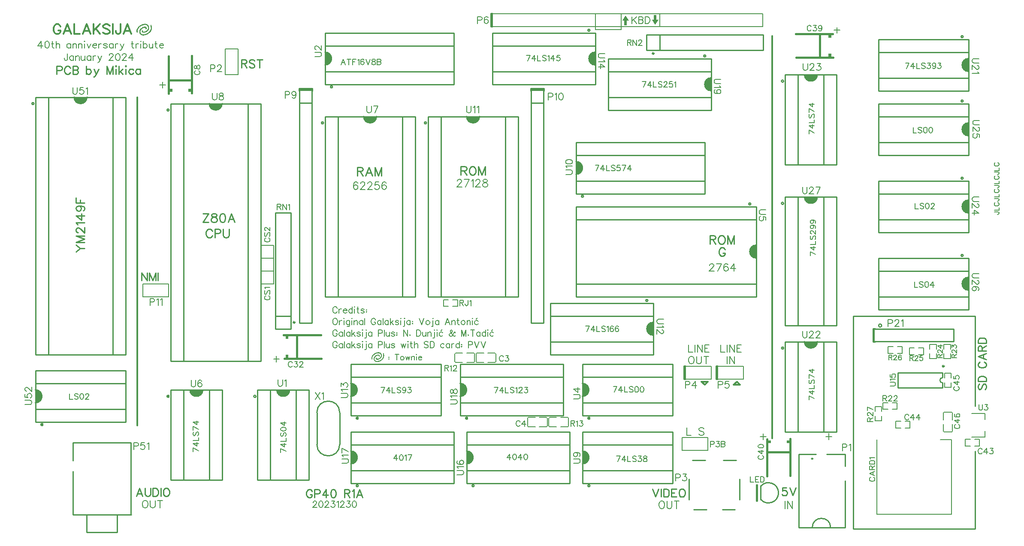
<source format=gto>
G04 Layer: TopSilkscreenLayer*
G04 EasyEDA v6.5.39, 2024-02-04 17:50:00*
G04 ca02cd42b7a24e50ad9d11446f9c8c94,5509f98a9368439c9cde498926e245b9,10*
G04 Gerber Generator version 0.2*
G04 Scale: 100 percent, Rotated: No, Reflected: No *
G04 Dimensions in inches *
G04 leading zeros omitted , absolute positions ,3 integer and 6 decimal *
%FSLAX36Y36*%
%MOIN*%

%ADD10C,0.0080*%
%ADD11C,0.0090*%
%ADD12C,0.0060*%
%ADD13C,0.0120*%
%ADD14C,0.0070*%
%ADD15C,0.0100*%
%ADD16C,0.0150*%
%ADD17C,0.0080*%
%ADD18C,0.0079*%
%ADD19C,0.0157*%
%ADD20C,0.0118*%
%ADD21C,0.0140*%

%LPD*%
G36*
X1151720Y3820260D02*
G01*
X1148600Y3820200D01*
X1145600Y3819980D01*
X1141180Y3819380D01*
X1139040Y3818980D01*
X1135380Y3818120D01*
X1131680Y3817040D01*
X1126980Y3815380D01*
X1124460Y3814360D01*
X1121920Y3813220D01*
X1118440Y3811500D01*
X1113280Y3808540D01*
X1108800Y3805520D01*
X1103620Y3801440D01*
X1101460Y3799480D01*
X1099200Y3797280D01*
X1096420Y3794200D01*
X1093060Y3789900D01*
X1090420Y3785720D01*
X1088880Y3782660D01*
X1087420Y3779220D01*
X1086640Y3776880D01*
X1085700Y3773060D01*
X1085160Y3769260D01*
X1085020Y3766720D01*
X1085100Y3763700D01*
X1085460Y3760600D01*
X1085860Y3758440D01*
X1086580Y3755600D01*
X1086940Y3754800D01*
X1087560Y3753980D01*
X1088820Y3753100D01*
X1089820Y3752740D01*
X1091540Y3752740D01*
X1092700Y3753140D01*
X1093440Y3753639D01*
X1094200Y3754400D01*
X1094720Y3755280D01*
X1095020Y3756139D01*
X1095080Y3757679D01*
X1094220Y3761320D01*
X1093860Y3764100D01*
X1093780Y3766380D01*
X1094020Y3769560D01*
X1094640Y3772799D01*
X1095680Y3776180D01*
X1096420Y3778020D01*
X1098120Y3781460D01*
X1099840Y3784240D01*
X1100980Y3785840D01*
X1104260Y3789860D01*
X1108000Y3793600D01*
X1112020Y3796960D01*
X1115640Y3799560D01*
X1118100Y3801180D01*
X1122460Y3803680D01*
X1125660Y3805260D01*
X1127800Y3806220D01*
X1132560Y3808060D01*
X1136440Y3809280D01*
X1138440Y3809820D01*
X1142980Y3810760D01*
X1147260Y3811280D01*
X1149980Y3811440D01*
X1153560Y3811380D01*
X1155640Y3811160D01*
X1157700Y3810820D01*
X1159580Y3810360D01*
X1161280Y3809840D01*
X1162860Y3809200D01*
X1164800Y3808220D01*
X1166400Y3807180D01*
X1167740Y3806080D01*
X1169160Y3804640D01*
X1171060Y3801960D01*
X1171840Y3800419D01*
X1172860Y3797679D01*
X1173520Y3794860D01*
X1173940Y3791120D01*
X1173940Y3786840D01*
X1173720Y3785299D01*
X1173380Y3783700D01*
X1172800Y3781660D01*
X1171900Y3779420D01*
X1170540Y3776840D01*
X1168820Y3774260D01*
X1167700Y3772820D01*
X1166080Y3771040D01*
X1164300Y3769340D01*
X1162700Y3767980D01*
X1161220Y3766860D01*
X1156640Y3763980D01*
X1154100Y3762740D01*
X1152760Y3762180D01*
X1149620Y3761060D01*
X1147500Y3760460D01*
X1144120Y3759820D01*
X1140780Y3759580D01*
X1138900Y3759720D01*
X1137780Y3759920D01*
X1136500Y3760340D01*
X1135580Y3760820D01*
X1134960Y3761380D01*
X1134600Y3762040D01*
X1134440Y3762760D01*
X1134520Y3764300D01*
X1134800Y3765640D01*
X1134740Y3766840D01*
X1134400Y3767919D01*
X1133860Y3768740D01*
X1133360Y3769300D01*
X1132540Y3769900D01*
X1131800Y3770220D01*
X1130680Y3770440D01*
X1129500Y3770360D01*
X1128560Y3770040D01*
X1127820Y3769580D01*
X1127100Y3768940D01*
X1126440Y3767960D01*
X1126160Y3767120D01*
X1125700Y3764320D01*
X1125700Y3762120D01*
X1126020Y3760220D01*
X1126380Y3759060D01*
X1126860Y3757919D01*
X1127600Y3756620D01*
X1128400Y3755539D01*
X1129620Y3754320D01*
X1130680Y3753519D01*
X1131680Y3752900D01*
X1133220Y3752180D01*
X1134540Y3751680D01*
X1136940Y3751139D01*
X1139300Y3750820D01*
X1142520Y3750820D01*
X1144460Y3750960D01*
X1146760Y3751300D01*
X1150340Y3752100D01*
X1152520Y3752740D01*
X1155920Y3753960D01*
X1157700Y3754720D01*
X1159980Y3755820D01*
X1163720Y3757940D01*
X1165940Y3759400D01*
X1167940Y3760899D01*
X1170180Y3762799D01*
X1172140Y3764640D01*
X1173800Y3766420D01*
X1175120Y3768000D01*
X1177200Y3770899D01*
X1178260Y3772600D01*
X1179400Y3774740D01*
X1180860Y3778220D01*
X1181620Y3780539D01*
X1182300Y3783500D01*
X1182620Y3785580D01*
X1182780Y3789240D01*
X1182620Y3792660D01*
X1182140Y3796420D01*
X1181760Y3798300D01*
X1181200Y3800299D01*
X1180340Y3802799D01*
X1179800Y3804100D01*
X1178180Y3807120D01*
X1176840Y3809060D01*
X1175980Y3810160D01*
X1174160Y3812120D01*
X1172540Y3813540D01*
X1169880Y3815419D01*
X1168420Y3816259D01*
X1166280Y3817320D01*
X1163920Y3818240D01*
X1160640Y3819180D01*
X1157100Y3819860D01*
X1154700Y3820120D01*
G37*
G36*
X1196840Y3812760D02*
G01*
X1195980Y3812559D01*
X1194980Y3812100D01*
X1194180Y3811460D01*
X1193580Y3810659D01*
X1193200Y3809860D01*
X1192960Y3808980D01*
X1192960Y3807580D01*
X1194260Y3803759D01*
X1194860Y3801620D01*
X1195720Y3797480D01*
X1196000Y3795539D01*
X1196220Y3793200D01*
X1196240Y3788260D01*
X1196060Y3786320D01*
X1195340Y3781740D01*
X1194600Y3778840D01*
X1193680Y3776080D01*
X1192240Y3772660D01*
X1191040Y3770260D01*
X1189180Y3767140D01*
X1187840Y3765140D01*
X1185660Y3762240D01*
X1182920Y3759080D01*
X1180980Y3757100D01*
X1178700Y3755000D01*
X1176960Y3753519D01*
X1173200Y3750640D01*
X1170000Y3748500D01*
X1165000Y3745620D01*
X1162680Y3744460D01*
X1159200Y3742960D01*
X1156300Y3741840D01*
X1154160Y3741120D01*
X1150400Y3740080D01*
X1147200Y3739380D01*
X1145080Y3739040D01*
X1142200Y3738720D01*
X1139380Y3738560D01*
X1136160Y3738639D01*
X1134100Y3738860D01*
X1131800Y3739260D01*
X1129680Y3739800D01*
X1128080Y3740340D01*
X1125780Y3741380D01*
X1124500Y3742100D01*
X1122580Y3743440D01*
X1121320Y3744580D01*
X1120060Y3746040D01*
X1118560Y3748320D01*
X1117820Y3749780D01*
X1117280Y3751120D01*
X1116860Y3752460D01*
X1116420Y3754280D01*
X1115900Y3758020D01*
X1115900Y3762760D01*
X1116280Y3764780D01*
X1116800Y3766840D01*
X1117980Y3769900D01*
X1118780Y3771520D01*
X1119680Y3773080D01*
X1121680Y3775860D01*
X1123040Y3777440D01*
X1124540Y3778980D01*
X1126160Y3780460D01*
X1127840Y3781800D01*
X1131280Y3784160D01*
X1135840Y3786540D01*
X1137960Y3787420D01*
X1140520Y3788300D01*
X1144000Y3789160D01*
X1148060Y3789640D01*
X1150620Y3789560D01*
X1152160Y3789300D01*
X1154180Y3788480D01*
X1154900Y3787840D01*
X1155260Y3787100D01*
X1155420Y3786180D01*
X1155320Y3785120D01*
X1155060Y3783759D01*
X1155060Y3782580D01*
X1155280Y3781760D01*
X1155820Y3780640D01*
X1156840Y3779600D01*
X1157980Y3779060D01*
X1158760Y3778860D01*
X1160060Y3778860D01*
X1160840Y3779060D01*
X1161980Y3779600D01*
X1163000Y3780640D01*
X1163620Y3781900D01*
X1164120Y3784780D01*
X1164120Y3787180D01*
X1163960Y3788380D01*
X1163280Y3790659D01*
X1162560Y3792100D01*
X1161840Y3793200D01*
X1160860Y3794300D01*
X1159720Y3795320D01*
X1157300Y3796780D01*
X1155840Y3797380D01*
X1154220Y3797840D01*
X1151540Y3798320D01*
X1149480Y3798480D01*
X1146800Y3798380D01*
X1144640Y3798180D01*
X1141860Y3797720D01*
X1139600Y3797180D01*
X1137300Y3796520D01*
X1135300Y3795840D01*
X1133100Y3794960D01*
X1130620Y3793840D01*
X1126060Y3791280D01*
X1122820Y3789020D01*
X1119840Y3786640D01*
X1117020Y3783900D01*
X1114760Y3781300D01*
X1113780Y3780020D01*
X1112060Y3777480D01*
X1110960Y3775539D01*
X1109800Y3773140D01*
X1108980Y3771120D01*
X1107960Y3767780D01*
X1107500Y3765640D01*
X1107160Y3763300D01*
X1107080Y3759360D01*
X1107240Y3756540D01*
X1107840Y3752400D01*
X1108440Y3749920D01*
X1109180Y3747760D01*
X1110680Y3744380D01*
X1112200Y3741900D01*
X1114020Y3739560D01*
X1115080Y3738420D01*
X1116560Y3737040D01*
X1118240Y3735680D01*
X1120120Y3734460D01*
X1122160Y3733320D01*
X1123940Y3732520D01*
X1125760Y3731820D01*
X1127680Y3731220D01*
X1129920Y3730659D01*
X1132120Y3730260D01*
X1135220Y3729880D01*
X1138640Y3729740D01*
X1142160Y3729900D01*
X1144700Y3730120D01*
X1148660Y3730700D01*
X1151540Y3731280D01*
X1154920Y3732160D01*
X1160000Y3733820D01*
X1163740Y3735299D01*
X1166860Y3736720D01*
X1171420Y3739100D01*
X1175560Y3741620D01*
X1179180Y3744120D01*
X1184200Y3748120D01*
X1187220Y3750899D01*
X1189420Y3753159D01*
X1191820Y3755880D01*
X1194880Y3759880D01*
X1196420Y3762160D01*
X1198960Y3766480D01*
X1200160Y3768900D01*
X1201140Y3771160D01*
X1202480Y3774700D01*
X1203760Y3779220D01*
X1204360Y3782240D01*
X1205000Y3787919D01*
X1205000Y3793460D01*
X1204500Y3798159D01*
X1203680Y3802440D01*
X1202620Y3806340D01*
X1201860Y3808720D01*
X1200920Y3810920D01*
X1199840Y3812000D01*
X1199040Y3812420D01*
X1198180Y3812700D01*
G37*
G36*
X2964100Y1267460D02*
G01*
X2959060Y1267140D01*
X2955419Y1266580D01*
X2950620Y1265460D01*
X2945840Y1263920D01*
X2943420Y1262980D01*
X2940260Y1261600D01*
X2937360Y1260160D01*
X2935120Y1258940D01*
X2933060Y1257700D01*
X2929340Y1255180D01*
X2925659Y1252340D01*
X2923200Y1250160D01*
X2920480Y1247400D01*
X2917940Y1244460D01*
X2915640Y1241280D01*
X2913560Y1237820D01*
X2912720Y1236140D01*
X2911180Y1232300D01*
X2910240Y1228900D01*
X2909620Y1224960D01*
X2909500Y1222840D01*
X2909560Y1220340D01*
X2910000Y1216880D01*
X2910800Y1213600D01*
X2911120Y1212920D01*
X2911860Y1212060D01*
X2912400Y1211680D01*
X2913500Y1211200D01*
X2914940Y1211200D01*
X2915899Y1211540D01*
X2916520Y1211960D01*
X2917160Y1212600D01*
X2917600Y1213320D01*
X2917840Y1214040D01*
X2917880Y1215320D01*
X2917320Y1217560D01*
X2917040Y1219160D01*
X2916840Y1221620D01*
X2916860Y1223580D01*
X2917100Y1225860D01*
X2917380Y1227360D01*
X2917880Y1229240D01*
X2918380Y1230740D01*
X2919340Y1233040D01*
X2920059Y1234500D01*
X2921860Y1237460D01*
X2924100Y1240460D01*
X2925539Y1242140D01*
X2928660Y1245260D01*
X2931180Y1247400D01*
X2934260Y1249700D01*
X2937980Y1252100D01*
X2942040Y1254320D01*
X2944260Y1255380D01*
X2948000Y1256900D01*
X2950520Y1257760D01*
X2955000Y1259000D01*
X2958780Y1259700D01*
X2962520Y1260060D01*
X2965140Y1260100D01*
X2967480Y1259980D01*
X2970080Y1259600D01*
X2973060Y1258780D01*
X2974360Y1258260D01*
X2975980Y1257440D01*
X2977320Y1256560D01*
X2978440Y1255660D01*
X2979620Y1254460D01*
X2980320Y1253560D01*
X2981200Y1252220D01*
X2982280Y1249940D01*
X2983039Y1247380D01*
X2983480Y1244700D01*
X2983620Y1243200D01*
X2983600Y1239620D01*
X2983140Y1237000D01*
X2982660Y1235300D01*
X2981920Y1233440D01*
X2981139Y1231900D01*
X2980400Y1230660D01*
X2979360Y1229140D01*
X2978399Y1227940D01*
X2977060Y1226460D01*
X2975580Y1225040D01*
X2973000Y1222980D01*
X2970059Y1221080D01*
X2967060Y1219540D01*
X2963340Y1218140D01*
X2961580Y1217640D01*
X2959440Y1217200D01*
X2958100Y1217020D01*
X2955980Y1216900D01*
X2954400Y1217020D01*
X2953460Y1217200D01*
X2952400Y1217540D01*
X2951640Y1217940D01*
X2951120Y1218400D01*
X2950840Y1218940D01*
X2950700Y1219540D01*
X2950760Y1220840D01*
X2951000Y1221960D01*
X2950940Y1222960D01*
X2950659Y1223860D01*
X2950000Y1224780D01*
X2949440Y1225260D01*
X2948800Y1225640D01*
X2947559Y1225960D01*
X2946580Y1225880D01*
X2945800Y1225620D01*
X2945179Y1225240D01*
X2944580Y1224720D01*
X2944040Y1223880D01*
X2943800Y1223180D01*
X2943399Y1220860D01*
X2943399Y1219020D01*
X2943580Y1217880D01*
X2943980Y1216460D01*
X2944580Y1215100D01*
X2945659Y1213540D01*
X2946660Y1212520D01*
X2948399Y1211340D01*
X2950220Y1210540D01*
X2951500Y1210140D01*
X2952780Y1209860D01*
X2954740Y1209600D01*
X2957440Y1209600D01*
X2959040Y1209720D01*
X2960960Y1210000D01*
X2963940Y1210680D01*
X2965760Y1211200D01*
X2968600Y1212220D01*
X2972720Y1214180D01*
X2975100Y1215540D01*
X2976940Y1216760D01*
X2979940Y1219100D01*
X2982100Y1221120D01*
X2983500Y1222620D01*
X2984580Y1223920D01*
X2985960Y1225800D01*
X2987679Y1228640D01*
X2989060Y1231620D01*
X2989700Y1233400D01*
X2990460Y1236320D01*
X2990840Y1238560D01*
X2990960Y1241620D01*
X2990760Y1245280D01*
X2990280Y1248380D01*
X2989880Y1250100D01*
X2989200Y1252260D01*
X2988120Y1254740D01*
X2986760Y1257100D01*
X2985299Y1259060D01*
X2983780Y1260680D01*
X2982440Y1261880D01*
X2980220Y1263440D01*
X2979000Y1264140D01*
X2977220Y1265020D01*
X2974540Y1266020D01*
X2971720Y1266740D01*
X2968580Y1267240D01*
X2966340Y1267420D01*
G37*
G36*
X3002679Y1261220D02*
G01*
X3001980Y1261060D01*
X3001139Y1260680D01*
X3000480Y1260140D01*
X2999960Y1259480D01*
X2999660Y1258800D01*
X2999460Y1258080D01*
X2999460Y1256900D01*
X3000539Y1253740D01*
X3001440Y1250240D01*
X3001980Y1246880D01*
X3002180Y1244920D01*
X3002180Y1240800D01*
X3001820Y1237460D01*
X3001440Y1235360D01*
X3000820Y1232960D01*
X3000059Y1230660D01*
X2999120Y1228400D01*
X2997860Y1225800D01*
X2995720Y1222300D01*
X2993380Y1219120D01*
X2991100Y1216500D01*
X2989480Y1214840D01*
X2987580Y1213100D01*
X2985419Y1211280D01*
X2981200Y1208220D01*
X2979440Y1207120D01*
X2976160Y1205280D01*
X2974220Y1204320D01*
X2970419Y1202680D01*
X2968020Y1201820D01*
X2963159Y1200460D01*
X2961320Y1200080D01*
X2957160Y1199520D01*
X2954800Y1199400D01*
X2952120Y1199460D01*
X2950400Y1199640D01*
X2948500Y1199960D01*
X2946720Y1200420D01*
X2945380Y1200880D01*
X2943480Y1201720D01*
X2941900Y1202660D01*
X2940280Y1203940D01*
X2938720Y1205620D01*
X2937600Y1207260D01*
X2936400Y1209860D01*
X2935860Y1211720D01*
X2935440Y1213880D01*
X2935240Y1215600D01*
X2935240Y1219560D01*
X2935560Y1221240D01*
X2936280Y1223800D01*
X2936980Y1225500D01*
X2938060Y1227640D01*
X2938720Y1228680D01*
X2940600Y1231160D01*
X2941780Y1232440D01*
X2943800Y1234300D01*
X2945200Y1235440D01*
X2947559Y1237080D01*
X2950980Y1238960D01*
X2952740Y1239740D01*
X2954700Y1240480D01*
X2957980Y1241400D01*
X2959520Y1241680D01*
X2962040Y1241960D01*
X2964160Y1241900D01*
X2965460Y1241660D01*
X2966320Y1241380D01*
X2967140Y1240980D01*
X2967740Y1240440D01*
X2968039Y1239840D01*
X2968180Y1239080D01*
X2968100Y1238180D01*
X2967880Y1237060D01*
X2967880Y1236080D01*
X2968060Y1235400D01*
X2968500Y1234460D01*
X2969360Y1233600D01*
X2970299Y1233140D01*
X2970960Y1232960D01*
X2972040Y1232960D01*
X2972700Y1233140D01*
X2973639Y1233600D01*
X2974500Y1234460D01*
X2975000Y1235500D01*
X2975419Y1237900D01*
X2975360Y1240400D01*
X2974860Y1242400D01*
X2974140Y1244000D01*
X2973519Y1244920D01*
X2972720Y1245840D01*
X2971760Y1246700D01*
X2970700Y1247400D01*
X2969740Y1247900D01*
X2968519Y1248400D01*
X2967180Y1248800D01*
X2966060Y1249020D01*
X2963220Y1249320D01*
X2961000Y1249240D01*
X2959200Y1249080D01*
X2956860Y1248680D01*
X2955000Y1248240D01*
X2951400Y1247120D01*
X2949580Y1246400D01*
X2946520Y1244920D01*
X2944640Y1243860D01*
X2942799Y1242700D01*
X2941000Y1241440D01*
X2939340Y1240120D01*
X2937700Y1238680D01*
X2936180Y1237180D01*
X2934700Y1235520D01*
X2933080Y1233380D01*
X2931580Y1231020D01*
X2930160Y1228200D01*
X2929220Y1225740D01*
X2928240Y1221960D01*
X2927960Y1220000D01*
X2927900Y1216720D01*
X2928020Y1214380D01*
X2928519Y1210920D01*
X2929040Y1208860D01*
X2929640Y1207040D01*
X2930520Y1205020D01*
X2931220Y1203680D01*
X2932160Y1202160D01*
X2933680Y1200220D01*
X2935800Y1198120D01*
X2937200Y1197000D01*
X2939300Y1195660D01*
X2940460Y1195020D01*
X2941940Y1194360D01*
X2944100Y1193560D01*
X2946940Y1192800D01*
X2949680Y1192340D01*
X2951340Y1192160D01*
X2954200Y1192040D01*
X2957120Y1192160D01*
X2960440Y1192500D01*
X2962540Y1192840D01*
X2964940Y1193340D01*
X2968740Y1194340D01*
X2973039Y1195840D01*
X2976400Y1197260D01*
X2978600Y1198300D01*
X2981500Y1199840D01*
X2984960Y1201940D01*
X2988920Y1204720D01*
X2991600Y1206860D01*
X2994680Y1209660D01*
X2996520Y1211560D01*
X2999080Y1214500D01*
X3001760Y1218140D01*
X3003900Y1221620D01*
X3005020Y1223720D01*
X3006660Y1227480D01*
X3007400Y1229500D01*
X3008460Y1233280D01*
X3008960Y1235780D01*
X3009480Y1240520D01*
X3009480Y1245140D01*
X3009060Y1249040D01*
X3008399Y1252620D01*
X3007799Y1254960D01*
X3006860Y1257860D01*
X3006100Y1259700D01*
X3005200Y1260580D01*
X3004520Y1260940D01*
X3003800Y1261180D01*
G37*
D10*
X5391350Y1235549D02*
G01*
X5385950Y1232849D01*
X5380450Y1227350D01*
X5377749Y1221950D01*
X5375050Y1213750D01*
X5375050Y1200050D01*
X5377749Y1191950D01*
X5380450Y1186449D01*
X5385950Y1180949D01*
X5391350Y1178249D01*
X5402250Y1178249D01*
X5407749Y1180949D01*
X5413149Y1186449D01*
X5415950Y1191950D01*
X5418649Y1200050D01*
X5418649Y1213750D01*
X5415950Y1221950D01*
X5413149Y1227350D01*
X5407749Y1232849D01*
X5402250Y1235549D01*
X5391350Y1235549D01*
X5436650Y1235549D02*
G01*
X5436650Y1194650D01*
X5439350Y1186449D01*
X5444849Y1180949D01*
X5453050Y1178249D01*
X5458450Y1178249D01*
X5466650Y1180949D01*
X5472049Y1186449D01*
X5474849Y1194650D01*
X5474849Y1235549D01*
X5511949Y1235549D02*
G01*
X5511949Y1178249D01*
X5492849Y1235549D02*
G01*
X5531049Y1235549D01*
X5675000Y1235500D02*
G01*
X5675000Y1178299D01*
X5693000Y1235500D02*
G01*
X5693000Y1178299D01*
X5693000Y1235500D02*
G01*
X5731199Y1178299D01*
X5731199Y1235500D02*
G01*
X5731199Y1178299D01*
X5375000Y1325500D02*
G01*
X5375000Y1268299D01*
X5375000Y1268299D02*
G01*
X5407700Y1268299D01*
X5425699Y1325500D02*
G01*
X5425699Y1268299D01*
X5443699Y1325500D02*
G01*
X5443699Y1268299D01*
X5443699Y1325500D02*
G01*
X5481899Y1268299D01*
X5481899Y1325500D02*
G01*
X5481899Y1268299D01*
X5499899Y1325500D02*
G01*
X5499899Y1268299D01*
X5499899Y1325500D02*
G01*
X5535400Y1325500D01*
X5499899Y1298299D02*
G01*
X5521700Y1298299D01*
X5499899Y1268299D02*
G01*
X5535400Y1268299D01*
D11*
X5095000Y205599D02*
G01*
X5118599Y143499D01*
X5142299Y205599D02*
G01*
X5118599Y143499D01*
X5161800Y205599D02*
G01*
X5161800Y143499D01*
X5181300Y205599D02*
G01*
X5181300Y143499D01*
X5181300Y205599D02*
G01*
X5201999Y205599D01*
X5210799Y202600D01*
X5216700Y196700D01*
X5219700Y190799D01*
X5222600Y181999D01*
X5222600Y167199D01*
X5219700Y158299D01*
X5216700Y152399D01*
X5210799Y146500D01*
X5201999Y143499D01*
X5181300Y143499D01*
X5242100Y205599D02*
G01*
X5242100Y143499D01*
X5242100Y205599D02*
G01*
X5280500Y205599D01*
X5242100Y175999D02*
G01*
X5265799Y175999D01*
X5242100Y143499D02*
G01*
X5280500Y143499D01*
X5317799Y205599D02*
G01*
X5311899Y202600D01*
X5306000Y196700D01*
X5303000Y190799D01*
X5300000Y181999D01*
X5300000Y167199D01*
X5303000Y158299D01*
X5306000Y152399D01*
X5311899Y146500D01*
X5317799Y143499D01*
X5329600Y143499D01*
X5335500Y146500D01*
X5341400Y152399D01*
X5344399Y158299D01*
X5347299Y167199D01*
X5347299Y181999D01*
X5344399Y190799D01*
X5341400Y196700D01*
X5335500Y202600D01*
X5329600Y205599D01*
X5317799Y205599D01*
X6135500Y215599D02*
G01*
X6105900Y215599D01*
X6103000Y189000D01*
X6105900Y191999D01*
X6114799Y194899D01*
X6123599Y194899D01*
X6132500Y191999D01*
X6138400Y185999D01*
X6141400Y177199D01*
X6141400Y171300D01*
X6138400Y162399D01*
X6132500Y156500D01*
X6123599Y153499D01*
X6114799Y153499D01*
X6105900Y156500D01*
X6103000Y159499D01*
X6100000Y165399D01*
X6160900Y215599D02*
G01*
X6184499Y153499D01*
X6208100Y215599D02*
G01*
X6184499Y153499D01*
X1900000Y3540599D02*
G01*
X1900000Y3478499D01*
X1900000Y3540599D02*
G01*
X1926599Y3540599D01*
X1935500Y3537600D01*
X1938400Y3534699D01*
X1941400Y3528800D01*
X1941400Y3522899D01*
X1938400Y3516999D01*
X1935500Y3514000D01*
X1926599Y3510999D01*
X1900000Y3510999D01*
X1920699Y3510999D02*
G01*
X1941400Y3478499D01*
X2002200Y3531700D02*
G01*
X1996300Y3537600D01*
X1987500Y3540599D01*
X1975600Y3540599D01*
X1966800Y3537600D01*
X1960900Y3531700D01*
X1960900Y3525799D01*
X1963800Y3519899D01*
X1966800Y3516999D01*
X1972700Y3514000D01*
X1990399Y3508099D01*
X1996300Y3505100D01*
X1999300Y3502199D01*
X2002200Y3496300D01*
X2002200Y3487399D01*
X1996300Y3481500D01*
X1987500Y3478499D01*
X1975600Y3478499D01*
X1966800Y3481500D01*
X1960900Y3487399D01*
X2042399Y3540599D02*
G01*
X2042399Y3478499D01*
X2021700Y3540599D02*
G01*
X2063100Y3540599D01*
X1125000Y1885599D02*
G01*
X1125000Y1823499D01*
X1125000Y1885599D02*
G01*
X1166400Y1823499D01*
X1166400Y1885599D02*
G01*
X1166400Y1823499D01*
X1185900Y1885599D02*
G01*
X1185900Y1823499D01*
X1185900Y1885599D02*
G01*
X1209499Y1823499D01*
X1233100Y1885599D02*
G01*
X1209499Y1823499D01*
X1233100Y1885599D02*
G01*
X1233100Y1823499D01*
X1252600Y1885599D02*
G01*
X1252600Y1823499D01*
D12*
X2644099Y1609099D02*
G01*
X2641800Y1613600D01*
X2637299Y1618200D01*
X2632700Y1620500D01*
X2623599Y1620500D01*
X2619099Y1618200D01*
X2614499Y1613600D01*
X2612299Y1609099D01*
X2610000Y1602300D01*
X2610000Y1590900D01*
X2612299Y1584099D01*
X2614499Y1579499D01*
X2619099Y1575000D01*
X2623599Y1572699D01*
X2632700Y1572699D01*
X2637299Y1575000D01*
X2641800Y1579499D01*
X2644099Y1584099D01*
X2659099Y1604499D02*
G01*
X2659099Y1572699D01*
X2659099Y1590900D02*
G01*
X2661400Y1597699D01*
X2665900Y1602300D01*
X2670500Y1604499D01*
X2677299Y1604499D01*
X2692299Y1590900D02*
G01*
X2719499Y1590900D01*
X2719499Y1595500D01*
X2717299Y1600000D01*
X2715000Y1602300D01*
X2710500Y1604499D01*
X2703599Y1604499D01*
X2699099Y1602300D01*
X2694499Y1597699D01*
X2692299Y1590900D01*
X2692299Y1586399D01*
X2694499Y1579499D01*
X2699099Y1575000D01*
X2703599Y1572699D01*
X2710500Y1572699D01*
X2715000Y1575000D01*
X2719499Y1579499D01*
X2761800Y1620500D02*
G01*
X2761800Y1572699D01*
X2761800Y1597699D02*
G01*
X2757299Y1602300D01*
X2752700Y1604499D01*
X2745900Y1604499D01*
X2741400Y1602300D01*
X2736800Y1597699D01*
X2734499Y1590900D01*
X2734499Y1586399D01*
X2736800Y1579499D01*
X2741400Y1575000D01*
X2745900Y1572699D01*
X2752700Y1572699D01*
X2757299Y1575000D01*
X2761800Y1579499D01*
X2776800Y1620500D02*
G01*
X2779099Y1618200D01*
X2781400Y1620500D01*
X2779099Y1622699D01*
X2776800Y1620500D01*
X2779099Y1604499D02*
G01*
X2779099Y1572699D01*
X2803199Y1620500D02*
G01*
X2803199Y1581799D01*
X2805500Y1575000D01*
X2810000Y1572699D01*
X2814499Y1572699D01*
X2796400Y1604499D02*
G01*
X2812299Y1604499D01*
X2854499Y1597699D02*
G01*
X2852299Y1602300D01*
X2845500Y1604499D01*
X2838599Y1604499D01*
X2831800Y1602300D01*
X2829499Y1597699D01*
X2831800Y1593200D01*
X2836400Y1590900D01*
X2847700Y1588600D01*
X2852299Y1586399D01*
X2854499Y1581799D01*
X2854499Y1579499D01*
X2852299Y1575000D01*
X2845500Y1572699D01*
X2838599Y1572699D01*
X2831800Y1575000D01*
X2829499Y1579499D01*
X2871800Y1600000D02*
G01*
X2869499Y1597699D01*
X2871800Y1595500D01*
X2874099Y1597699D01*
X2871800Y1600000D01*
X2871800Y1584099D02*
G01*
X2869499Y1581799D01*
X2871800Y1579499D01*
X2874099Y1581799D01*
X2871800Y1584099D01*
X2623599Y1530500D02*
G01*
X2619099Y1528200D01*
X2614499Y1523600D01*
X2612299Y1519099D01*
X2610000Y1512300D01*
X2610000Y1500900D01*
X2612299Y1494099D01*
X2614499Y1489499D01*
X2619099Y1485000D01*
X2623599Y1482699D01*
X2632700Y1482699D01*
X2637299Y1485000D01*
X2641800Y1489499D01*
X2644099Y1494099D01*
X2646400Y1500900D01*
X2646400Y1512300D01*
X2644099Y1519099D01*
X2641800Y1523600D01*
X2637299Y1528200D01*
X2632700Y1530500D01*
X2623599Y1530500D01*
X2661400Y1514499D02*
G01*
X2661400Y1482699D01*
X2661400Y1500900D02*
G01*
X2663599Y1507699D01*
X2668199Y1512300D01*
X2672700Y1514499D01*
X2679499Y1514499D01*
X2694499Y1530500D02*
G01*
X2696800Y1528200D01*
X2699099Y1530500D01*
X2696800Y1532699D01*
X2694499Y1530500D01*
X2696800Y1514499D02*
G01*
X2696800Y1482699D01*
X2741400Y1514499D02*
G01*
X2741400Y1478200D01*
X2739099Y1471399D01*
X2736800Y1469099D01*
X2732299Y1466799D01*
X2725500Y1466799D01*
X2720900Y1469099D01*
X2741400Y1507699D02*
G01*
X2736800Y1512300D01*
X2732299Y1514499D01*
X2725500Y1514499D01*
X2720900Y1512300D01*
X2716400Y1507699D01*
X2714099Y1500900D01*
X2714099Y1496399D01*
X2716400Y1489499D01*
X2720900Y1485000D01*
X2725500Y1482699D01*
X2732299Y1482699D01*
X2736800Y1485000D01*
X2741400Y1489499D01*
X2756400Y1530500D02*
G01*
X2758599Y1528200D01*
X2760900Y1530500D01*
X2758599Y1532699D01*
X2756400Y1530500D01*
X2758599Y1514499D02*
G01*
X2758599Y1482699D01*
X2775900Y1514499D02*
G01*
X2775900Y1482699D01*
X2775900Y1505500D02*
G01*
X2782700Y1512300D01*
X2787299Y1514499D01*
X2794099Y1514499D01*
X2798599Y1512300D01*
X2800900Y1505500D01*
X2800900Y1482699D01*
X2843199Y1514499D02*
G01*
X2843199Y1482699D01*
X2843199Y1507699D02*
G01*
X2838599Y1512300D01*
X2834099Y1514499D01*
X2827299Y1514499D01*
X2822700Y1512300D01*
X2818199Y1507699D01*
X2815900Y1500900D01*
X2815900Y1496399D01*
X2818199Y1489499D01*
X2822700Y1485000D01*
X2827299Y1482699D01*
X2834099Y1482699D01*
X2838599Y1485000D01*
X2843199Y1489499D01*
X2858199Y1530500D02*
G01*
X2858199Y1482699D01*
X2942299Y1519099D02*
G01*
X2940000Y1523600D01*
X2935500Y1528200D01*
X2930900Y1530500D01*
X2921800Y1530500D01*
X2917299Y1528200D01*
X2912700Y1523600D01*
X2910500Y1519099D01*
X2908199Y1512300D01*
X2908199Y1500900D01*
X2910500Y1494099D01*
X2912700Y1489499D01*
X2917299Y1485000D01*
X2921800Y1482699D01*
X2930900Y1482699D01*
X2935500Y1485000D01*
X2940000Y1489499D01*
X2942299Y1494099D01*
X2942299Y1500900D01*
X2930900Y1500900D02*
G01*
X2942299Y1500900D01*
X2984499Y1514499D02*
G01*
X2984499Y1482699D01*
X2984499Y1507699D02*
G01*
X2980000Y1512300D01*
X2975500Y1514499D01*
X2968599Y1514499D01*
X2964099Y1512300D01*
X2959499Y1507699D01*
X2957299Y1500900D01*
X2957299Y1496399D01*
X2959499Y1489499D01*
X2964099Y1485000D01*
X2968599Y1482699D01*
X2975500Y1482699D01*
X2980000Y1485000D01*
X2984499Y1489499D01*
X2999499Y1530500D02*
G01*
X2999499Y1482699D01*
X3041800Y1514499D02*
G01*
X3041800Y1482699D01*
X3041800Y1507699D02*
G01*
X3037299Y1512300D01*
X3032700Y1514499D01*
X3025900Y1514499D01*
X3021400Y1512300D01*
X3016800Y1507699D01*
X3014499Y1500900D01*
X3014499Y1496399D01*
X3016800Y1489499D01*
X3021400Y1485000D01*
X3025900Y1482699D01*
X3032700Y1482699D01*
X3037299Y1485000D01*
X3041800Y1489499D01*
X3056800Y1530500D02*
G01*
X3056800Y1482699D01*
X3079499Y1514499D02*
G01*
X3056800Y1491799D01*
X3065900Y1500900D02*
G01*
X3081800Y1482699D01*
X3121800Y1507699D02*
G01*
X3119499Y1512300D01*
X3112700Y1514499D01*
X3105900Y1514499D01*
X3099099Y1512300D01*
X3096800Y1507699D01*
X3099099Y1503200D01*
X3103599Y1500900D01*
X3115000Y1498600D01*
X3119499Y1496399D01*
X3121800Y1491799D01*
X3121800Y1489499D01*
X3119499Y1485000D01*
X3112700Y1482699D01*
X3105900Y1482699D01*
X3099099Y1485000D01*
X3096800Y1489499D01*
X3136800Y1530500D02*
G01*
X3139099Y1528200D01*
X3141400Y1530500D01*
X3139099Y1532699D01*
X3136800Y1530500D01*
X3139099Y1514499D02*
G01*
X3139099Y1482699D01*
X3165500Y1530500D02*
G01*
X3167700Y1528200D01*
X3170000Y1530500D01*
X3167700Y1532699D01*
X3165500Y1530500D01*
X3167700Y1514499D02*
G01*
X3167700Y1475900D01*
X3165500Y1469099D01*
X3160900Y1466799D01*
X3156400Y1466799D01*
X3212299Y1514499D02*
G01*
X3212299Y1482699D01*
X3212299Y1507699D02*
G01*
X3207700Y1512300D01*
X3203199Y1514499D01*
X3196400Y1514499D01*
X3191800Y1512300D01*
X3187299Y1507699D01*
X3185000Y1500900D01*
X3185000Y1496399D01*
X3187299Y1489499D01*
X3191800Y1485000D01*
X3196400Y1482699D01*
X3203199Y1482699D01*
X3207700Y1485000D01*
X3212299Y1489499D01*
X3229499Y1510000D02*
G01*
X3227299Y1507699D01*
X3229499Y1505500D01*
X3231800Y1507699D01*
X3229499Y1510000D01*
X3229499Y1494099D02*
G01*
X3227299Y1491799D01*
X3229499Y1489499D01*
X3231800Y1491799D01*
X3229499Y1494099D01*
X3281800Y1530500D02*
G01*
X3300000Y1482699D01*
X3318199Y1530500D02*
G01*
X3300000Y1482699D01*
X3344499Y1514499D02*
G01*
X3340000Y1512300D01*
X3335500Y1507699D01*
X3333199Y1500900D01*
X3333199Y1496399D01*
X3335500Y1489499D01*
X3340000Y1485000D01*
X3344499Y1482699D01*
X3351400Y1482699D01*
X3355900Y1485000D01*
X3360500Y1489499D01*
X3362700Y1496399D01*
X3362700Y1500900D01*
X3360500Y1507699D01*
X3355900Y1512300D01*
X3351400Y1514499D01*
X3344499Y1514499D01*
X3386800Y1530500D02*
G01*
X3389099Y1528200D01*
X3391400Y1530500D01*
X3389099Y1532699D01*
X3386800Y1530500D01*
X3389099Y1514499D02*
G01*
X3389099Y1475900D01*
X3386800Y1469099D01*
X3382299Y1466799D01*
X3377700Y1466799D01*
X3433599Y1514499D02*
G01*
X3433599Y1482699D01*
X3433599Y1507699D02*
G01*
X3429099Y1512300D01*
X3424499Y1514499D01*
X3417700Y1514499D01*
X3413199Y1512300D01*
X3408599Y1507699D01*
X3406400Y1500900D01*
X3406400Y1496399D01*
X3408599Y1489499D01*
X3413199Y1485000D01*
X3417700Y1482699D01*
X3424499Y1482699D01*
X3429099Y1485000D01*
X3433599Y1489499D01*
X3501800Y1530500D02*
G01*
X3483599Y1482699D01*
X3501800Y1530500D02*
G01*
X3520000Y1482699D01*
X3490500Y1498600D02*
G01*
X3513199Y1498600D01*
X3535000Y1514499D02*
G01*
X3535000Y1482699D01*
X3535000Y1505500D02*
G01*
X3541800Y1512300D01*
X3546400Y1514499D01*
X3553199Y1514499D01*
X3557700Y1512300D01*
X3560000Y1505500D01*
X3560000Y1482699D01*
X3581800Y1530500D02*
G01*
X3581800Y1491799D01*
X3584099Y1485000D01*
X3588599Y1482699D01*
X3593199Y1482699D01*
X3575000Y1514499D02*
G01*
X3590900Y1514499D01*
X3619499Y1514499D02*
G01*
X3615000Y1512300D01*
X3610500Y1507699D01*
X3608199Y1500900D01*
X3608199Y1496399D01*
X3610500Y1489499D01*
X3615000Y1485000D01*
X3619499Y1482699D01*
X3626400Y1482699D01*
X3630900Y1485000D01*
X3635500Y1489499D01*
X3637700Y1496399D01*
X3637700Y1500900D01*
X3635500Y1507699D01*
X3630900Y1512300D01*
X3626400Y1514499D01*
X3619499Y1514499D01*
X3652700Y1514499D02*
G01*
X3652700Y1482699D01*
X3652700Y1505500D02*
G01*
X3659499Y1512300D01*
X3664099Y1514499D01*
X3670900Y1514499D01*
X3675500Y1512300D01*
X3677700Y1505500D01*
X3677700Y1482699D01*
X3692700Y1530500D02*
G01*
X3695000Y1528200D01*
X3697299Y1530500D01*
X3695000Y1532699D01*
X3692700Y1530500D01*
X3695000Y1514499D02*
G01*
X3695000Y1482699D01*
X3739499Y1507699D02*
G01*
X3735000Y1512300D01*
X3730500Y1514499D01*
X3723599Y1514499D01*
X3719099Y1512300D01*
X3714499Y1507699D01*
X3712299Y1500900D01*
X3712299Y1496399D01*
X3714499Y1489499D01*
X3719099Y1485000D01*
X3723599Y1482699D01*
X3730500Y1482699D01*
X3735000Y1485000D01*
X3739499Y1489499D01*
X2644099Y1429099D02*
G01*
X2641800Y1433600D01*
X2637299Y1438200D01*
X2632700Y1440500D01*
X2623599Y1440500D01*
X2619099Y1438200D01*
X2614499Y1433600D01*
X2612299Y1429099D01*
X2610000Y1422300D01*
X2610000Y1410900D01*
X2612299Y1404099D01*
X2614499Y1399499D01*
X2619099Y1395000D01*
X2623599Y1392699D01*
X2632700Y1392699D01*
X2637299Y1395000D01*
X2641800Y1399499D01*
X2644099Y1404099D01*
X2644099Y1410900D01*
X2632700Y1410900D02*
G01*
X2644099Y1410900D01*
X2686400Y1424499D02*
G01*
X2686400Y1392699D01*
X2686400Y1417699D02*
G01*
X2681800Y1422300D01*
X2677299Y1424499D01*
X2670500Y1424499D01*
X2665900Y1422300D01*
X2661400Y1417699D01*
X2659099Y1410900D01*
X2659099Y1406399D01*
X2661400Y1399499D01*
X2665900Y1395000D01*
X2670500Y1392699D01*
X2677299Y1392699D01*
X2681800Y1395000D01*
X2686400Y1399499D01*
X2701400Y1440500D02*
G01*
X2701400Y1392699D01*
X2743599Y1424499D02*
G01*
X2743599Y1392699D01*
X2743599Y1417699D02*
G01*
X2739099Y1422300D01*
X2734499Y1424499D01*
X2727700Y1424499D01*
X2723199Y1422300D01*
X2718599Y1417699D01*
X2716400Y1410900D01*
X2716400Y1406399D01*
X2718599Y1399499D01*
X2723199Y1395000D01*
X2727700Y1392699D01*
X2734499Y1392699D01*
X2739099Y1395000D01*
X2743599Y1399499D01*
X2758599Y1440500D02*
G01*
X2758599Y1392699D01*
X2781400Y1424499D02*
G01*
X2758599Y1401799D01*
X2767700Y1410900D02*
G01*
X2783599Y1392699D01*
X2823599Y1417699D02*
G01*
X2821400Y1422300D01*
X2814499Y1424499D01*
X2807700Y1424499D01*
X2800900Y1422300D01*
X2798599Y1417699D01*
X2800900Y1413200D01*
X2805500Y1410900D01*
X2816800Y1408600D01*
X2821400Y1406399D01*
X2823599Y1401799D01*
X2823599Y1399499D01*
X2821400Y1395000D01*
X2814499Y1392699D01*
X2807700Y1392699D01*
X2800900Y1395000D01*
X2798599Y1399499D01*
X2838599Y1440500D02*
G01*
X2840900Y1438200D01*
X2843199Y1440500D01*
X2840900Y1442699D01*
X2838599Y1440500D01*
X2840900Y1424499D02*
G01*
X2840900Y1392699D01*
X2867299Y1440500D02*
G01*
X2869499Y1438200D01*
X2871800Y1440500D01*
X2869499Y1442699D01*
X2867299Y1440500D01*
X2869499Y1424499D02*
G01*
X2869499Y1385900D01*
X2867299Y1379099D01*
X2862700Y1376799D01*
X2858199Y1376799D01*
X2914099Y1424499D02*
G01*
X2914099Y1392699D01*
X2914099Y1417699D02*
G01*
X2909499Y1422300D01*
X2905000Y1424499D01*
X2898199Y1424499D01*
X2893599Y1422300D01*
X2889099Y1417699D01*
X2886800Y1410900D01*
X2886800Y1406399D01*
X2889099Y1399499D01*
X2893599Y1395000D01*
X2898199Y1392699D01*
X2905000Y1392699D01*
X2909499Y1395000D01*
X2914099Y1399499D01*
X2964099Y1440500D02*
G01*
X2964099Y1392699D01*
X2964099Y1440500D02*
G01*
X2984499Y1440500D01*
X2991400Y1438200D01*
X2993599Y1435900D01*
X2995900Y1431399D01*
X2995900Y1424499D01*
X2993599Y1420000D01*
X2991400Y1417699D01*
X2984499Y1415500D01*
X2964099Y1415500D01*
X3010900Y1440500D02*
G01*
X3010900Y1392699D01*
X3025900Y1424499D02*
G01*
X3025900Y1401799D01*
X3028199Y1395000D01*
X3032700Y1392699D01*
X3039499Y1392699D01*
X3044099Y1395000D01*
X3050900Y1401799D01*
X3050900Y1424499D02*
G01*
X3050900Y1392699D01*
X3090900Y1417699D02*
G01*
X3088599Y1422300D01*
X3081800Y1424499D01*
X3075000Y1424499D01*
X3068199Y1422300D01*
X3065900Y1417699D01*
X3068199Y1413200D01*
X3072700Y1410900D01*
X3084099Y1408600D01*
X3088599Y1406399D01*
X3090900Y1401799D01*
X3090900Y1399499D01*
X3088599Y1395000D01*
X3081800Y1392699D01*
X3075000Y1392699D01*
X3068199Y1395000D01*
X3065900Y1399499D01*
X3108199Y1420000D02*
G01*
X3105900Y1417699D01*
X3108199Y1415500D01*
X3110500Y1417699D01*
X3108199Y1420000D01*
X3108199Y1404099D02*
G01*
X3105900Y1401799D01*
X3108199Y1399499D01*
X3110500Y1401799D01*
X3108199Y1404099D01*
X3160500Y1440500D02*
G01*
X3160500Y1392699D01*
X3160500Y1440500D02*
G01*
X3192299Y1392699D01*
X3192299Y1440500D02*
G01*
X3192299Y1392699D01*
X3209499Y1404099D02*
G01*
X3207299Y1401799D01*
X3209499Y1399499D01*
X3211800Y1401799D01*
X3209499Y1404099D01*
X3261800Y1440500D02*
G01*
X3261800Y1392699D01*
X3261800Y1440500D02*
G01*
X3277700Y1440500D01*
X3284499Y1438200D01*
X3289099Y1433600D01*
X3291400Y1429099D01*
X3293599Y1422300D01*
X3293599Y1410900D01*
X3291400Y1404099D01*
X3289099Y1399499D01*
X3284499Y1395000D01*
X3277700Y1392699D01*
X3261800Y1392699D01*
X3308599Y1424499D02*
G01*
X3308599Y1401799D01*
X3310900Y1395000D01*
X3315500Y1392699D01*
X3322299Y1392699D01*
X3326800Y1395000D01*
X3333599Y1401799D01*
X3333599Y1424499D02*
G01*
X3333599Y1392699D01*
X3348599Y1424499D02*
G01*
X3348599Y1392699D01*
X3348599Y1415500D02*
G01*
X3355500Y1422300D01*
X3360000Y1424499D01*
X3366800Y1424499D01*
X3371400Y1422300D01*
X3373599Y1415500D01*
X3373599Y1392699D01*
X3397700Y1440500D02*
G01*
X3400000Y1438200D01*
X3402299Y1440500D01*
X3400000Y1442699D01*
X3397700Y1440500D01*
X3400000Y1424499D02*
G01*
X3400000Y1385900D01*
X3397700Y1379099D01*
X3393199Y1376799D01*
X3388599Y1376799D01*
X3417299Y1440500D02*
G01*
X3419499Y1438200D01*
X3421800Y1440500D01*
X3419499Y1442699D01*
X3417299Y1440500D01*
X3419499Y1424499D02*
G01*
X3419499Y1392699D01*
X3464099Y1417699D02*
G01*
X3459499Y1422300D01*
X3455000Y1424499D01*
X3448199Y1424499D01*
X3443599Y1422300D01*
X3439099Y1417699D01*
X3436800Y1410900D01*
X3436800Y1406399D01*
X3439099Y1399499D01*
X3443599Y1395000D01*
X3448199Y1392699D01*
X3455000Y1392699D01*
X3459499Y1395000D01*
X3464099Y1399499D01*
X3559499Y1420000D02*
G01*
X3559499Y1422300D01*
X3557299Y1424499D01*
X3555000Y1424499D01*
X3552700Y1422300D01*
X3550500Y1417699D01*
X3545900Y1406399D01*
X3541400Y1399499D01*
X3536800Y1395000D01*
X3532299Y1392699D01*
X3523199Y1392699D01*
X3518599Y1395000D01*
X3516400Y1397300D01*
X3514099Y1401799D01*
X3514099Y1406399D01*
X3516400Y1410900D01*
X3518599Y1413200D01*
X3534499Y1422300D01*
X3536800Y1424499D01*
X3539099Y1429099D01*
X3539099Y1433600D01*
X3536800Y1438200D01*
X3532299Y1440500D01*
X3527700Y1438200D01*
X3525500Y1433600D01*
X3525500Y1429099D01*
X3527700Y1422300D01*
X3532299Y1415500D01*
X3543599Y1399499D01*
X3548199Y1395000D01*
X3552700Y1392699D01*
X3557299Y1392699D01*
X3559499Y1395000D01*
X3559499Y1397300D01*
X3609499Y1440500D02*
G01*
X3609499Y1392699D01*
X3609499Y1440500D02*
G01*
X3627700Y1392699D01*
X3645900Y1440500D02*
G01*
X3627700Y1392699D01*
X3645900Y1440500D02*
G01*
X3645900Y1392699D01*
X3663199Y1404099D02*
G01*
X3660900Y1401799D01*
X3663199Y1399499D01*
X3665500Y1401799D01*
X3663199Y1404099D01*
X3696400Y1440500D02*
G01*
X3696400Y1392699D01*
X3680500Y1440500D02*
G01*
X3712299Y1440500D01*
X3754499Y1424499D02*
G01*
X3754499Y1392699D01*
X3754499Y1417699D02*
G01*
X3750000Y1422300D01*
X3745500Y1424499D01*
X3738599Y1424499D01*
X3734099Y1422300D01*
X3729499Y1417699D01*
X3727299Y1410900D01*
X3727299Y1406399D01*
X3729499Y1399499D01*
X3734099Y1395000D01*
X3738599Y1392699D01*
X3745500Y1392699D01*
X3750000Y1395000D01*
X3754499Y1399499D01*
X3796800Y1440500D02*
G01*
X3796800Y1392699D01*
X3796800Y1417699D02*
G01*
X3792299Y1422300D01*
X3787700Y1424499D01*
X3780900Y1424499D01*
X3776400Y1422300D01*
X3771800Y1417699D01*
X3769499Y1410900D01*
X3769499Y1406399D01*
X3771800Y1399499D01*
X3776400Y1395000D01*
X3780900Y1392699D01*
X3787700Y1392699D01*
X3792299Y1395000D01*
X3796800Y1399499D01*
X3811800Y1440500D02*
G01*
X3814099Y1438200D01*
X3816400Y1440500D01*
X3814099Y1442699D01*
X3811800Y1440500D01*
X3814099Y1424499D02*
G01*
X3814099Y1392699D01*
X3858599Y1417699D02*
G01*
X3854099Y1422300D01*
X3849499Y1424499D01*
X3842700Y1424499D01*
X3838199Y1422300D01*
X3833599Y1417699D01*
X3831400Y1410900D01*
X3831400Y1406399D01*
X3833599Y1399499D01*
X3838199Y1395000D01*
X3842700Y1392699D01*
X3849499Y1392699D01*
X3854099Y1395000D01*
X3858599Y1399499D01*
X2644099Y1339099D02*
G01*
X2641800Y1343600D01*
X2637299Y1348200D01*
X2632700Y1350500D01*
X2623599Y1350500D01*
X2619099Y1348200D01*
X2614499Y1343600D01*
X2612299Y1339099D01*
X2610000Y1332300D01*
X2610000Y1320900D01*
X2612299Y1314099D01*
X2614499Y1309499D01*
X2619099Y1305000D01*
X2623599Y1302699D01*
X2632700Y1302699D01*
X2637299Y1305000D01*
X2641800Y1309499D01*
X2644099Y1314099D01*
X2644099Y1320900D01*
X2632700Y1320900D02*
G01*
X2644099Y1320900D01*
X2686400Y1334499D02*
G01*
X2686400Y1302699D01*
X2686400Y1327699D02*
G01*
X2681800Y1332300D01*
X2677299Y1334499D01*
X2670500Y1334499D01*
X2665900Y1332300D01*
X2661400Y1327699D01*
X2659099Y1320900D01*
X2659099Y1316399D01*
X2661400Y1309499D01*
X2665900Y1305000D01*
X2670500Y1302699D01*
X2677299Y1302699D01*
X2681800Y1305000D01*
X2686400Y1309499D01*
X2701400Y1350500D02*
G01*
X2701400Y1302699D01*
X2743599Y1334499D02*
G01*
X2743599Y1302699D01*
X2743599Y1327699D02*
G01*
X2739099Y1332300D01*
X2734499Y1334499D01*
X2727700Y1334499D01*
X2723199Y1332300D01*
X2718599Y1327699D01*
X2716400Y1320900D01*
X2716400Y1316399D01*
X2718599Y1309499D01*
X2723199Y1305000D01*
X2727700Y1302699D01*
X2734499Y1302699D01*
X2739099Y1305000D01*
X2743599Y1309499D01*
X2758599Y1350500D02*
G01*
X2758599Y1302699D01*
X2781400Y1334499D02*
G01*
X2758599Y1311799D01*
X2767700Y1320900D02*
G01*
X2783599Y1302699D01*
X2823599Y1327699D02*
G01*
X2821400Y1332300D01*
X2814499Y1334499D01*
X2807700Y1334499D01*
X2800900Y1332300D01*
X2798599Y1327699D01*
X2800900Y1323200D01*
X2805500Y1320900D01*
X2816800Y1318600D01*
X2821400Y1316399D01*
X2823599Y1311799D01*
X2823599Y1309499D01*
X2821400Y1305000D01*
X2814499Y1302699D01*
X2807700Y1302699D01*
X2800900Y1305000D01*
X2798599Y1309499D01*
X2838599Y1350500D02*
G01*
X2840900Y1348200D01*
X2843199Y1350500D01*
X2840900Y1352699D01*
X2838599Y1350500D01*
X2840900Y1334499D02*
G01*
X2840900Y1302699D01*
X2867299Y1350500D02*
G01*
X2869499Y1348200D01*
X2871800Y1350500D01*
X2869499Y1352699D01*
X2867299Y1350500D01*
X2869499Y1334499D02*
G01*
X2869499Y1295900D01*
X2867299Y1289099D01*
X2862700Y1286799D01*
X2858199Y1286799D01*
X2914099Y1334499D02*
G01*
X2914099Y1302699D01*
X2914099Y1327699D02*
G01*
X2909499Y1332300D01*
X2905000Y1334499D01*
X2898199Y1334499D01*
X2893599Y1332300D01*
X2889099Y1327699D01*
X2886800Y1320900D01*
X2886800Y1316399D01*
X2889099Y1309499D01*
X2893599Y1305000D01*
X2898199Y1302699D01*
X2905000Y1302699D01*
X2909499Y1305000D01*
X2914099Y1309499D01*
X2964099Y1350500D02*
G01*
X2964099Y1302699D01*
X2964099Y1350500D02*
G01*
X2984499Y1350500D01*
X2991400Y1348200D01*
X2993599Y1345900D01*
X2995900Y1341399D01*
X2995900Y1334499D01*
X2993599Y1330000D01*
X2991400Y1327699D01*
X2984499Y1325500D01*
X2964099Y1325500D01*
X3010900Y1350500D02*
G01*
X3010900Y1302699D01*
X3025900Y1334499D02*
G01*
X3025900Y1311799D01*
X3028199Y1305000D01*
X3032700Y1302699D01*
X3039499Y1302699D01*
X3044099Y1305000D01*
X3050900Y1311799D01*
X3050900Y1334499D02*
G01*
X3050900Y1302699D01*
X3090900Y1327699D02*
G01*
X3088599Y1332300D01*
X3081800Y1334499D01*
X3075000Y1334499D01*
X3068199Y1332300D01*
X3065900Y1327699D01*
X3068199Y1323200D01*
X3072700Y1320900D01*
X3084099Y1318600D01*
X3088599Y1316399D01*
X3090900Y1311799D01*
X3090900Y1309499D01*
X3088599Y1305000D01*
X3081800Y1302699D01*
X3075000Y1302699D01*
X3068199Y1305000D01*
X3065900Y1309499D01*
X3140900Y1334499D02*
G01*
X3150000Y1302699D01*
X3159099Y1334499D02*
G01*
X3150000Y1302699D01*
X3159099Y1334499D02*
G01*
X3168199Y1302699D01*
X3177299Y1334499D02*
G01*
X3168199Y1302699D01*
X3192299Y1350500D02*
G01*
X3194499Y1348200D01*
X3196800Y1350500D01*
X3194499Y1352699D01*
X3192299Y1350500D01*
X3194499Y1334499D02*
G01*
X3194499Y1302699D01*
X3218599Y1350500D02*
G01*
X3218599Y1311799D01*
X3220900Y1305000D01*
X3225500Y1302699D01*
X3230000Y1302699D01*
X3211800Y1334499D02*
G01*
X3227700Y1334499D01*
X3245000Y1350500D02*
G01*
X3245000Y1302699D01*
X3245000Y1325500D02*
G01*
X3251800Y1332300D01*
X3256400Y1334499D01*
X3263199Y1334499D01*
X3267700Y1332300D01*
X3270000Y1325500D01*
X3270000Y1302699D01*
X3351800Y1343600D02*
G01*
X3347299Y1348200D01*
X3340500Y1350500D01*
X3331400Y1350500D01*
X3324499Y1348200D01*
X3320000Y1343600D01*
X3320000Y1339099D01*
X3322299Y1334499D01*
X3324499Y1332300D01*
X3329099Y1330000D01*
X3342700Y1325500D01*
X3347299Y1323200D01*
X3349499Y1320900D01*
X3351800Y1316399D01*
X3351800Y1309499D01*
X3347299Y1305000D01*
X3340500Y1302699D01*
X3331400Y1302699D01*
X3324499Y1305000D01*
X3320000Y1309499D01*
X3366800Y1350500D02*
G01*
X3366800Y1302699D01*
X3366800Y1350500D02*
G01*
X3382700Y1350500D01*
X3389499Y1348200D01*
X3394099Y1343600D01*
X3396400Y1339099D01*
X3398599Y1332300D01*
X3398599Y1320900D01*
X3396400Y1314099D01*
X3394099Y1309499D01*
X3389499Y1305000D01*
X3382700Y1302699D01*
X3366800Y1302699D01*
X3475900Y1327699D02*
G01*
X3471400Y1332300D01*
X3466800Y1334499D01*
X3460000Y1334499D01*
X3455500Y1332300D01*
X3450900Y1327699D01*
X3448599Y1320900D01*
X3448599Y1316399D01*
X3450900Y1309499D01*
X3455500Y1305000D01*
X3460000Y1302699D01*
X3466800Y1302699D01*
X3471400Y1305000D01*
X3475900Y1309499D01*
X3518199Y1334499D02*
G01*
X3518199Y1302699D01*
X3518199Y1327699D02*
G01*
X3513599Y1332300D01*
X3509099Y1334499D01*
X3502299Y1334499D01*
X3497700Y1332300D01*
X3493199Y1327699D01*
X3490900Y1320900D01*
X3490900Y1316399D01*
X3493199Y1309499D01*
X3497700Y1305000D01*
X3502299Y1302699D01*
X3509099Y1302699D01*
X3513599Y1305000D01*
X3518199Y1309499D01*
X3533199Y1334499D02*
G01*
X3533199Y1302699D01*
X3533199Y1320900D02*
G01*
X3535500Y1327699D01*
X3540000Y1332300D01*
X3544499Y1334499D01*
X3551400Y1334499D01*
X3593599Y1350500D02*
G01*
X3593599Y1302699D01*
X3593599Y1327699D02*
G01*
X3589099Y1332300D01*
X3584499Y1334499D01*
X3577700Y1334499D01*
X3573199Y1332300D01*
X3568599Y1327699D01*
X3566400Y1320900D01*
X3566400Y1316399D01*
X3568599Y1309499D01*
X3573199Y1305000D01*
X3577700Y1302699D01*
X3584499Y1302699D01*
X3589099Y1305000D01*
X3593599Y1309499D01*
X3610900Y1330000D02*
G01*
X3608599Y1327699D01*
X3610900Y1325500D01*
X3613199Y1327699D01*
X3610900Y1330000D01*
X3610900Y1314099D02*
G01*
X3608599Y1311799D01*
X3610900Y1309499D01*
X3613199Y1311799D01*
X3610900Y1314099D01*
X3663199Y1350500D02*
G01*
X3663199Y1302699D01*
X3663199Y1350500D02*
G01*
X3683599Y1350500D01*
X3690500Y1348200D01*
X3692700Y1345900D01*
X3695000Y1341399D01*
X3695000Y1334499D01*
X3692700Y1330000D01*
X3690500Y1327699D01*
X3683599Y1325500D01*
X3663199Y1325500D01*
X3710000Y1350500D02*
G01*
X3728199Y1302699D01*
X3746400Y1350500D02*
G01*
X3728199Y1302699D01*
X3761400Y1350500D02*
G01*
X3779499Y1302699D01*
X3797700Y1350500D02*
G01*
X3779499Y1302699D01*
D13*
X494499Y3798499D02*
G01*
X490900Y3805799D01*
X483600Y3813099D01*
X476399Y3816700D01*
X461799Y3816700D01*
X454499Y3813099D01*
X447300Y3805799D01*
X443600Y3798499D01*
X440000Y3787600D01*
X440000Y3769499D01*
X443600Y3758499D01*
X447300Y3751300D01*
X454499Y3744000D01*
X461799Y3740399D01*
X476399Y3740399D01*
X483600Y3744000D01*
X490900Y3751300D01*
X494499Y3758499D01*
X494499Y3769499D01*
X476399Y3769499D02*
G01*
X494499Y3769499D01*
X547600Y3816700D02*
G01*
X518499Y3740399D01*
X547600Y3816700D02*
G01*
X576700Y3740399D01*
X529499Y3765799D02*
G01*
X565799Y3765799D01*
X600700Y3816700D02*
G01*
X600700Y3740399D01*
X600700Y3740399D02*
G01*
X644400Y3740399D01*
X697500Y3816700D02*
G01*
X668400Y3740399D01*
X697500Y3816700D02*
G01*
X726500Y3740399D01*
X679299Y3765799D02*
G01*
X715599Y3765799D01*
X750500Y3816700D02*
G01*
X750500Y3740399D01*
X801500Y3816700D02*
G01*
X750500Y3765799D01*
X768699Y3784000D02*
G01*
X801500Y3740399D01*
X876399Y3805799D02*
G01*
X869099Y3813099D01*
X858200Y3816700D01*
X843600Y3816700D01*
X832699Y3813099D01*
X825500Y3805799D01*
X825500Y3798499D01*
X829099Y3791300D01*
X832699Y3787600D01*
X840000Y3784000D01*
X861799Y3776700D01*
X869099Y3773099D01*
X872699Y3769499D01*
X876399Y3762199D01*
X876399Y3751300D01*
X869099Y3744000D01*
X858200Y3740399D01*
X843600Y3740399D01*
X832699Y3744000D01*
X825500Y3751300D01*
X900399Y3816700D02*
G01*
X900399Y3740399D01*
X960699Y3816700D02*
G01*
X960699Y3758499D01*
X957100Y3747600D01*
X953500Y3744000D01*
X946199Y3740399D01*
X938900Y3740399D01*
X931599Y3744000D01*
X928000Y3747600D01*
X924399Y3758499D01*
X924399Y3765799D01*
X1013800Y3816700D02*
G01*
X984700Y3740399D01*
X1013800Y3816700D02*
G01*
X1042899Y3740399D01*
X995600Y3765799D02*
G01*
X1031999Y3765799D01*
D10*
X549000Y3588499D02*
G01*
X549000Y3548499D01*
X546500Y3540999D01*
X544000Y3538499D01*
X539000Y3535999D01*
X534000Y3535999D01*
X529000Y3538499D01*
X526500Y3540999D01*
X524000Y3548499D01*
X524000Y3553499D01*
X595500Y3570999D02*
G01*
X595500Y3535999D01*
X595500Y3563499D02*
G01*
X590500Y3568499D01*
X585500Y3570999D01*
X578000Y3570999D01*
X573000Y3568499D01*
X568000Y3563499D01*
X565500Y3555999D01*
X565500Y3550999D01*
X568000Y3543499D01*
X573000Y3538499D01*
X578000Y3535999D01*
X585500Y3535999D01*
X590500Y3538499D01*
X595500Y3543499D01*
X611999Y3570999D02*
G01*
X611999Y3535999D01*
X611999Y3560999D02*
G01*
X619499Y3568499D01*
X624499Y3570999D01*
X631999Y3570999D01*
X636999Y3568499D01*
X639499Y3560999D01*
X639499Y3535999D01*
X655999Y3570999D02*
G01*
X655999Y3545999D01*
X658499Y3538499D01*
X663499Y3535999D01*
X670999Y3535999D01*
X675999Y3538499D01*
X683499Y3545999D01*
X683499Y3570999D02*
G01*
X683499Y3535999D01*
X730000Y3570999D02*
G01*
X730000Y3535999D01*
X730000Y3563499D02*
G01*
X725000Y3568499D01*
X720000Y3570999D01*
X712500Y3570999D01*
X707500Y3568499D01*
X702500Y3563499D01*
X700000Y3555999D01*
X700000Y3550999D01*
X702500Y3543499D01*
X707500Y3538499D01*
X712500Y3535999D01*
X720000Y3535999D01*
X725000Y3538499D01*
X730000Y3543499D01*
X746500Y3570999D02*
G01*
X746500Y3535999D01*
X746500Y3555999D02*
G01*
X749000Y3563499D01*
X754000Y3568499D01*
X759000Y3570999D01*
X766500Y3570999D01*
X785500Y3570999D02*
G01*
X800500Y3535999D01*
X815500Y3570999D02*
G01*
X800500Y3535999D01*
X795500Y3525999D01*
X790500Y3520999D01*
X785500Y3518499D01*
X783000Y3518499D01*
X873000Y3575999D02*
G01*
X873000Y3578499D01*
X875500Y3583499D01*
X878000Y3585999D01*
X883000Y3588499D01*
X893000Y3588499D01*
X898000Y3585999D01*
X900500Y3583499D01*
X903000Y3578499D01*
X903000Y3573499D01*
X900500Y3568499D01*
X895500Y3560999D01*
X870500Y3535999D01*
X905500Y3535999D01*
X936999Y3588499D02*
G01*
X929499Y3585999D01*
X924499Y3578499D01*
X921999Y3565999D01*
X921999Y3558499D01*
X924499Y3545999D01*
X929499Y3538499D01*
X936999Y3535999D01*
X941999Y3535999D01*
X949499Y3538499D01*
X954499Y3545999D01*
X956999Y3558499D01*
X956999Y3565999D01*
X954499Y3578499D01*
X949499Y3585999D01*
X941999Y3588499D01*
X936999Y3588499D01*
X976000Y3575999D02*
G01*
X976000Y3578499D01*
X978500Y3583499D01*
X981000Y3585999D01*
X986000Y3588499D01*
X996000Y3588499D01*
X1001000Y3585999D01*
X1003500Y3583499D01*
X1006000Y3578499D01*
X1006000Y3573499D01*
X1003500Y3568499D01*
X998500Y3560999D01*
X973500Y3535999D01*
X1008500Y3535999D01*
X1050000Y3588499D02*
G01*
X1025000Y3553499D01*
X1062500Y3553499D01*
X1050000Y3588499D02*
G01*
X1050000Y3535999D01*
X344000Y3683499D02*
G01*
X319000Y3648499D01*
X356500Y3648499D01*
X344000Y3683499D02*
G01*
X344000Y3630999D01*
X388000Y3683499D02*
G01*
X380500Y3680999D01*
X375500Y3673499D01*
X373000Y3660999D01*
X373000Y3653499D01*
X375500Y3640999D01*
X380500Y3633499D01*
X388000Y3630999D01*
X393000Y3630999D01*
X400500Y3633499D01*
X405500Y3640999D01*
X408000Y3653499D01*
X408000Y3660999D01*
X405500Y3673499D01*
X400500Y3680999D01*
X393000Y3683499D01*
X388000Y3683499D01*
X431999Y3683499D02*
G01*
X431999Y3640999D01*
X434499Y3633499D01*
X439499Y3630999D01*
X444499Y3630999D01*
X424499Y3665999D02*
G01*
X441999Y3665999D01*
X460999Y3683499D02*
G01*
X460999Y3630999D01*
X460999Y3655999D02*
G01*
X468499Y3663499D01*
X473499Y3665999D01*
X480999Y3665999D01*
X485999Y3663499D01*
X488499Y3655999D01*
X488499Y3630999D01*
X573499Y3665999D02*
G01*
X573499Y3630999D01*
X573499Y3658499D02*
G01*
X568499Y3663499D01*
X563499Y3665999D01*
X555999Y3665999D01*
X550999Y3663499D01*
X545999Y3658499D01*
X543499Y3650999D01*
X543499Y3645999D01*
X545999Y3638499D01*
X550999Y3633499D01*
X555999Y3630999D01*
X563499Y3630999D01*
X568499Y3633499D01*
X573499Y3638499D01*
X590000Y3665999D02*
G01*
X590000Y3630999D01*
X590000Y3655999D02*
G01*
X597500Y3663499D01*
X602500Y3665999D01*
X610000Y3665999D01*
X615000Y3663499D01*
X617500Y3655999D01*
X617500Y3630999D01*
X634000Y3665999D02*
G01*
X634000Y3630999D01*
X634000Y3655999D02*
G01*
X641500Y3663499D01*
X646500Y3665999D01*
X654000Y3665999D01*
X659000Y3663499D01*
X661500Y3655999D01*
X661500Y3630999D01*
X678000Y3683499D02*
G01*
X680500Y3680999D01*
X683000Y3683499D01*
X680500Y3685999D01*
X678000Y3683499D01*
X680500Y3665999D02*
G01*
X680500Y3630999D01*
X699499Y3665999D02*
G01*
X714499Y3630999D01*
X729499Y3665999D02*
G01*
X714499Y3630999D01*
X745999Y3650999D02*
G01*
X775999Y3650999D01*
X775999Y3655999D01*
X773499Y3660999D01*
X770999Y3663499D01*
X765999Y3665999D01*
X758499Y3665999D01*
X753499Y3663499D01*
X748499Y3658499D01*
X745999Y3650999D01*
X745999Y3645999D01*
X748499Y3638499D01*
X753499Y3633499D01*
X758499Y3630999D01*
X765999Y3630999D01*
X770999Y3633499D01*
X775999Y3638499D01*
X792500Y3665999D02*
G01*
X792500Y3630999D01*
X792500Y3650999D02*
G01*
X795000Y3658499D01*
X800000Y3663499D01*
X805000Y3665999D01*
X812500Y3665999D01*
X856500Y3658499D02*
G01*
X854000Y3663499D01*
X846500Y3665999D01*
X839000Y3665999D01*
X831500Y3663499D01*
X829000Y3658499D01*
X831500Y3653499D01*
X836500Y3650999D01*
X849000Y3648499D01*
X854000Y3645999D01*
X856500Y3640999D01*
X856500Y3638499D01*
X854000Y3633499D01*
X846500Y3630999D01*
X839000Y3630999D01*
X831500Y3633499D01*
X829000Y3638499D01*
X903000Y3665999D02*
G01*
X903000Y3630999D01*
X903000Y3658499D02*
G01*
X898000Y3663499D01*
X893000Y3665999D01*
X885500Y3665999D01*
X880500Y3663499D01*
X875500Y3658499D01*
X873000Y3650999D01*
X873000Y3645999D01*
X875500Y3638499D01*
X880500Y3633499D01*
X885500Y3630999D01*
X893000Y3630999D01*
X898000Y3633499D01*
X903000Y3638499D01*
X919499Y3665999D02*
G01*
X919499Y3630999D01*
X919499Y3650999D02*
G01*
X921999Y3658499D01*
X926999Y3663499D01*
X931999Y3665999D01*
X939499Y3665999D01*
X958500Y3665999D02*
G01*
X973500Y3630999D01*
X988500Y3665999D02*
G01*
X973500Y3630999D01*
X968500Y3620999D01*
X963500Y3615999D01*
X958500Y3613499D01*
X956000Y3613499D01*
X1051000Y3683499D02*
G01*
X1051000Y3640999D01*
X1053500Y3633499D01*
X1058500Y3630999D01*
X1063500Y3630999D01*
X1043500Y3665999D02*
G01*
X1061000Y3665999D01*
X1080000Y3665999D02*
G01*
X1080000Y3630999D01*
X1080000Y3650999D02*
G01*
X1082500Y3658499D01*
X1087500Y3663499D01*
X1092500Y3665999D01*
X1100000Y3665999D01*
X1116499Y3683499D02*
G01*
X1118999Y3680999D01*
X1121499Y3683499D01*
X1118999Y3685999D01*
X1116499Y3683499D01*
X1118999Y3665999D02*
G01*
X1118999Y3630999D01*
X1138000Y3683499D02*
G01*
X1138000Y3630999D01*
X1138000Y3658499D02*
G01*
X1143000Y3663499D01*
X1148000Y3665999D01*
X1155500Y3665999D01*
X1160500Y3663499D01*
X1165500Y3658499D01*
X1168000Y3650999D01*
X1168000Y3645999D01*
X1165500Y3638499D01*
X1160500Y3633499D01*
X1155500Y3630999D01*
X1148000Y3630999D01*
X1143000Y3633499D01*
X1138000Y3638499D01*
X1184499Y3665999D02*
G01*
X1184499Y3640999D01*
X1186999Y3633499D01*
X1191999Y3630999D01*
X1199499Y3630999D01*
X1204499Y3633499D01*
X1211999Y3640999D01*
X1211999Y3665999D02*
G01*
X1211999Y3630999D01*
X1236000Y3683499D02*
G01*
X1236000Y3640999D01*
X1238500Y3633499D01*
X1243500Y3630999D01*
X1248500Y3630999D01*
X1228500Y3665999D02*
G01*
X1246000Y3665999D01*
X1265000Y3650999D02*
G01*
X1295000Y3650999D01*
X1295000Y3655999D01*
X1292500Y3660999D01*
X1290000Y3663499D01*
X1285000Y3665999D01*
X1277500Y3665999D01*
X1272500Y3663499D01*
X1267500Y3658499D01*
X1265000Y3650999D01*
X1265000Y3645999D01*
X1267500Y3638499D01*
X1272500Y3633499D01*
X1277500Y3630999D01*
X1285000Y3630999D01*
X1290000Y3633499D01*
X1295000Y3638499D01*
D11*
X465000Y3490599D02*
G01*
X465000Y3428499D01*
X465000Y3490599D02*
G01*
X491599Y3490599D01*
X500500Y3487600D01*
X503400Y3484699D01*
X506399Y3478800D01*
X506399Y3469899D01*
X503400Y3464000D01*
X500500Y3460999D01*
X491599Y3458099D01*
X465000Y3458099D01*
X570199Y3475799D02*
G01*
X567199Y3481700D01*
X561300Y3487600D01*
X555399Y3490599D01*
X543600Y3490599D01*
X537699Y3487600D01*
X531799Y3481700D01*
X528800Y3475799D01*
X525900Y3466999D01*
X525900Y3452199D01*
X528800Y3443299D01*
X531799Y3437399D01*
X537699Y3431500D01*
X543600Y3428499D01*
X555399Y3428499D01*
X561300Y3431500D01*
X567199Y3437399D01*
X570199Y3443299D01*
X589699Y3490599D02*
G01*
X589699Y3428499D01*
X589699Y3490599D02*
G01*
X616300Y3490599D01*
X625100Y3487600D01*
X628099Y3484699D01*
X630999Y3478800D01*
X630999Y3472899D01*
X628099Y3466999D01*
X625100Y3464000D01*
X616300Y3460999D01*
X589699Y3460999D02*
G01*
X616300Y3460999D01*
X625100Y3458099D01*
X628099Y3455100D01*
X630999Y3449200D01*
X630999Y3440399D01*
X628099Y3434499D01*
X625100Y3431500D01*
X616300Y3428499D01*
X589699Y3428499D01*
X695999Y3490599D02*
G01*
X695999Y3428499D01*
X695999Y3460999D02*
G01*
X701999Y3466999D01*
X707899Y3469899D01*
X716700Y3469899D01*
X722600Y3466999D01*
X728499Y3460999D01*
X731500Y3452199D01*
X731500Y3446300D01*
X728499Y3437399D01*
X722600Y3431500D01*
X716700Y3428499D01*
X707899Y3428499D01*
X701999Y3431500D01*
X695999Y3437399D01*
X754000Y3469899D02*
G01*
X771700Y3428499D01*
X789400Y3469899D02*
G01*
X771700Y3428499D01*
X765799Y3416700D01*
X759899Y3410799D01*
X754000Y3407899D01*
X750999Y3407899D01*
X854400Y3490599D02*
G01*
X854400Y3428499D01*
X854400Y3490599D02*
G01*
X878000Y3428499D01*
X901700Y3490599D02*
G01*
X878000Y3428499D01*
X901700Y3490599D02*
G01*
X901700Y3428499D01*
X921199Y3490599D02*
G01*
X924099Y3487600D01*
X927100Y3490599D01*
X924099Y3493499D01*
X921199Y3490599D01*
X924099Y3469899D02*
G01*
X924099Y3428499D01*
X946599Y3490599D02*
G01*
X946599Y3428499D01*
X976099Y3469899D02*
G01*
X946599Y3440399D01*
X958400Y3452199D02*
G01*
X979099Y3428499D01*
X998599Y3490599D02*
G01*
X1001499Y3487600D01*
X1004499Y3490599D01*
X1001499Y3493499D01*
X998599Y3490599D01*
X1001499Y3469899D02*
G01*
X1001499Y3428499D01*
X1059499Y3460999D02*
G01*
X1053500Y3466999D01*
X1047600Y3469899D01*
X1038800Y3469899D01*
X1032899Y3466999D01*
X1026999Y3460999D01*
X1023999Y3452199D01*
X1023999Y3446300D01*
X1026999Y3437399D01*
X1032899Y3431500D01*
X1038800Y3428499D01*
X1047600Y3428499D01*
X1053500Y3431500D01*
X1059499Y3437399D01*
X1114399Y3469899D02*
G01*
X1114399Y3428499D01*
X1114399Y3460999D02*
G01*
X1108500Y3466999D01*
X1102600Y3469899D01*
X1093699Y3469899D01*
X1087799Y3466999D01*
X1081899Y3460999D01*
X1078999Y3452199D01*
X1078999Y3446300D01*
X1081899Y3437399D01*
X1087799Y3431500D01*
X1093699Y3428499D01*
X1102600Y3428499D01*
X1108500Y3431500D01*
X1114399Y3437399D01*
X2800050Y2705619D02*
G01*
X2800050Y2638820D01*
X2800050Y2705619D02*
G01*
X2828649Y2705619D01*
X2838149Y2702420D01*
X2841350Y2699319D01*
X2844549Y2692919D01*
X2844549Y2686520D01*
X2841350Y2680219D01*
X2838149Y2677020D01*
X2828649Y2673820D01*
X2800050Y2673820D01*
X2822250Y2673820D02*
G01*
X2844549Y2638820D01*
X2891049Y2705619D02*
G01*
X2865550Y2638820D01*
X2891049Y2705619D02*
G01*
X2916450Y2638820D01*
X2875050Y2661120D02*
G01*
X2906949Y2661120D01*
X2937449Y2705619D02*
G01*
X2937449Y2638820D01*
X2937449Y2705619D02*
G01*
X2962950Y2638820D01*
X2988350Y2705619D02*
G01*
X2962950Y2638820D01*
X2988350Y2705619D02*
G01*
X2988350Y2638820D01*
X3605000Y2710599D02*
G01*
X3605000Y2643800D01*
X3605000Y2710599D02*
G01*
X3633599Y2710599D01*
X3643199Y2707500D01*
X3646400Y2704299D01*
X3649499Y2697899D01*
X3649499Y2691500D01*
X3646400Y2685200D01*
X3643199Y2681999D01*
X3633599Y2678800D01*
X3605000Y2678800D01*
X3627299Y2678800D02*
G01*
X3649499Y2643800D01*
X3689600Y2710599D02*
G01*
X3683299Y2707500D01*
X3676899Y2701100D01*
X3673699Y2694699D01*
X3670500Y2685200D01*
X3670500Y2669299D01*
X3673699Y2659699D01*
X3676899Y2653400D01*
X3683299Y2646999D01*
X3689600Y2643800D01*
X3702399Y2643800D01*
X3708699Y2646999D01*
X3715100Y2653400D01*
X3718299Y2659699D01*
X3721499Y2669299D01*
X3721499Y2685200D01*
X3718299Y2694699D01*
X3715100Y2701100D01*
X3708699Y2707500D01*
X3702399Y2710599D01*
X3689600Y2710599D01*
X3742500Y2710599D02*
G01*
X3742500Y2643800D01*
X3742500Y2710599D02*
G01*
X3767899Y2643800D01*
X3793400Y2710599D02*
G01*
X3767899Y2643800D01*
X3793400Y2710599D02*
G01*
X3793400Y2643800D01*
X1672700Y2209699D02*
G01*
X1669499Y2216100D01*
X1663199Y2222500D01*
X1656800Y2225599D01*
X1644099Y2225599D01*
X1637700Y2222500D01*
X1631400Y2216100D01*
X1628199Y2209699D01*
X1625000Y2200200D01*
X1625000Y2184299D01*
X1628199Y2174699D01*
X1631400Y2168400D01*
X1637700Y2161999D01*
X1644099Y2158800D01*
X1656800Y2158800D01*
X1663199Y2161999D01*
X1669499Y2168400D01*
X1672700Y2174699D01*
X1693699Y2225599D02*
G01*
X1693699Y2158800D01*
X1693699Y2225599D02*
G01*
X1722399Y2225599D01*
X1731899Y2222500D01*
X1735100Y2219299D01*
X1738299Y2212899D01*
X1738299Y2203400D01*
X1735100Y2196999D01*
X1731899Y2193800D01*
X1722399Y2190599D01*
X1693699Y2190599D01*
X1759300Y2225599D02*
G01*
X1759300Y2177899D01*
X1762500Y2168400D01*
X1768800Y2161999D01*
X1778400Y2158800D01*
X1784700Y2158800D01*
X1794300Y2161999D01*
X1800600Y2168400D01*
X1803800Y2177899D01*
X1803800Y2225599D01*
X5540000Y2175599D02*
G01*
X5540000Y2108800D01*
X5540000Y2175599D02*
G01*
X5568599Y2175599D01*
X5578199Y2172500D01*
X5581400Y2169299D01*
X5584499Y2162899D01*
X5584499Y2156500D01*
X5581400Y2150200D01*
X5578199Y2146999D01*
X5568599Y2143800D01*
X5540000Y2143800D01*
X5562299Y2143800D02*
G01*
X5584499Y2108800D01*
X5624600Y2175599D02*
G01*
X5618299Y2172500D01*
X5611899Y2166100D01*
X5608699Y2159699D01*
X5605500Y2150200D01*
X5605500Y2134299D01*
X5608699Y2124699D01*
X5611899Y2118400D01*
X5618299Y2111999D01*
X5624600Y2108800D01*
X5637399Y2108800D01*
X5643699Y2111999D01*
X5650100Y2118400D01*
X5653299Y2124699D01*
X5656499Y2134299D01*
X5656499Y2150200D01*
X5653299Y2159699D01*
X5650100Y2166100D01*
X5643699Y2172500D01*
X5637399Y2175599D01*
X5624600Y2175599D01*
X5677500Y2175599D02*
G01*
X5677500Y2108800D01*
X5677500Y2175599D02*
G01*
X5702900Y2108800D01*
X5728400Y2175599D02*
G01*
X5702900Y2108800D01*
X5728400Y2175599D02*
G01*
X5728400Y2108800D01*
X5657749Y2064699D02*
G01*
X5654549Y2071100D01*
X5648149Y2077500D01*
X5641850Y2080599D01*
X5629049Y2080599D01*
X5622749Y2077500D01*
X5616350Y2071100D01*
X5613149Y2064699D01*
X5610050Y2055199D01*
X5610050Y2039299D01*
X5613149Y2029699D01*
X5616350Y2023400D01*
X5622749Y2016999D01*
X5629049Y2013800D01*
X5641850Y2013800D01*
X5648149Y2016999D01*
X5654549Y2023400D01*
X5657749Y2029699D01*
X5657749Y2039299D01*
X5641850Y2039299D02*
G01*
X5657749Y2039299D01*
D10*
X5625000Y1325500D02*
G01*
X5625000Y1268299D01*
X5625000Y1268299D02*
G01*
X5657700Y1268299D01*
X5675699Y1325500D02*
G01*
X5675699Y1268299D01*
X5693699Y1325500D02*
G01*
X5693699Y1268299D01*
X5693699Y1325500D02*
G01*
X5731899Y1268299D01*
X5731899Y1325500D02*
G01*
X5731899Y1268299D01*
X5749899Y1325500D02*
G01*
X5749899Y1268299D01*
X5749899Y1325500D02*
G01*
X5785400Y1325500D01*
X5749899Y1298299D02*
G01*
X5771700Y1298299D01*
X5749899Y1268299D02*
G01*
X5785400Y1268299D01*
D11*
X7633299Y1021399D02*
G01*
X7627399Y1015500D01*
X7624399Y1006599D01*
X7624399Y994800D01*
X7627399Y985900D01*
X7633299Y980000D01*
X7639200Y980000D01*
X7645100Y983000D01*
X7648000Y985900D01*
X7651000Y991799D01*
X7656899Y1009499D01*
X7659899Y1015500D01*
X7662799Y1018400D01*
X7668699Y1021399D01*
X7677600Y1021399D01*
X7683500Y1015500D01*
X7686499Y1006599D01*
X7686499Y994800D01*
X7683500Y985900D01*
X7677600Y980000D01*
X7624399Y1040900D02*
G01*
X7686499Y1040900D01*
X7624399Y1040900D02*
G01*
X7624399Y1061500D01*
X7627399Y1070399D01*
X7633299Y1076300D01*
X7639200Y1079299D01*
X7648000Y1082199D01*
X7662799Y1082199D01*
X7671700Y1079299D01*
X7677600Y1076300D01*
X7683500Y1070399D01*
X7686499Y1061500D01*
X7686499Y1040900D01*
X7639200Y1191500D02*
G01*
X7633299Y1188600D01*
X7627399Y1182699D01*
X7624399Y1176799D01*
X7624399Y1165000D01*
X7627399Y1159000D01*
X7633299Y1153099D01*
X7639200Y1150199D01*
X7648000Y1147199D01*
X7662799Y1147199D01*
X7671700Y1150199D01*
X7677600Y1153099D01*
X7683500Y1159000D01*
X7686499Y1165000D01*
X7686499Y1176799D01*
X7683500Y1182699D01*
X7677600Y1188600D01*
X7671700Y1191500D01*
X7624399Y1234699D02*
G01*
X7686499Y1210999D01*
X7624399Y1234699D02*
G01*
X7686499Y1258299D01*
X7665799Y1219899D02*
G01*
X7665799Y1249499D01*
X7624399Y1277800D02*
G01*
X7686499Y1277800D01*
X7624399Y1277800D02*
G01*
X7624399Y1304400D01*
X7627399Y1313299D01*
X7630299Y1316199D01*
X7636199Y1319200D01*
X7642100Y1319200D01*
X7648000Y1316199D01*
X7651000Y1313299D01*
X7653999Y1304400D01*
X7653999Y1277800D01*
X7653999Y1298499D02*
G01*
X7686499Y1319200D01*
X7624399Y1338699D02*
G01*
X7686499Y1338699D01*
X7624399Y1338699D02*
G01*
X7624399Y1359400D01*
X7627399Y1368200D01*
X7633299Y1374099D01*
X7639200Y1377100D01*
X7648000Y1380000D01*
X7662799Y1380000D01*
X7671700Y1377100D01*
X7677600Y1374099D01*
X7683500Y1368200D01*
X7686499Y1359400D01*
X7686499Y1338699D01*
D10*
X5161350Y110549D02*
G01*
X5155950Y107849D01*
X5150450Y102350D01*
X5147749Y96950D01*
X5145050Y88750D01*
X5145050Y75050D01*
X5147749Y66950D01*
X5150450Y61449D01*
X5155950Y55949D01*
X5161350Y53249D01*
X5172250Y53249D01*
X5177749Y55949D01*
X5183149Y61449D01*
X5185950Y66950D01*
X5188649Y75050D01*
X5188649Y88750D01*
X5185950Y96950D01*
X5183149Y102350D01*
X5177749Y107849D01*
X5172250Y110549D01*
X5161350Y110549D01*
X5206650Y110549D02*
G01*
X5206650Y69650D01*
X5209350Y61449D01*
X5214849Y55949D01*
X5223050Y53249D01*
X5228450Y53249D01*
X5236650Y55949D01*
X5242049Y61449D01*
X5244849Y69650D01*
X5244849Y110549D01*
X5281949Y110549D02*
G01*
X5281949Y53249D01*
X5262849Y110549D02*
G01*
X5301049Y110549D01*
X6125000Y110500D02*
G01*
X6125000Y53299D01*
X6143000Y110500D02*
G01*
X6143000Y53299D01*
X6143000Y110500D02*
G01*
X6181199Y53299D01*
X6181199Y110500D02*
G01*
X6181199Y53299D01*
X6464499Y637399D02*
G01*
X6464499Y588299D01*
X6440000Y612800D02*
G01*
X6489099Y612800D01*
X1287500Y3368000D02*
G01*
X1287500Y3323000D01*
X1265000Y3345500D02*
G01*
X1310000Y3345500D01*
X5931999Y612500D02*
G01*
X5976999Y612500D01*
X5954499Y590000D02*
G01*
X5954499Y635000D01*
X6527500Y3793000D02*
G01*
X6527500Y3748000D01*
X6505000Y3770500D02*
G01*
X6550000Y3770500D01*
X2172500Y1238000D02*
G01*
X2172500Y1193000D01*
X2150000Y1215500D02*
G01*
X2195000Y1215500D01*
D11*
X1108599Y210599D02*
G01*
X1085000Y148499D01*
X1108599Y210599D02*
G01*
X1132299Y148499D01*
X1093900Y169200D02*
G01*
X1123400Y169200D01*
X1151800Y210599D02*
G01*
X1151800Y166300D01*
X1154700Y157399D01*
X1160600Y151500D01*
X1169499Y148499D01*
X1175399Y148499D01*
X1184300Y151500D01*
X1190200Y157399D01*
X1193100Y166300D01*
X1193100Y210599D01*
X1212600Y210599D02*
G01*
X1212600Y148499D01*
X1212600Y210599D02*
G01*
X1233299Y210599D01*
X1242200Y207600D01*
X1248100Y201700D01*
X1251000Y195799D01*
X1253999Y186999D01*
X1253999Y172199D01*
X1251000Y163299D01*
X1248100Y157399D01*
X1242200Y151500D01*
X1233299Y148499D01*
X1212600Y148499D01*
X1273500Y210599D02*
G01*
X1273500Y148499D01*
X1310699Y210599D02*
G01*
X1304799Y207600D01*
X1298900Y201700D01*
X1296000Y195799D01*
X1293000Y186999D01*
X1293000Y172199D01*
X1296000Y163299D01*
X1298900Y157399D01*
X1304799Y151500D01*
X1310699Y148499D01*
X1322500Y148499D01*
X1328500Y151500D01*
X1334399Y157399D01*
X1337299Y163299D01*
X1340299Y172199D01*
X1340299Y186999D01*
X1337299Y195799D01*
X1334399Y201700D01*
X1328500Y207600D01*
X1322500Y210599D01*
X1310699Y210599D01*
D10*
X1146350Y115549D02*
G01*
X1140950Y112849D01*
X1135450Y107350D01*
X1132749Y101950D01*
X1130050Y93750D01*
X1130050Y80050D01*
X1132749Y71950D01*
X1135450Y66449D01*
X1140950Y60949D01*
X1146350Y58249D01*
X1157250Y58249D01*
X1162749Y60949D01*
X1168149Y66449D01*
X1170950Y71950D01*
X1173649Y80050D01*
X1173649Y93750D01*
X1170950Y101950D01*
X1168149Y107350D01*
X1162749Y112849D01*
X1157250Y115549D01*
X1146350Y115549D01*
X1191649Y115549D02*
G01*
X1191649Y74650D01*
X1194350Y66449D01*
X1199849Y60949D01*
X1208050Y58249D01*
X1213450Y58249D01*
X1221649Y60949D01*
X1227049Y66449D01*
X1229849Y74650D01*
X1229849Y115549D01*
X1266949Y115549D02*
G01*
X1266949Y58249D01*
X1247849Y115549D02*
G01*
X1286049Y115549D01*
X5360000Y680500D02*
G01*
X5360000Y623299D01*
X5360000Y623299D02*
G01*
X5392700Y623299D01*
X5493199Y672399D02*
G01*
X5487700Y677800D01*
X5479499Y680500D01*
X5468599Y680500D01*
X5460500Y677800D01*
X5455000Y672399D01*
X5455000Y666900D01*
X5457700Y661500D01*
X5460500Y658699D01*
X5465900Y655999D01*
X5482299Y650500D01*
X5487700Y647800D01*
X5490500Y645100D01*
X5493199Y639600D01*
X5493199Y631500D01*
X5487700Y625999D01*
X5479499Y623299D01*
X5468599Y623299D01*
X5460500Y625999D01*
X5455000Y631500D01*
D12*
X3046999Y1231999D02*
G01*
X3045000Y1230000D01*
X3046999Y1227899D01*
X3049099Y1230000D01*
X3046999Y1231999D01*
X3046999Y1217699D02*
G01*
X3045000Y1215599D01*
X3046999Y1213600D01*
X3049099Y1215599D01*
X3046999Y1217699D01*
X3108400Y1250399D02*
G01*
X3108400Y1207500D01*
X3094099Y1250399D02*
G01*
X3122700Y1250399D01*
X3146499Y1236100D02*
G01*
X3142399Y1234000D01*
X3138299Y1230000D01*
X3136199Y1223800D01*
X3136199Y1219699D01*
X3138299Y1213600D01*
X3142399Y1209499D01*
X3146499Y1207500D01*
X3152600Y1207500D01*
X3156700Y1209499D01*
X3160799Y1213600D01*
X3162799Y1219699D01*
X3162799Y1223800D01*
X3160799Y1230000D01*
X3156700Y1234000D01*
X3152600Y1236100D01*
X3146499Y1236100D01*
X3176300Y1236100D02*
G01*
X3184499Y1207500D01*
X3192700Y1236100D02*
G01*
X3184499Y1207500D01*
X3192700Y1236100D02*
G01*
X3200900Y1207500D01*
X3208999Y1236100D02*
G01*
X3200900Y1207500D01*
X3222500Y1236100D02*
G01*
X3222500Y1207500D01*
X3222500Y1227899D02*
G01*
X3228699Y1234000D01*
X3232799Y1236100D01*
X3238900Y1236100D01*
X3243000Y1234000D01*
X3245000Y1227899D01*
X3245000Y1207500D01*
X3258500Y1250399D02*
G01*
X3260600Y1248400D01*
X3262600Y1250399D01*
X3260600Y1252500D01*
X3258500Y1250399D01*
X3260600Y1236100D02*
G01*
X3260600Y1207500D01*
X3276099Y1223800D02*
G01*
X3300699Y1223800D01*
X3300699Y1227899D01*
X3298599Y1231999D01*
X3296599Y1234000D01*
X3292500Y1236100D01*
X3286400Y1236100D01*
X3282299Y1234000D01*
X3278199Y1230000D01*
X3276099Y1223800D01*
X3276099Y1219699D01*
X3278199Y1213600D01*
X3282299Y1209499D01*
X3286400Y1207500D01*
X3292500Y1207500D01*
X3296599Y1209499D01*
X3300699Y1213600D01*
D11*
X2449300Y185799D02*
G01*
X2446400Y191700D01*
X2440500Y197600D01*
X2434499Y200599D01*
X2422700Y200599D01*
X2416800Y197600D01*
X2410900Y191700D01*
X2408000Y185799D01*
X2405000Y176999D01*
X2405000Y162199D01*
X2408000Y153299D01*
X2410900Y147399D01*
X2416800Y141500D01*
X2422700Y138499D01*
X2434499Y138499D01*
X2440500Y141500D01*
X2446400Y147399D01*
X2449300Y153299D01*
X2449300Y162199D01*
X2434499Y162199D02*
G01*
X2449300Y162199D01*
X2468800Y200599D02*
G01*
X2468800Y138499D01*
X2468800Y200599D02*
G01*
X2495399Y200599D01*
X2504300Y197600D01*
X2507200Y194699D01*
X2510200Y188800D01*
X2510200Y179899D01*
X2507200Y174000D01*
X2504300Y170999D01*
X2495399Y168099D01*
X2468800Y168099D01*
X2559200Y200599D02*
G01*
X2529700Y159200D01*
X2573999Y159200D01*
X2559200Y200599D02*
G01*
X2559200Y138499D01*
X2611199Y200599D02*
G01*
X2602399Y197600D01*
X2596499Y188800D01*
X2593500Y174000D01*
X2593500Y165100D01*
X2596499Y150399D01*
X2602399Y141500D01*
X2611199Y138499D01*
X2617100Y138499D01*
X2626000Y141500D01*
X2631899Y150399D01*
X2634899Y165100D01*
X2634899Y174000D01*
X2631899Y188800D01*
X2626000Y197600D01*
X2617100Y200599D01*
X2611199Y200599D01*
X2699899Y200599D02*
G01*
X2699899Y138499D01*
X2699899Y200599D02*
G01*
X2726499Y200599D01*
X2735299Y197600D01*
X2738299Y194699D01*
X2741199Y188800D01*
X2741199Y182899D01*
X2738299Y176999D01*
X2735299Y174000D01*
X2726499Y170999D01*
X2699899Y170999D01*
X2720500Y170999D02*
G01*
X2741199Y138499D01*
X2760699Y188800D02*
G01*
X2766599Y191700D01*
X2775500Y200599D01*
X2775500Y138499D01*
X2818599Y200599D02*
G01*
X2795000Y138499D01*
X2818599Y200599D02*
G01*
X2842299Y138499D01*
X2803900Y159200D02*
G01*
X2833400Y159200D01*
D12*
X2457299Y99099D02*
G01*
X2457299Y101399D01*
X2459499Y105900D01*
X2461800Y108200D01*
X2466400Y110500D01*
X2475500Y110500D01*
X2480000Y108200D01*
X2482299Y105900D01*
X2484499Y101399D01*
X2484499Y96799D01*
X2482299Y92300D01*
X2477700Y85500D01*
X2455000Y62699D01*
X2486800Y62699D01*
X2515500Y110500D02*
G01*
X2508599Y108200D01*
X2504099Y101399D01*
X2501800Y90000D01*
X2501800Y83200D01*
X2504099Y71799D01*
X2508599Y65000D01*
X2515500Y62699D01*
X2520000Y62699D01*
X2526800Y65000D01*
X2531400Y71799D01*
X2533599Y83200D01*
X2533599Y90000D01*
X2531400Y101399D01*
X2526800Y108200D01*
X2520000Y110500D01*
X2515500Y110500D01*
X2550900Y99099D02*
G01*
X2550900Y101399D01*
X2553199Y105900D01*
X2555500Y108200D01*
X2560000Y110500D01*
X2569099Y110500D01*
X2573599Y108200D01*
X2575900Y105900D01*
X2578199Y101399D01*
X2578199Y96799D01*
X2575900Y92300D01*
X2571400Y85500D01*
X2548599Y62699D01*
X2580500Y62699D01*
X2600000Y110500D02*
G01*
X2625000Y110500D01*
X2611400Y92300D01*
X2618199Y92300D01*
X2622700Y90000D01*
X2625000Y87699D01*
X2627299Y80900D01*
X2627299Y76399D01*
X2625000Y69499D01*
X2620500Y65000D01*
X2613599Y62699D01*
X2606800Y62699D01*
X2600000Y65000D01*
X2597700Y67300D01*
X2595500Y71799D01*
X2642299Y101399D02*
G01*
X2646800Y103600D01*
X2653599Y110500D01*
X2653599Y62699D01*
X2670900Y99099D02*
G01*
X2670900Y101399D01*
X2673199Y105900D01*
X2675500Y108200D01*
X2680000Y110500D01*
X2689099Y110500D01*
X2693599Y108200D01*
X2695900Y105900D01*
X2698199Y101399D01*
X2698199Y96799D01*
X2695900Y92300D01*
X2691400Y85500D01*
X2668599Y62699D01*
X2700500Y62699D01*
X2720000Y110500D02*
G01*
X2745000Y110500D01*
X2731400Y92300D01*
X2738199Y92300D01*
X2742700Y90000D01*
X2745000Y87699D01*
X2747299Y80900D01*
X2747299Y76399D01*
X2745000Y69499D01*
X2740500Y65000D01*
X2733599Y62699D01*
X2726800Y62699D01*
X2720000Y65000D01*
X2717700Y67300D01*
X2715500Y71799D01*
X2775900Y110500D02*
G01*
X2769099Y108200D01*
X2764499Y101399D01*
X2762299Y90000D01*
X2762299Y83200D01*
X2764499Y71799D01*
X2769099Y65000D01*
X2775900Y62699D01*
X2780500Y62699D01*
X2787299Y65000D01*
X2791800Y71799D01*
X2794099Y83200D01*
X2794099Y90000D01*
X2791800Y101399D01*
X2787299Y108200D01*
X2780500Y110500D01*
X2775900Y110500D01*
X7749600Y2358200D02*
G01*
X7778699Y2358200D01*
X7784200Y2356399D01*
X7786000Y2354499D01*
X7787799Y2350900D01*
X7787799Y2347300D01*
X7786000Y2343600D01*
X7784200Y2341799D01*
X7778699Y2340000D01*
X7775100Y2340000D01*
X7749600Y2370200D02*
G01*
X7787799Y2370200D01*
X7787799Y2370200D02*
G01*
X7787799Y2391999D01*
X7758699Y2431300D02*
G01*
X7755100Y2429499D01*
X7751499Y2425799D01*
X7749600Y2422199D01*
X7749600Y2414899D01*
X7751499Y2411300D01*
X7755100Y2407600D01*
X7758699Y2405799D01*
X7764200Y2404000D01*
X7773299Y2404000D01*
X7778699Y2405799D01*
X7782399Y2407600D01*
X7786000Y2411300D01*
X7787799Y2414899D01*
X7787799Y2422199D01*
X7786000Y2425799D01*
X7782399Y2429499D01*
X7778699Y2431300D01*
X7749600Y2461500D02*
G01*
X7778699Y2461500D01*
X7784200Y2459600D01*
X7786000Y2457800D01*
X7787799Y2454200D01*
X7787799Y2450500D01*
X7786000Y2446900D01*
X7784200Y2445100D01*
X7778699Y2443299D01*
X7775100Y2443299D01*
X7749600Y2473499D02*
G01*
X7787799Y2473499D01*
X7787799Y2473499D02*
G01*
X7787799Y2495300D01*
X7758699Y2534499D02*
G01*
X7755100Y2532700D01*
X7751499Y2529099D01*
X7749600Y2525500D01*
X7749600Y2518200D01*
X7751499Y2514499D01*
X7755100Y2510900D01*
X7758699Y2509099D01*
X7764200Y2507300D01*
X7773299Y2507300D01*
X7778699Y2509099D01*
X7782399Y2510900D01*
X7786000Y2514499D01*
X7787799Y2518200D01*
X7787799Y2525500D01*
X7786000Y2529099D01*
X7782399Y2532700D01*
X7778699Y2534499D01*
X7749600Y2564699D02*
G01*
X7778699Y2564699D01*
X7784200Y2562899D01*
X7786000Y2561100D01*
X7787799Y2557500D01*
X7787799Y2553800D01*
X7786000Y2550200D01*
X7784200Y2548400D01*
X7778699Y2546500D01*
X7775100Y2546500D01*
X7749600Y2576700D02*
G01*
X7787799Y2576700D01*
X7787799Y2576700D02*
G01*
X7787799Y2598499D01*
X7758699Y2637800D02*
G01*
X7755100Y2635999D01*
X7751499Y2632399D01*
X7749600Y2628699D01*
X7749600Y2621500D01*
X7751499Y2617800D01*
X7755100Y2614200D01*
X7758699Y2612399D01*
X7764200Y2610500D01*
X7773299Y2610500D01*
X7778699Y2612399D01*
X7782399Y2614200D01*
X7786000Y2617800D01*
X7787799Y2621500D01*
X7787799Y2628699D01*
X7786000Y2632399D01*
X7782399Y2635999D01*
X7778699Y2637800D01*
X7749600Y2668000D02*
G01*
X7778699Y2668000D01*
X7784200Y2666199D01*
X7786000Y2664400D01*
X7787799Y2660700D01*
X7787799Y2657100D01*
X7786000Y2653499D01*
X7784200Y2651599D01*
X7778699Y2649800D01*
X7775100Y2649800D01*
X7749600Y2680000D02*
G01*
X7787799Y2680000D01*
X7787799Y2680000D02*
G01*
X7787799Y2701799D01*
X7758699Y2741100D02*
G01*
X7755100Y2739299D01*
X7751499Y2735599D01*
X7749600Y2731999D01*
X7749600Y2724699D01*
X7751499Y2721100D01*
X7755100Y2717500D01*
X7758699Y2715599D01*
X7764200Y2713800D01*
X7773299Y2713800D01*
X7778699Y2715599D01*
X7782399Y2717500D01*
X7786000Y2721100D01*
X7787799Y2724699D01*
X7787799Y2731999D01*
X7786000Y2735599D01*
X7782399Y2739299D01*
X7778699Y2741100D01*
X6939600Y1005000D02*
G01*
X6970299Y1005000D01*
X6976400Y1006999D01*
X6980500Y1011100D01*
X6982500Y1017300D01*
X6982500Y1021399D01*
X6980500Y1027500D01*
X6976400Y1031599D01*
X6970299Y1033600D01*
X6939600Y1033600D01*
X6947799Y1047100D02*
G01*
X6945699Y1051199D01*
X6939600Y1057399D01*
X6982500Y1057399D01*
X6939600Y1095399D02*
G01*
X6939600Y1075000D01*
X6958000Y1072899D01*
X6956000Y1075000D01*
X6953900Y1081100D01*
X6953900Y1087199D01*
X6956000Y1093400D01*
X6960000Y1097500D01*
X6966199Y1099499D01*
X6970299Y1099499D01*
X6976400Y1097500D01*
X6980500Y1093400D01*
X6982500Y1087199D01*
X6982500Y1081100D01*
X6980500Y1075000D01*
X6978500Y1072899D01*
X6974399Y1070900D01*
D11*
X1644499Y2345599D02*
G01*
X1600000Y2278800D01*
X1600000Y2345599D02*
G01*
X1644499Y2345599D01*
X1600000Y2278800D02*
G01*
X1644499Y2278800D01*
X1681499Y2345599D02*
G01*
X1671899Y2342500D01*
X1668699Y2336100D01*
X1668699Y2329699D01*
X1671899Y2323400D01*
X1678299Y2320200D01*
X1691000Y2316999D01*
X1700500Y2313800D01*
X1706899Y2307500D01*
X1710100Y2301100D01*
X1710100Y2291500D01*
X1706899Y2285200D01*
X1703699Y2281999D01*
X1694200Y2278800D01*
X1681499Y2278800D01*
X1671899Y2281999D01*
X1668699Y2285200D01*
X1665500Y2291500D01*
X1665500Y2301100D01*
X1668699Y2307500D01*
X1675100Y2313800D01*
X1684600Y2316999D01*
X1697399Y2320200D01*
X1703699Y2323400D01*
X1706899Y2329699D01*
X1706899Y2336100D01*
X1703699Y2342500D01*
X1694200Y2345599D01*
X1681499Y2345599D01*
X1750200Y2345599D02*
G01*
X1740600Y2342500D01*
X1734300Y2332899D01*
X1731099Y2316999D01*
X1731099Y2307500D01*
X1734300Y2291500D01*
X1740600Y2281999D01*
X1750200Y2278800D01*
X1756499Y2278800D01*
X1766099Y2281999D01*
X1772500Y2291500D01*
X1775600Y2307500D01*
X1775600Y2316999D01*
X1772500Y2332899D01*
X1766099Y2342500D01*
X1756499Y2345599D01*
X1750200Y2345599D01*
X1822100Y2345599D02*
G01*
X1796599Y2278800D01*
X1822100Y2345599D02*
G01*
X1847500Y2278800D01*
X1806199Y2301100D02*
G01*
X1838000Y2301100D01*
D10*
X1675000Y3280500D02*
G01*
X1675000Y3243000D01*
X1677500Y3235500D01*
X1682500Y3230500D01*
X1690000Y3228000D01*
X1695000Y3228000D01*
X1702500Y3230500D01*
X1707500Y3235500D01*
X1710000Y3243000D01*
X1710000Y3280500D01*
X1738999Y3280500D02*
G01*
X1731499Y3278000D01*
X1728999Y3273000D01*
X1728999Y3268000D01*
X1731499Y3263000D01*
X1736499Y3260500D01*
X1746499Y3258000D01*
X1753999Y3255500D01*
X1758999Y3250500D01*
X1761499Y3245500D01*
X1761499Y3238000D01*
X1758999Y3233000D01*
X1756499Y3230500D01*
X1748999Y3228000D01*
X1738999Y3228000D01*
X1731499Y3230500D01*
X1728999Y3233000D01*
X1726499Y3238000D01*
X1726499Y3245500D01*
X1728999Y3250500D01*
X1733999Y3255500D01*
X1741499Y3258000D01*
X1751499Y3260500D01*
X1756499Y3263000D01*
X1758999Y3268000D01*
X1758999Y3273000D01*
X1756499Y3278000D01*
X1748999Y3280500D01*
X1738999Y3280500D01*
D11*
X614400Y2050000D02*
G01*
X646199Y2075500D01*
X681199Y2075500D01*
X614400Y2100900D02*
G01*
X646199Y2075500D01*
X614400Y2121900D02*
G01*
X681199Y2121900D01*
X614400Y2121900D02*
G01*
X681199Y2147399D01*
X614400Y2172800D02*
G01*
X681199Y2147399D01*
X614400Y2172800D02*
G01*
X681199Y2172800D01*
X630300Y2196999D02*
G01*
X627100Y2196999D01*
X620700Y2200200D01*
X617500Y2203400D01*
X614400Y2209699D01*
X614400Y2222500D01*
X617500Y2228800D01*
X620700Y2231999D01*
X627100Y2235200D01*
X633499Y2235200D01*
X639800Y2231999D01*
X649400Y2225599D01*
X681199Y2193800D01*
X681199Y2238400D01*
X627100Y2259400D02*
G01*
X623899Y2265700D01*
X614400Y2275300D01*
X681199Y2275300D01*
X614400Y2328099D02*
G01*
X658899Y2296300D01*
X658899Y2344000D01*
X614400Y2328099D02*
G01*
X681199Y2328099D01*
X636599Y2406399D02*
G01*
X646199Y2403200D01*
X652500Y2396799D01*
X655700Y2387300D01*
X655700Y2384099D01*
X652500Y2374499D01*
X646199Y2368200D01*
X636599Y2365000D01*
X633499Y2365000D01*
X623899Y2368200D01*
X617500Y2374499D01*
X614400Y2384099D01*
X614400Y2387300D01*
X617500Y2396799D01*
X623899Y2403200D01*
X636599Y2406399D01*
X652500Y2406399D01*
X668499Y2403200D01*
X678000Y2396799D01*
X681199Y2387300D01*
X681199Y2380900D01*
X678000Y2371399D01*
X671599Y2368200D01*
X614400Y2427399D02*
G01*
X681199Y2427399D01*
X614400Y2427399D02*
G01*
X614400Y2468699D01*
X646199Y2427399D02*
G01*
X646199Y2452800D01*
D10*
X590000Y3325500D02*
G01*
X590000Y3288000D01*
X592500Y3280500D01*
X597500Y3275500D01*
X605000Y3273000D01*
X610000Y3273000D01*
X617500Y3275500D01*
X622500Y3280500D01*
X625000Y3288000D01*
X625000Y3325500D01*
X671500Y3325500D02*
G01*
X646500Y3325500D01*
X644000Y3303000D01*
X646500Y3305500D01*
X654000Y3308000D01*
X661500Y3308000D01*
X669000Y3305500D01*
X674000Y3300500D01*
X676500Y3293000D01*
X676500Y3288000D01*
X674000Y3280500D01*
X669000Y3275500D01*
X661500Y3273000D01*
X654000Y3273000D01*
X646500Y3275500D01*
X644000Y3278000D01*
X641500Y3283000D01*
X693000Y3315500D02*
G01*
X698000Y3318000D01*
X705500Y3325500D01*
X705500Y3273000D01*
D12*
X2204600Y518600D02*
G01*
X2247500Y498200D01*
X2204600Y490000D02*
G01*
X2204600Y518600D01*
X2204600Y552600D02*
G01*
X2233199Y532100D01*
X2233199Y562800D01*
X2204600Y552600D02*
G01*
X2247500Y552600D01*
X2204600Y576300D02*
G01*
X2247500Y576300D01*
X2247500Y576300D02*
G01*
X2247500Y600900D01*
X2210699Y643000D02*
G01*
X2206599Y638899D01*
X2204600Y632800D01*
X2204600Y624600D01*
X2206599Y618499D01*
X2210699Y614400D01*
X2214799Y614400D01*
X2218900Y616399D01*
X2221000Y618499D01*
X2223000Y622500D01*
X2227100Y634800D01*
X2229099Y638899D01*
X2231199Y640999D01*
X2235299Y643000D01*
X2241400Y643000D01*
X2245500Y638899D01*
X2247500Y632800D01*
X2247500Y624600D01*
X2245500Y618499D01*
X2241400Y614400D01*
X2204600Y668800D02*
G01*
X2206599Y662600D01*
X2212799Y658499D01*
X2223000Y656500D01*
X2229099Y656500D01*
X2239399Y658499D01*
X2245500Y662600D01*
X2247500Y668800D01*
X2247500Y672899D01*
X2245500Y679000D01*
X2239399Y683099D01*
X2229099Y685100D01*
X2223000Y685100D01*
X2212799Y683099D01*
X2206599Y679000D01*
X2204600Y672899D01*
X2204600Y668800D01*
X2204600Y719099D02*
G01*
X2233199Y698600D01*
X2233199Y729299D01*
X2204600Y719099D02*
G01*
X2247500Y719099D01*
D10*
X2185000Y1055500D02*
G01*
X2185000Y1018000D01*
X2187500Y1010500D01*
X2192500Y1005500D01*
X2200000Y1003000D01*
X2205000Y1003000D01*
X2212500Y1005500D01*
X2217500Y1010500D01*
X2220000Y1018000D01*
X2220000Y1055500D01*
X2236499Y1045500D02*
G01*
X2241499Y1048000D01*
X2248999Y1055500D01*
X2248999Y1003000D01*
D12*
X2691400Y3545399D02*
G01*
X2675000Y3502500D01*
X2691400Y3545399D02*
G01*
X2707700Y3502500D01*
X2681099Y3516799D02*
G01*
X2701599Y3516799D01*
X2735500Y3545399D02*
G01*
X2735500Y3502500D01*
X2721199Y3545399D02*
G01*
X2749899Y3545399D01*
X2763400Y3545399D02*
G01*
X2763400Y3502500D01*
X2763400Y3545399D02*
G01*
X2790000Y3545399D01*
X2763400Y3525000D02*
G01*
X2779700Y3525000D01*
X2803500Y3537199D02*
G01*
X2807500Y3539299D01*
X2813699Y3545399D01*
X2813699Y3502500D01*
X2851700Y3539299D02*
G01*
X2849700Y3543400D01*
X2843500Y3545399D01*
X2839499Y3545399D01*
X2833299Y3543400D01*
X2829200Y3537199D01*
X2827200Y3526999D01*
X2827200Y3516799D01*
X2829200Y3508600D01*
X2833299Y3504499D01*
X2839499Y3502500D01*
X2841499Y3502500D01*
X2847600Y3504499D01*
X2851700Y3508600D01*
X2853800Y3514699D01*
X2853800Y3516799D01*
X2851700Y3522899D01*
X2847600Y3526999D01*
X2841499Y3529000D01*
X2839499Y3529000D01*
X2833299Y3526999D01*
X2829200Y3522899D01*
X2827200Y3516799D01*
X2867299Y3545399D02*
G01*
X2883599Y3502500D01*
X2900000Y3545399D02*
G01*
X2883599Y3502500D01*
X2923699Y3545399D02*
G01*
X2917600Y3543400D01*
X2915500Y3539299D01*
X2915500Y3535200D01*
X2917600Y3531100D01*
X2921700Y3529000D01*
X2929899Y3526999D01*
X2936000Y3525000D01*
X2940100Y3520900D01*
X2942100Y3516799D01*
X2942100Y3510599D01*
X2940100Y3506500D01*
X2938000Y3504499D01*
X2931899Y3502500D01*
X2923699Y3502500D01*
X2917600Y3504499D01*
X2915500Y3506500D01*
X2913500Y3510599D01*
X2913500Y3516799D01*
X2915500Y3520900D01*
X2919600Y3525000D01*
X2925799Y3526999D01*
X2933999Y3529000D01*
X2938000Y3531100D01*
X2940100Y3535200D01*
X2940100Y3539299D01*
X2938000Y3543400D01*
X2931899Y3545399D01*
X2923699Y3545399D01*
X2955600Y3545399D02*
G01*
X2955600Y3502500D01*
X2955600Y3545399D02*
G01*
X2973999Y3545399D01*
X2980200Y3543400D01*
X2982200Y3541300D01*
X2984300Y3537199D01*
X2984300Y3533099D01*
X2982200Y3529000D01*
X2980200Y3526999D01*
X2973999Y3525000D01*
X2955600Y3525000D02*
G01*
X2973999Y3525000D01*
X2980200Y3522899D01*
X2982200Y3520900D01*
X2984300Y3516799D01*
X2984300Y3510599D01*
X2982200Y3506500D01*
X2980200Y3504499D01*
X2973999Y3502500D01*
X2955600Y3502500D01*
D10*
X2469499Y3565000D02*
G01*
X2506999Y3565000D01*
X2514499Y3567500D01*
X2519499Y3572500D01*
X2521999Y3580000D01*
X2521999Y3585000D01*
X2519499Y3592500D01*
X2514499Y3597500D01*
X2506999Y3600000D01*
X2469499Y3600000D01*
X2481999Y3619000D02*
G01*
X2479499Y3619000D01*
X2474499Y3621500D01*
X2471999Y3624000D01*
X2469499Y3629000D01*
X2469499Y3639000D01*
X2471999Y3644000D01*
X2474499Y3646500D01*
X2479499Y3649000D01*
X2484499Y3649000D01*
X2489499Y3646500D01*
X2496999Y3641500D01*
X2521999Y3616500D01*
X2521999Y3651500D01*
D12*
X4818599Y1000399D02*
G01*
X4798199Y957500D01*
X4790000Y1000399D02*
G01*
X4818599Y1000399D01*
X4852600Y1000399D02*
G01*
X4832100Y971799D01*
X4862799Y971799D01*
X4852600Y1000399D02*
G01*
X4852600Y957500D01*
X4876300Y1000399D02*
G01*
X4876300Y957500D01*
X4876300Y957500D02*
G01*
X4900900Y957500D01*
X4943000Y994299D02*
G01*
X4938900Y998400D01*
X4932799Y1000399D01*
X4924600Y1000399D01*
X4918500Y998400D01*
X4914399Y994299D01*
X4914399Y990199D01*
X4916400Y986100D01*
X4918500Y984000D01*
X4922500Y981999D01*
X4934799Y977899D01*
X4938900Y975900D01*
X4941000Y973800D01*
X4943000Y969699D01*
X4943000Y963600D01*
X4938900Y959499D01*
X4932799Y957500D01*
X4924600Y957500D01*
X4918500Y959499D01*
X4914399Y963600D01*
X4968800Y1000399D02*
G01*
X4962600Y998400D01*
X4958500Y992199D01*
X4956499Y981999D01*
X4956499Y975900D01*
X4958500Y965599D01*
X4962600Y959499D01*
X4968800Y957500D01*
X4972900Y957500D01*
X4978999Y959499D01*
X4983100Y965599D01*
X4985100Y975900D01*
X4985100Y981999D01*
X4983100Y992199D01*
X4978999Y998400D01*
X4972900Y1000399D01*
X4968800Y1000399D01*
X5010900Y1000399D02*
G01*
X5004799Y998400D01*
X5000699Y992199D01*
X4998599Y981999D01*
X4998599Y975900D01*
X5000699Y965599D01*
X5004799Y959499D01*
X5010900Y957500D01*
X5015000Y957500D01*
X5021099Y959499D01*
X5025200Y965599D01*
X5027299Y975900D01*
X5027299Y981999D01*
X5025200Y992199D01*
X5021099Y998400D01*
X5015000Y1000399D01*
X5010900Y1000399D01*
D10*
X4479499Y905000D02*
G01*
X4516999Y905000D01*
X4524499Y907500D01*
X4529499Y912500D01*
X4531999Y920000D01*
X4531999Y925000D01*
X4529499Y932500D01*
X4524499Y937500D01*
X4516999Y940000D01*
X4479499Y940000D01*
X4479499Y981500D02*
G01*
X4514499Y956500D01*
X4514499Y994000D01*
X4479499Y981500D02*
G01*
X4531999Y981500D01*
X5537700Y1941900D02*
G01*
X5537700Y1944600D01*
X5540500Y1950100D01*
X5543199Y1952800D01*
X5548599Y1955500D01*
X5559499Y1955500D01*
X5565000Y1952800D01*
X5567700Y1950100D01*
X5570500Y1944600D01*
X5570500Y1939200D01*
X5567700Y1933699D01*
X5562299Y1925500D01*
X5535000Y1898299D01*
X5573199Y1898299D01*
X5629399Y1955500D02*
G01*
X5602100Y1898299D01*
X5591199Y1955500D02*
G01*
X5629399Y1955500D01*
X5680100Y1947399D02*
G01*
X5677399Y1952800D01*
X5669200Y1955500D01*
X5663699Y1955500D01*
X5655500Y1952800D01*
X5650100Y1944600D01*
X5647399Y1930999D01*
X5647399Y1917399D01*
X5650100Y1906500D01*
X5655500Y1900999D01*
X5663699Y1898299D01*
X5666499Y1898299D01*
X5674600Y1900999D01*
X5680100Y1906500D01*
X5682799Y1914600D01*
X5682799Y1917399D01*
X5680100Y1925500D01*
X5674600Y1930999D01*
X5666499Y1933699D01*
X5663699Y1933699D01*
X5655500Y1930999D01*
X5650100Y1925500D01*
X5647399Y1917399D01*
X5728100Y1955500D02*
G01*
X5700799Y1917399D01*
X5741700Y1917399D01*
X5728100Y1955500D02*
G01*
X5728100Y1898299D01*
X5975500Y2375000D02*
G01*
X5938000Y2375000D01*
X5930500Y2372500D01*
X5925500Y2367500D01*
X5923000Y2360000D01*
X5923000Y2355000D01*
X5925500Y2347500D01*
X5930500Y2342500D01*
X5938000Y2340000D01*
X5975500Y2340000D01*
X5975500Y2293499D02*
G01*
X5975500Y2318499D01*
X5953000Y2320999D01*
X5955500Y2318499D01*
X5958000Y2310999D01*
X5958000Y2303499D01*
X5955500Y2295999D01*
X5950500Y2290999D01*
X5943000Y2288499D01*
X5938000Y2288499D01*
X5930500Y2290999D01*
X5925500Y2295999D01*
X5923000Y2303499D01*
X5923000Y2310999D01*
X5925500Y2318499D01*
X5928000Y2320999D01*
X5933000Y2323499D01*
D12*
X1524600Y523600D02*
G01*
X1567500Y503200D01*
X1524600Y495000D02*
G01*
X1524600Y523600D01*
X1524600Y557600D02*
G01*
X1553199Y537100D01*
X1553199Y567800D01*
X1524600Y557600D02*
G01*
X1567500Y557600D01*
X1524600Y581300D02*
G01*
X1567500Y581300D01*
X1567500Y581300D02*
G01*
X1567500Y605900D01*
X1530699Y648000D02*
G01*
X1526599Y643899D01*
X1524600Y637800D01*
X1524600Y629600D01*
X1526599Y623499D01*
X1530699Y619400D01*
X1534799Y619400D01*
X1538900Y621399D01*
X1541000Y623499D01*
X1543000Y627500D01*
X1547100Y639800D01*
X1549099Y643899D01*
X1551199Y645999D01*
X1555299Y648000D01*
X1561400Y648000D01*
X1565500Y643899D01*
X1567500Y637800D01*
X1567500Y629600D01*
X1565500Y623499D01*
X1561400Y619400D01*
X1524600Y690100D02*
G01*
X1567500Y669699D01*
X1524600Y661500D02*
G01*
X1524600Y690100D01*
X1524600Y724099D02*
G01*
X1553199Y703600D01*
X1553199Y734299D01*
X1524600Y724099D02*
G01*
X1567500Y724099D01*
D10*
X1510000Y1050500D02*
G01*
X1510000Y1013000D01*
X1512500Y1005500D01*
X1517500Y1000500D01*
X1525000Y998000D01*
X1530000Y998000D01*
X1537500Y1000500D01*
X1542500Y1005500D01*
X1545000Y1013000D01*
X1545000Y1050500D01*
X1591499Y1043000D02*
G01*
X1588999Y1048000D01*
X1581499Y1050500D01*
X1576499Y1050500D01*
X1568999Y1048000D01*
X1563999Y1040500D01*
X1561499Y1028000D01*
X1561499Y1015500D01*
X1563999Y1005500D01*
X1568999Y1000500D01*
X1576499Y998000D01*
X1578999Y998000D01*
X1586499Y1000500D01*
X1591499Y1005500D01*
X1593999Y1013000D01*
X1593999Y1015500D01*
X1591499Y1023000D01*
X1586499Y1028000D01*
X1578999Y1030500D01*
X1576499Y1030500D01*
X1568999Y1028000D01*
X1563999Y1023000D01*
X1561499Y1015500D01*
X2802700Y2582399D02*
G01*
X2800000Y2587800D01*
X2791800Y2590500D01*
X2786400Y2590500D01*
X2778199Y2587800D01*
X2772700Y2579600D01*
X2770000Y2565999D01*
X2770000Y2552399D01*
X2772700Y2541500D01*
X2778199Y2535999D01*
X2786400Y2533299D01*
X2789099Y2533299D01*
X2797299Y2535999D01*
X2802700Y2541500D01*
X2805500Y2549600D01*
X2805500Y2552399D01*
X2802700Y2560500D01*
X2797299Y2565999D01*
X2789099Y2568699D01*
X2786400Y2568699D01*
X2778199Y2565999D01*
X2772700Y2560500D01*
X2770000Y2552399D01*
X2826199Y2576900D02*
G01*
X2826199Y2579600D01*
X2828900Y2585100D01*
X2831599Y2587800D01*
X2837100Y2590500D01*
X2848000Y2590500D01*
X2853500Y2587800D01*
X2856199Y2585100D01*
X2858900Y2579600D01*
X2858900Y2574200D01*
X2856199Y2568699D01*
X2850699Y2560500D01*
X2823500Y2533299D01*
X2861599Y2533299D01*
X2882399Y2576900D02*
G01*
X2882399Y2579600D01*
X2885100Y2585100D01*
X2887799Y2587800D01*
X2893299Y2590500D01*
X2904200Y2590500D01*
X2909600Y2587800D01*
X2912399Y2585100D01*
X2915100Y2579600D01*
X2915100Y2574200D01*
X2912399Y2568699D01*
X2906899Y2560500D01*
X2879600Y2533299D01*
X2917799Y2533299D01*
X2968500Y2590500D02*
G01*
X2941300Y2590500D01*
X2938500Y2565999D01*
X2941300Y2568699D01*
X2949499Y2571500D01*
X2957600Y2571500D01*
X2965799Y2568699D01*
X2971300Y2563299D01*
X2973999Y2555100D01*
X2973999Y2549600D01*
X2971300Y2541500D01*
X2965799Y2535999D01*
X2957600Y2533299D01*
X2949499Y2533299D01*
X2941300Y2535999D01*
X2938500Y2538699D01*
X2935799Y2544200D01*
X3024700Y2582399D02*
G01*
X3021999Y2587800D01*
X3013800Y2590500D01*
X3008400Y2590500D01*
X3000200Y2587800D01*
X2994700Y2579600D01*
X2991999Y2565999D01*
X2991999Y2552399D01*
X2994700Y2541500D01*
X3000200Y2535999D01*
X3008400Y2533299D01*
X3011099Y2533299D01*
X3019300Y2535999D01*
X3024700Y2541500D01*
X3027500Y2549600D01*
X3027500Y2552399D01*
X3024700Y2560500D01*
X3019300Y2565999D01*
X3011099Y2568699D01*
X3008400Y2568699D01*
X3000200Y2565999D01*
X2994700Y2560500D01*
X2991999Y2552399D01*
X2875000Y3180500D02*
G01*
X2875000Y3143000D01*
X2877500Y3135500D01*
X2882500Y3130500D01*
X2890000Y3128000D01*
X2895000Y3128000D01*
X2902500Y3130500D01*
X2907500Y3135500D01*
X2910000Y3143000D01*
X2910000Y3180500D01*
X2961499Y3180500D02*
G01*
X2936499Y3128000D01*
X2926499Y3180500D02*
G01*
X2961499Y3180500D01*
D12*
X4843599Y460399D02*
G01*
X4823199Y417500D01*
X4815000Y460399D02*
G01*
X4843599Y460399D01*
X4877600Y460399D02*
G01*
X4857100Y431799D01*
X4887799Y431799D01*
X4877600Y460399D02*
G01*
X4877600Y417500D01*
X4901300Y460399D02*
G01*
X4901300Y417500D01*
X4901300Y417500D02*
G01*
X4925900Y417500D01*
X4968000Y454299D02*
G01*
X4963900Y458400D01*
X4957799Y460399D01*
X4949600Y460399D01*
X4943500Y458400D01*
X4939399Y454299D01*
X4939399Y450199D01*
X4941400Y446100D01*
X4943500Y444000D01*
X4947500Y441999D01*
X4959799Y437899D01*
X4963900Y435900D01*
X4966000Y433800D01*
X4968000Y429699D01*
X4968000Y423600D01*
X4963900Y419499D01*
X4957799Y417500D01*
X4949600Y417500D01*
X4943500Y419499D01*
X4939399Y423600D01*
X4985600Y460399D02*
G01*
X5008100Y460399D01*
X4995799Y444000D01*
X5001999Y444000D01*
X5006000Y441999D01*
X5008100Y440000D01*
X5010100Y433800D01*
X5010100Y429699D01*
X5008100Y423600D01*
X5003999Y419499D01*
X4997900Y417500D01*
X4991700Y417500D01*
X4985600Y419499D01*
X4983500Y421500D01*
X4981499Y425599D01*
X5033900Y460399D02*
G01*
X5027700Y458400D01*
X5025699Y454299D01*
X5025699Y450199D01*
X5027700Y446100D01*
X5031800Y444000D01*
X5040000Y441999D01*
X5046099Y440000D01*
X5050200Y435900D01*
X5052299Y431799D01*
X5052299Y425599D01*
X5050200Y421500D01*
X5048199Y419499D01*
X5041999Y417500D01*
X5033900Y417500D01*
X5027700Y419499D01*
X5025699Y421500D01*
X5023599Y425599D01*
X5023599Y431799D01*
X5025699Y435900D01*
X5029799Y440000D01*
X5035900Y441999D01*
X5044099Y444000D01*
X5048199Y446100D01*
X5050200Y450199D01*
X5050200Y454299D01*
X5048199Y458400D01*
X5041999Y460399D01*
X5033900Y460399D01*
D10*
X4479499Y405000D02*
G01*
X4516999Y405000D01*
X4524499Y407500D01*
X4529499Y412500D01*
X4531999Y420000D01*
X4531999Y425000D01*
X4529499Y432500D01*
X4524499Y437500D01*
X4516999Y440000D01*
X4479499Y440000D01*
X4496999Y489000D02*
G01*
X4504499Y486500D01*
X4509499Y481500D01*
X4511999Y474000D01*
X4511999Y471500D01*
X4509499Y464000D01*
X4504499Y459000D01*
X4496999Y456500D01*
X4494499Y456500D01*
X4486999Y459000D01*
X4481999Y464000D01*
X4479499Y471500D01*
X4479499Y474000D01*
X4481999Y481500D01*
X4486999Y486500D01*
X4496999Y489000D01*
X4509499Y489000D01*
X4521999Y486500D01*
X4529499Y481500D01*
X4531999Y474000D01*
X4531999Y469000D01*
X4529499Y461500D01*
X4524499Y459000D01*
D12*
X4678599Y2720399D02*
G01*
X4658199Y2677500D01*
X4650000Y2720399D02*
G01*
X4678599Y2720399D01*
X4712600Y2720399D02*
G01*
X4692100Y2691799D01*
X4722799Y2691799D01*
X4712600Y2720399D02*
G01*
X4712600Y2677500D01*
X4736300Y2720399D02*
G01*
X4736300Y2677500D01*
X4736300Y2677500D02*
G01*
X4760900Y2677500D01*
X4803000Y2714299D02*
G01*
X4798900Y2718400D01*
X4792799Y2720399D01*
X4784600Y2720399D01*
X4778500Y2718400D01*
X4774399Y2714299D01*
X4774399Y2710200D01*
X4776400Y2706100D01*
X4778500Y2704000D01*
X4782500Y2701999D01*
X4794799Y2697899D01*
X4798900Y2695900D01*
X4801000Y2693800D01*
X4803000Y2689699D01*
X4803000Y2683600D01*
X4798900Y2679499D01*
X4792799Y2677500D01*
X4784600Y2677500D01*
X4778500Y2679499D01*
X4774399Y2683600D01*
X4841000Y2720399D02*
G01*
X4820600Y2720399D01*
X4818500Y2701999D01*
X4820600Y2704000D01*
X4826700Y2706100D01*
X4832900Y2706100D01*
X4838999Y2704000D01*
X4843100Y2700000D01*
X4845100Y2693800D01*
X4845100Y2689699D01*
X4843100Y2683600D01*
X4838999Y2679499D01*
X4832900Y2677500D01*
X4826700Y2677500D01*
X4820600Y2679499D01*
X4818500Y2681500D01*
X4816499Y2685599D01*
X4887299Y2720399D02*
G01*
X4866800Y2677500D01*
X4858599Y2720399D02*
G01*
X4887299Y2720399D01*
X4921199Y2720399D02*
G01*
X4900799Y2691799D01*
X4931499Y2691799D01*
X4921199Y2720399D02*
G01*
X4921199Y2677500D01*
D10*
X4419499Y2650000D02*
G01*
X4456999Y2650000D01*
X4464499Y2652500D01*
X4469499Y2657500D01*
X4471999Y2665000D01*
X4471999Y2670000D01*
X4469499Y2677500D01*
X4464499Y2682500D01*
X4456999Y2685000D01*
X4419499Y2685000D01*
X4429499Y2701500D02*
G01*
X4426999Y2706500D01*
X4419499Y2714000D01*
X4471999Y2714000D01*
X4419499Y2745500D02*
G01*
X4421999Y2738000D01*
X4429499Y2733000D01*
X4441999Y2730500D01*
X4449499Y2730500D01*
X4461999Y2733000D01*
X4469499Y2738000D01*
X4471999Y2745500D01*
X4471999Y2750500D01*
X4469499Y2758000D01*
X4461999Y2763000D01*
X4449499Y2765500D01*
X4441999Y2765500D01*
X4429499Y2763000D01*
X4421999Y2758000D01*
X4419499Y2750500D01*
X4419499Y2745500D01*
X3577700Y2596900D02*
G01*
X3577700Y2599600D01*
X3580500Y2605100D01*
X3583199Y2607800D01*
X3588599Y2610500D01*
X3599499Y2610500D01*
X3605000Y2607800D01*
X3607700Y2605100D01*
X3610500Y2599600D01*
X3610500Y2594200D01*
X3607700Y2588699D01*
X3602299Y2580500D01*
X3575000Y2553299D01*
X3613199Y2553299D01*
X3669399Y2610500D02*
G01*
X3642100Y2553299D01*
X3631199Y2610500D02*
G01*
X3669399Y2610500D01*
X3687399Y2599600D02*
G01*
X3692799Y2602399D01*
X3701000Y2610500D01*
X3701000Y2553299D01*
X3721700Y2596900D02*
G01*
X3721700Y2599600D01*
X3724499Y2605100D01*
X3727200Y2607800D01*
X3732600Y2610500D01*
X3743500Y2610500D01*
X3748999Y2607800D01*
X3751700Y2605100D01*
X3754499Y2599600D01*
X3754499Y2594200D01*
X3751700Y2588699D01*
X3746300Y2580500D01*
X3718999Y2553299D01*
X3757200Y2553299D01*
X3788800Y2610500D02*
G01*
X3780600Y2607800D01*
X3777899Y2602399D01*
X3777899Y2596900D01*
X3780600Y2591500D01*
X3786099Y2588699D01*
X3796999Y2585999D01*
X3805200Y2583299D01*
X3810600Y2577800D01*
X3813400Y2572399D01*
X3813400Y2564200D01*
X3810600Y2558699D01*
X3807899Y2555999D01*
X3799700Y2553299D01*
X3788800Y2553299D01*
X3780600Y2555999D01*
X3777899Y2558699D01*
X3775200Y2564200D01*
X3775200Y2572399D01*
X3777899Y2577800D01*
X3783400Y2583299D01*
X3791499Y2585999D01*
X3802500Y2588699D01*
X3807899Y2591500D01*
X3810600Y2596900D01*
X3810600Y2602399D01*
X3807899Y2607800D01*
X3799700Y2610500D01*
X3788800Y2610500D01*
X3650000Y3180500D02*
G01*
X3650000Y3143000D01*
X3652500Y3135500D01*
X3657500Y3130500D01*
X3665000Y3128000D01*
X3670000Y3128000D01*
X3677500Y3130500D01*
X3682500Y3135500D01*
X3685000Y3143000D01*
X3685000Y3180500D01*
X3701499Y3170500D02*
G01*
X3706499Y3173000D01*
X3713999Y3180500D01*
X3713999Y3128000D01*
X3730500Y3170500D02*
G01*
X3735500Y3173000D01*
X3743000Y3180500D01*
X3743000Y3128000D01*
D12*
X4603599Y1470399D02*
G01*
X4583199Y1427500D01*
X4575000Y1470399D02*
G01*
X4603599Y1470399D01*
X4637600Y1470399D02*
G01*
X4617100Y1441799D01*
X4647799Y1441799D01*
X4637600Y1470399D02*
G01*
X4637600Y1427500D01*
X4661300Y1470399D02*
G01*
X4661300Y1427500D01*
X4661300Y1427500D02*
G01*
X4685900Y1427500D01*
X4728000Y1464299D02*
G01*
X4723900Y1468400D01*
X4717799Y1470399D01*
X4709600Y1470399D01*
X4703500Y1468400D01*
X4699399Y1464299D01*
X4699399Y1460199D01*
X4701400Y1456100D01*
X4703500Y1454000D01*
X4707500Y1451999D01*
X4719799Y1447899D01*
X4723900Y1445900D01*
X4726000Y1443800D01*
X4728000Y1439699D01*
X4728000Y1433600D01*
X4723900Y1429499D01*
X4717799Y1427500D01*
X4709600Y1427500D01*
X4703500Y1429499D01*
X4699399Y1433600D01*
X4741499Y1462199D02*
G01*
X4745600Y1464299D01*
X4751700Y1470399D01*
X4751700Y1427500D01*
X4789799Y1464299D02*
G01*
X4787700Y1468400D01*
X4781599Y1470399D01*
X4777500Y1470399D01*
X4771400Y1468400D01*
X4767299Y1462199D01*
X4765200Y1451999D01*
X4765200Y1441799D01*
X4767299Y1433600D01*
X4771400Y1429499D01*
X4777500Y1427500D01*
X4779499Y1427500D01*
X4785699Y1429499D01*
X4789799Y1433600D01*
X4791800Y1439699D01*
X4791800Y1441799D01*
X4789799Y1447899D01*
X4785699Y1451999D01*
X4779499Y1454000D01*
X4777500Y1454000D01*
X4771400Y1451999D01*
X4767299Y1447899D01*
X4765200Y1441799D01*
X4829899Y1464299D02*
G01*
X4827799Y1468400D01*
X4821700Y1470399D01*
X4817600Y1470399D01*
X4811499Y1468400D01*
X4807399Y1462199D01*
X4805299Y1451999D01*
X4805299Y1441799D01*
X4807399Y1433600D01*
X4811499Y1429499D01*
X4817600Y1427500D01*
X4819600Y1427500D01*
X4825799Y1429499D01*
X4829899Y1433600D01*
X4831899Y1439699D01*
X4831899Y1441799D01*
X4829899Y1447899D01*
X4825799Y1451999D01*
X4819600Y1454000D01*
X4817600Y1454000D01*
X4811499Y1451999D01*
X4807399Y1447899D01*
X4805299Y1441799D01*
D10*
X5180500Y1525000D02*
G01*
X5143000Y1525000D01*
X5135500Y1522500D01*
X5130500Y1517500D01*
X5128000Y1510000D01*
X5128000Y1505000D01*
X5130500Y1497500D01*
X5135500Y1492500D01*
X5143000Y1490000D01*
X5180500Y1490000D01*
X5170500Y1473499D02*
G01*
X5173000Y1468499D01*
X5180500Y1460999D01*
X5128000Y1460999D01*
X5168000Y1441999D02*
G01*
X5170500Y1441999D01*
X5175500Y1439499D01*
X5178000Y1436999D01*
X5180500Y1431999D01*
X5180500Y1421999D01*
X5178000Y1416999D01*
X5175500Y1414499D01*
X5170500Y1411999D01*
X5165500Y1411999D01*
X5160500Y1414499D01*
X5153000Y1419499D01*
X5128000Y1444499D01*
X5128000Y1409499D01*
D12*
X3013599Y995399D02*
G01*
X2993199Y952500D01*
X2985000Y995399D02*
G01*
X3013599Y995399D01*
X3047600Y995399D02*
G01*
X3027100Y966799D01*
X3057799Y966799D01*
X3047600Y995399D02*
G01*
X3047600Y952500D01*
X3071300Y995399D02*
G01*
X3071300Y952500D01*
X3071300Y952500D02*
G01*
X3095900Y952500D01*
X3138000Y989299D02*
G01*
X3133900Y993400D01*
X3127799Y995399D01*
X3119600Y995399D01*
X3113500Y993400D01*
X3109399Y989299D01*
X3109399Y985199D01*
X3111400Y981100D01*
X3113500Y979000D01*
X3117500Y976999D01*
X3129799Y972899D01*
X3133900Y970900D01*
X3136000Y968800D01*
X3138000Y964699D01*
X3138000Y958600D01*
X3133900Y954499D01*
X3127799Y952500D01*
X3119600Y952500D01*
X3113500Y954499D01*
X3109399Y958600D01*
X3178100Y981100D02*
G01*
X3176000Y975000D01*
X3171999Y970900D01*
X3165799Y968800D01*
X3163800Y968800D01*
X3157600Y970900D01*
X3153500Y975000D01*
X3151499Y981100D01*
X3151499Y983099D01*
X3153500Y989299D01*
X3157600Y993400D01*
X3163800Y995399D01*
X3165799Y995399D01*
X3171999Y993400D01*
X3176000Y989299D01*
X3178100Y981100D01*
X3178100Y970900D01*
X3176000Y960599D01*
X3171999Y954499D01*
X3165799Y952500D01*
X3161700Y952500D01*
X3155600Y954499D01*
X3153500Y958600D01*
X3195699Y995399D02*
G01*
X3218199Y995399D01*
X3205900Y979000D01*
X3211999Y979000D01*
X3216099Y976999D01*
X3218199Y975000D01*
X3220200Y968800D01*
X3220200Y964699D01*
X3218199Y958600D01*
X3214099Y954499D01*
X3208000Y952500D01*
X3201800Y952500D01*
X3195699Y954499D01*
X3193599Y956500D01*
X3191599Y960599D01*
D10*
X2674499Y915000D02*
G01*
X2711999Y915000D01*
X2719499Y917500D01*
X2724499Y922500D01*
X2726999Y930000D01*
X2726999Y935000D01*
X2724499Y942500D01*
X2719499Y947500D01*
X2711999Y950000D01*
X2674499Y950000D01*
X2684499Y966500D02*
G01*
X2681999Y971500D01*
X2674499Y979000D01*
X2726999Y979000D01*
X2674499Y1000500D02*
G01*
X2674499Y1028000D01*
X2694499Y1013000D01*
X2694499Y1020500D01*
X2696999Y1025500D01*
X2699499Y1028000D01*
X2706999Y1030500D01*
X2711999Y1030500D01*
X2719499Y1028000D01*
X2724499Y1023000D01*
X2726999Y1015500D01*
X2726999Y1008000D01*
X2724499Y1000500D01*
X2721999Y998000D01*
X2716999Y995500D01*
D12*
X4143599Y3575399D02*
G01*
X4123199Y3532500D01*
X4115000Y3575399D02*
G01*
X4143599Y3575399D01*
X4177600Y3575399D02*
G01*
X4157100Y3546799D01*
X4187799Y3546799D01*
X4177600Y3575399D02*
G01*
X4177600Y3532500D01*
X4201300Y3575399D02*
G01*
X4201300Y3532500D01*
X4201300Y3532500D02*
G01*
X4225900Y3532500D01*
X4268000Y3569299D02*
G01*
X4263900Y3573400D01*
X4257799Y3575399D01*
X4249600Y3575399D01*
X4243500Y3573400D01*
X4239399Y3569299D01*
X4239399Y3565200D01*
X4241400Y3561100D01*
X4243500Y3559000D01*
X4247500Y3556999D01*
X4259799Y3552899D01*
X4263900Y3550900D01*
X4266000Y3548800D01*
X4268000Y3544699D01*
X4268000Y3538600D01*
X4263900Y3534499D01*
X4257799Y3532500D01*
X4249600Y3532500D01*
X4243500Y3534499D01*
X4239399Y3538600D01*
X4281499Y3567199D02*
G01*
X4285600Y3569299D01*
X4291700Y3575399D01*
X4291700Y3532500D01*
X4325699Y3575399D02*
G01*
X4305200Y3546799D01*
X4335900Y3546799D01*
X4325699Y3575399D02*
G01*
X4325699Y3532500D01*
X4373999Y3575399D02*
G01*
X4353500Y3575399D01*
X4351499Y3556999D01*
X4353500Y3559000D01*
X4359600Y3561100D01*
X4365799Y3561100D01*
X4371899Y3559000D01*
X4376000Y3555000D01*
X4378000Y3548800D01*
X4378000Y3544699D01*
X4376000Y3538600D01*
X4371899Y3534499D01*
X4365799Y3532500D01*
X4359600Y3532500D01*
X4353500Y3534499D01*
X4351499Y3536500D01*
X4349399Y3540599D01*
D10*
X4725500Y3590000D02*
G01*
X4688000Y3590000D01*
X4680500Y3587500D01*
X4675500Y3582500D01*
X4673000Y3575000D01*
X4673000Y3570000D01*
X4675500Y3562500D01*
X4680500Y3557500D01*
X4688000Y3555000D01*
X4725500Y3555000D01*
X4715500Y3538499D02*
G01*
X4718000Y3533499D01*
X4725500Y3525999D01*
X4673000Y3525999D01*
X4725500Y3484499D02*
G01*
X4690500Y3509499D01*
X4690500Y3471999D01*
X4725500Y3484499D02*
G01*
X4673000Y3484499D01*
D12*
X3985500Y475399D02*
G01*
X3965000Y446799D01*
X3995699Y446799D01*
X3985500Y475399D02*
G01*
X3985500Y432500D01*
X4021499Y475399D02*
G01*
X4015299Y473400D01*
X4011199Y467199D01*
X4009200Y456999D01*
X4009200Y450900D01*
X4011199Y440599D01*
X4015299Y434499D01*
X4021499Y432500D01*
X4025500Y432500D01*
X4031700Y434499D01*
X4035799Y440599D01*
X4037799Y450900D01*
X4037799Y456999D01*
X4035799Y467199D01*
X4031700Y473400D01*
X4025500Y475399D01*
X4021499Y475399D01*
X4071800Y475399D02*
G01*
X4051300Y446799D01*
X4081999Y446799D01*
X4071800Y475399D02*
G01*
X4071800Y432500D01*
X4107799Y475399D02*
G01*
X4101599Y473400D01*
X4097500Y467199D01*
X4095500Y456999D01*
X4095500Y450900D01*
X4097500Y440599D01*
X4101599Y434499D01*
X4107799Y432500D01*
X4111899Y432500D01*
X4118000Y434499D01*
X4122100Y440599D01*
X4124099Y450900D01*
X4124099Y456999D01*
X4122100Y467199D01*
X4118000Y473400D01*
X4111899Y475399D01*
X4107799Y475399D01*
D10*
X3574499Y315000D02*
G01*
X3611999Y315000D01*
X3619499Y317500D01*
X3624499Y322500D01*
X3626999Y330000D01*
X3626999Y335000D01*
X3624499Y342500D01*
X3619499Y347500D01*
X3611999Y350000D01*
X3574499Y350000D01*
X3584499Y366500D02*
G01*
X3581999Y371500D01*
X3574499Y379000D01*
X3626999Y379000D01*
X3581999Y425500D02*
G01*
X3576999Y423000D01*
X3574499Y415500D01*
X3574499Y410500D01*
X3576999Y403000D01*
X3584499Y398000D01*
X3596999Y395500D01*
X3609499Y395500D01*
X3619499Y398000D01*
X3624499Y403000D01*
X3626999Y410500D01*
X3626999Y413000D01*
X3624499Y420500D01*
X3619499Y425500D01*
X3611999Y428000D01*
X3609499Y428000D01*
X3601999Y425500D01*
X3596999Y420500D01*
X3594499Y413000D01*
X3594499Y410500D01*
X3596999Y403000D01*
X3601999Y398000D01*
X3609499Y395500D01*
D12*
X3105500Y470399D02*
G01*
X3085000Y441799D01*
X3115699Y441799D01*
X3105500Y470399D02*
G01*
X3105500Y427500D01*
X3141499Y470399D02*
G01*
X3135299Y468400D01*
X3131199Y462199D01*
X3129200Y451999D01*
X3129200Y445900D01*
X3131199Y435599D01*
X3135299Y429499D01*
X3141499Y427500D01*
X3145500Y427500D01*
X3151700Y429499D01*
X3155799Y435599D01*
X3157799Y445900D01*
X3157799Y451999D01*
X3155799Y462199D01*
X3151700Y468400D01*
X3145500Y470399D01*
X3141499Y470399D01*
X3171300Y462199D02*
G01*
X3175399Y464299D01*
X3181499Y470399D01*
X3181499Y427500D01*
X3223699Y470399D02*
G01*
X3203199Y427500D01*
X3195000Y470399D02*
G01*
X3223699Y470399D01*
D10*
X2679499Y405000D02*
G01*
X2716999Y405000D01*
X2724499Y407500D01*
X2729499Y412500D01*
X2731999Y420000D01*
X2731999Y425000D01*
X2729499Y432500D01*
X2724499Y437500D01*
X2716999Y440000D01*
X2679499Y440000D01*
X2689499Y456500D02*
G01*
X2686999Y461500D01*
X2679499Y469000D01*
X2731999Y469000D01*
X2679499Y520500D02*
G01*
X2731999Y495500D01*
X2679499Y485500D02*
G01*
X2679499Y520500D01*
D12*
X3893599Y995399D02*
G01*
X3873199Y952500D01*
X3865000Y995399D02*
G01*
X3893599Y995399D01*
X3927600Y995399D02*
G01*
X3907100Y966799D01*
X3937799Y966799D01*
X3927600Y995399D02*
G01*
X3927600Y952500D01*
X3951300Y995399D02*
G01*
X3951300Y952500D01*
X3951300Y952500D02*
G01*
X3975900Y952500D01*
X4018000Y989299D02*
G01*
X4013900Y993400D01*
X4007799Y995399D01*
X3999600Y995399D01*
X3993500Y993400D01*
X3989399Y989299D01*
X3989399Y985199D01*
X3991400Y981100D01*
X3993500Y979000D01*
X3997500Y976999D01*
X4009799Y972899D01*
X4013900Y970900D01*
X4016000Y968800D01*
X4018000Y964699D01*
X4018000Y958600D01*
X4013900Y954499D01*
X4007799Y952500D01*
X3999600Y952500D01*
X3993500Y954499D01*
X3989399Y958600D01*
X4031499Y987199D02*
G01*
X4035600Y989299D01*
X4041700Y995399D01*
X4041700Y952500D01*
X4057299Y985199D02*
G01*
X4057299Y987199D01*
X4059300Y991300D01*
X4061400Y993400D01*
X4065500Y995399D01*
X4073599Y995399D01*
X4077700Y993400D01*
X4079799Y991300D01*
X4081800Y987199D01*
X4081800Y983099D01*
X4079799Y979000D01*
X4075699Y972899D01*
X4055200Y952500D01*
X4083900Y952500D01*
X4101499Y995399D02*
G01*
X4123999Y995399D01*
X4111700Y979000D01*
X4117799Y979000D01*
X4121899Y976999D01*
X4123999Y975000D01*
X4126000Y968800D01*
X4126000Y964699D01*
X4123999Y958600D01*
X4119899Y954499D01*
X4113699Y952500D01*
X4107600Y952500D01*
X4101499Y954499D01*
X4099399Y956500D01*
X4097399Y960599D01*
D10*
X3524499Y865000D02*
G01*
X3561999Y865000D01*
X3569499Y867500D01*
X3574499Y872500D01*
X3576999Y880000D01*
X3576999Y885000D01*
X3574499Y892500D01*
X3569499Y897500D01*
X3561999Y900000D01*
X3524499Y900000D01*
X3534499Y916500D02*
G01*
X3531999Y921500D01*
X3524499Y929000D01*
X3576999Y929000D01*
X3524499Y958000D02*
G01*
X3526999Y950500D01*
X3531999Y948000D01*
X3536999Y948000D01*
X3541999Y950500D01*
X3544499Y955500D01*
X3546999Y965500D01*
X3549499Y973000D01*
X3554499Y978000D01*
X3559499Y980500D01*
X3566999Y980500D01*
X3571999Y978000D01*
X3574499Y975500D01*
X3576999Y968000D01*
X3576999Y958000D01*
X3574499Y950500D01*
X3571999Y948000D01*
X3566999Y945500D01*
X3559499Y945500D01*
X3554499Y948000D01*
X3549499Y953000D01*
X3546999Y960500D01*
X3544499Y970500D01*
X3541999Y975500D01*
X3536999Y978000D01*
X3531999Y978000D01*
X3526999Y975500D01*
X3524499Y968000D01*
X3524499Y958000D01*
D12*
X5043599Y3370399D02*
G01*
X5023199Y3327500D01*
X5015000Y3370399D02*
G01*
X5043599Y3370399D01*
X5077600Y3370399D02*
G01*
X5057100Y3341799D01*
X5087799Y3341799D01*
X5077600Y3370399D02*
G01*
X5077600Y3327500D01*
X5101300Y3370399D02*
G01*
X5101300Y3327500D01*
X5101300Y3327500D02*
G01*
X5125900Y3327500D01*
X5168000Y3364299D02*
G01*
X5163900Y3368400D01*
X5157799Y3370399D01*
X5149600Y3370399D01*
X5143500Y3368400D01*
X5139399Y3364299D01*
X5139399Y3360200D01*
X5141400Y3356100D01*
X5143500Y3354000D01*
X5147500Y3351999D01*
X5159799Y3347899D01*
X5163900Y3345900D01*
X5166000Y3343800D01*
X5168000Y3339699D01*
X5168000Y3333600D01*
X5163900Y3329499D01*
X5157799Y3327500D01*
X5149600Y3327500D01*
X5143500Y3329499D01*
X5139399Y3333600D01*
X5183500Y3360200D02*
G01*
X5183500Y3362199D01*
X5185600Y3366300D01*
X5187600Y3368400D01*
X5191700Y3370399D01*
X5199899Y3370399D01*
X5203999Y3368400D01*
X5206000Y3366300D01*
X5208100Y3362199D01*
X5208100Y3358099D01*
X5206000Y3354000D01*
X5201999Y3347899D01*
X5181499Y3327500D01*
X5210100Y3327500D01*
X5248199Y3370399D02*
G01*
X5227700Y3370399D01*
X5225699Y3351999D01*
X5227700Y3354000D01*
X5233900Y3356100D01*
X5240000Y3356100D01*
X5246099Y3354000D01*
X5250200Y3350000D01*
X5252299Y3343800D01*
X5252299Y3339699D01*
X5250200Y3333600D01*
X5246099Y3329499D01*
X5240000Y3327500D01*
X5233900Y3327500D01*
X5227700Y3329499D01*
X5225699Y3331500D01*
X5223599Y3335599D01*
X5265799Y3362199D02*
G01*
X5269899Y3364299D01*
X5276000Y3370399D01*
X5276000Y3327500D01*
D10*
X5625500Y3390000D02*
G01*
X5588000Y3390000D01*
X5580500Y3387500D01*
X5575500Y3382500D01*
X5573000Y3375000D01*
X5573000Y3370000D01*
X5575500Y3362500D01*
X5580500Y3357500D01*
X5588000Y3355000D01*
X5625500Y3355000D01*
X5615500Y3338499D02*
G01*
X5618000Y3333499D01*
X5625500Y3325999D01*
X5573000Y3325999D01*
X5608000Y3276999D02*
G01*
X5600500Y3279499D01*
X5595500Y3284499D01*
X5593000Y3291999D01*
X5593000Y3294499D01*
X5595500Y3301999D01*
X5600500Y3306999D01*
X5608000Y3309499D01*
X5610500Y3309499D01*
X5618000Y3306999D01*
X5623000Y3301999D01*
X5625500Y3294499D01*
X5625500Y3291999D01*
X5623000Y3284499D01*
X5618000Y3279499D01*
X5608000Y3276999D01*
X5595500Y3276999D01*
X5583000Y3279499D01*
X5575500Y3284499D01*
X5573000Y3291999D01*
X5573000Y3296999D01*
X5575500Y3304499D01*
X5580500Y3306999D01*
D12*
X7088599Y3515399D02*
G01*
X7068199Y3472500D01*
X7060000Y3515399D02*
G01*
X7088599Y3515399D01*
X7122600Y3515399D02*
G01*
X7102100Y3486799D01*
X7132799Y3486799D01*
X7122600Y3515399D02*
G01*
X7122600Y3472500D01*
X7146300Y3515399D02*
G01*
X7146300Y3472500D01*
X7146300Y3472500D02*
G01*
X7170900Y3472500D01*
X7213000Y3509299D02*
G01*
X7208900Y3513400D01*
X7202799Y3515399D01*
X7194600Y3515399D01*
X7188500Y3513400D01*
X7184399Y3509299D01*
X7184399Y3505200D01*
X7186400Y3501100D01*
X7188500Y3499000D01*
X7192500Y3496999D01*
X7204799Y3492899D01*
X7208900Y3490900D01*
X7211000Y3488800D01*
X7213000Y3484699D01*
X7213000Y3478600D01*
X7208900Y3474499D01*
X7202799Y3472500D01*
X7194600Y3472500D01*
X7188500Y3474499D01*
X7184399Y3478600D01*
X7230600Y3515399D02*
G01*
X7253100Y3515399D01*
X7240799Y3499000D01*
X7246999Y3499000D01*
X7251000Y3496999D01*
X7253100Y3495000D01*
X7255100Y3488800D01*
X7255100Y3484699D01*
X7253100Y3478600D01*
X7248999Y3474499D01*
X7242900Y3472500D01*
X7236700Y3472500D01*
X7230600Y3474499D01*
X7228500Y3476500D01*
X7226499Y3480599D01*
X7295200Y3501100D02*
G01*
X7293199Y3495000D01*
X7289099Y3490900D01*
X7283000Y3488800D01*
X7280900Y3488800D01*
X7274799Y3490900D01*
X7270699Y3495000D01*
X7268599Y3501100D01*
X7268599Y3503099D01*
X7270699Y3509299D01*
X7274799Y3513400D01*
X7280900Y3515399D01*
X7283000Y3515399D01*
X7289099Y3513400D01*
X7293199Y3509299D01*
X7295200Y3501100D01*
X7295200Y3490900D01*
X7293199Y3480599D01*
X7289099Y3474499D01*
X7283000Y3472500D01*
X7278900Y3472500D01*
X7272700Y3474499D01*
X7270699Y3478600D01*
X7312799Y3515399D02*
G01*
X7335299Y3515399D01*
X7323000Y3499000D01*
X7329200Y3499000D01*
X7333299Y3496999D01*
X7335299Y3495000D01*
X7337399Y3488800D01*
X7337399Y3484699D01*
X7335299Y3478600D01*
X7331199Y3474499D01*
X7325100Y3472500D01*
X7318999Y3472500D01*
X7312799Y3474499D01*
X7310799Y3476500D01*
X7308699Y3480599D01*
D10*
X7630500Y3550000D02*
G01*
X7593000Y3550000D01*
X7585500Y3547500D01*
X7580500Y3542500D01*
X7578000Y3535000D01*
X7578000Y3530000D01*
X7580500Y3522500D01*
X7585500Y3517500D01*
X7593000Y3515000D01*
X7630500Y3515000D01*
X7618000Y3495999D02*
G01*
X7620500Y3495999D01*
X7625500Y3493499D01*
X7628000Y3490999D01*
X7630500Y3485999D01*
X7630500Y3475999D01*
X7628000Y3470999D01*
X7625500Y3468499D01*
X7620500Y3465999D01*
X7615500Y3465999D01*
X7610500Y3468499D01*
X7603000Y3473499D01*
X7578000Y3498499D01*
X7578000Y3463499D01*
X7620500Y3446999D02*
G01*
X7623000Y3441999D01*
X7630500Y3434499D01*
X7578000Y3434499D01*
D12*
X6309600Y928600D02*
G01*
X6352500Y908200D01*
X6309600Y900000D02*
G01*
X6309600Y928600D01*
X6309600Y962600D02*
G01*
X6338199Y942100D01*
X6338199Y972800D01*
X6309600Y962600D02*
G01*
X6352500Y962600D01*
X6309600Y986300D02*
G01*
X6352500Y986300D01*
X6352500Y986300D02*
G01*
X6352500Y1010900D01*
X6315699Y1053000D02*
G01*
X6311599Y1048899D01*
X6309600Y1042800D01*
X6309600Y1034600D01*
X6311599Y1028499D01*
X6315699Y1024400D01*
X6319799Y1024400D01*
X6323900Y1026399D01*
X6326000Y1028499D01*
X6328000Y1032500D01*
X6332100Y1044800D01*
X6334099Y1048899D01*
X6336199Y1050999D01*
X6340299Y1053000D01*
X6346400Y1053000D01*
X6350500Y1048899D01*
X6352500Y1042800D01*
X6352500Y1034600D01*
X6350500Y1028499D01*
X6346400Y1024400D01*
X6309600Y1095100D02*
G01*
X6352500Y1074699D01*
X6309600Y1066500D02*
G01*
X6309600Y1095100D01*
X6309600Y1129099D02*
G01*
X6338199Y1108600D01*
X6338199Y1139299D01*
X6309600Y1129099D02*
G01*
X6352500Y1129099D01*
D10*
X6260299Y1432199D02*
G01*
X6260299Y1394699D01*
X6262799Y1387199D01*
X6267799Y1382199D01*
X6275299Y1379699D01*
X6280299Y1379699D01*
X6287799Y1382199D01*
X6292799Y1387199D01*
X6295299Y1394699D01*
X6295299Y1432199D01*
X6314300Y1419699D02*
G01*
X6314300Y1422199D01*
X6316800Y1427199D01*
X6319300Y1429699D01*
X6324300Y1432199D01*
X6334300Y1432199D01*
X6339300Y1429699D01*
X6341800Y1427199D01*
X6344300Y1422199D01*
X6344300Y1417199D01*
X6341800Y1412199D01*
X6336800Y1404699D01*
X6311800Y1379699D01*
X6346800Y1379699D01*
X6365799Y1419699D02*
G01*
X6365799Y1422199D01*
X6368299Y1427199D01*
X6370799Y1429699D01*
X6375799Y1432199D01*
X6385799Y1432199D01*
X6390799Y1429699D01*
X6393299Y1427199D01*
X6395799Y1422199D01*
X6395799Y1417199D01*
X6393299Y1412199D01*
X6388299Y1404699D01*
X6363299Y1379699D01*
X6398299Y1379699D01*
D12*
X6309600Y2993600D02*
G01*
X6352500Y2973200D01*
X6309600Y2965000D02*
G01*
X6309600Y2993600D01*
X6309600Y3027600D02*
G01*
X6338199Y3007100D01*
X6338199Y3037800D01*
X6309600Y3027600D02*
G01*
X6352500Y3027600D01*
X6309600Y3051300D02*
G01*
X6352500Y3051300D01*
X6352500Y3051300D02*
G01*
X6352500Y3075900D01*
X6315699Y3118000D02*
G01*
X6311599Y3113899D01*
X6309600Y3107800D01*
X6309600Y3099600D01*
X6311599Y3093499D01*
X6315699Y3089400D01*
X6319799Y3089400D01*
X6323900Y3091399D01*
X6326000Y3093499D01*
X6328000Y3097500D01*
X6332100Y3109800D01*
X6334099Y3113899D01*
X6336199Y3115999D01*
X6340299Y3118000D01*
X6346400Y3118000D01*
X6350500Y3113899D01*
X6352500Y3107800D01*
X6352500Y3099600D01*
X6350500Y3093499D01*
X6346400Y3089400D01*
X6309600Y3160100D02*
G01*
X6352500Y3139699D01*
X6309600Y3131500D02*
G01*
X6309600Y3160100D01*
X6309600Y3194099D02*
G01*
X6338199Y3173600D01*
X6338199Y3204299D01*
X6309600Y3194099D02*
G01*
X6352500Y3194099D01*
D10*
X6265000Y3510500D02*
G01*
X6265000Y3473000D01*
X6267500Y3465500D01*
X6272500Y3460500D01*
X6280000Y3458000D01*
X6285000Y3458000D01*
X6292500Y3460500D01*
X6297500Y3465500D01*
X6300000Y3473000D01*
X6300000Y3510500D01*
X6318999Y3498000D02*
G01*
X6318999Y3500500D01*
X6321499Y3505500D01*
X6323999Y3508000D01*
X6328999Y3510500D01*
X6338999Y3510500D01*
X6343999Y3508000D01*
X6346499Y3505500D01*
X6348999Y3500500D01*
X6348999Y3495500D01*
X6346499Y3490500D01*
X6341499Y3483000D01*
X6316499Y3458000D01*
X6351499Y3458000D01*
X6373000Y3510500D02*
G01*
X6400500Y3510500D01*
X6385500Y3490500D01*
X6393000Y3490500D01*
X6398000Y3488000D01*
X6400500Y3485500D01*
X6403000Y3478000D01*
X6403000Y3473000D01*
X6400500Y3465500D01*
X6395500Y3460500D01*
X6388000Y3458000D01*
X6380500Y3458000D01*
X6373000Y3460500D01*
X6370500Y3463000D01*
X6368000Y3468000D01*
D12*
X7135000Y2425399D02*
G01*
X7135000Y2382500D01*
X7135000Y2382500D02*
G01*
X7159499Y2382500D01*
X7201700Y2419299D02*
G01*
X7197600Y2423400D01*
X7191499Y2425399D01*
X7183299Y2425399D01*
X7177100Y2423400D01*
X7173000Y2419299D01*
X7173000Y2415200D01*
X7175100Y2411100D01*
X7177100Y2409000D01*
X7181199Y2406999D01*
X7193500Y2402899D01*
X7197600Y2400900D01*
X7199600Y2398800D01*
X7201700Y2394699D01*
X7201700Y2388600D01*
X7197600Y2384499D01*
X7191499Y2382500D01*
X7183299Y2382500D01*
X7177100Y2384499D01*
X7173000Y2388600D01*
X7227500Y2425399D02*
G01*
X7221300Y2423400D01*
X7217200Y2417199D01*
X7215200Y2406999D01*
X7215200Y2400900D01*
X7217200Y2390599D01*
X7221300Y2384499D01*
X7227500Y2382500D01*
X7231499Y2382500D01*
X7237700Y2384499D01*
X7241800Y2390599D01*
X7243800Y2400900D01*
X7243800Y2406999D01*
X7241800Y2417199D01*
X7237700Y2423400D01*
X7231499Y2425399D01*
X7227500Y2425399D01*
X7259399Y2415200D02*
G01*
X7259399Y2417199D01*
X7261400Y2421300D01*
X7263500Y2423400D01*
X7267500Y2425399D01*
X7275699Y2425399D01*
X7279799Y2423400D01*
X7281899Y2421300D01*
X7283900Y2417199D01*
X7283900Y2413099D01*
X7281899Y2409000D01*
X7277799Y2402899D01*
X7257299Y2382500D01*
X7286000Y2382500D01*
D10*
X7630500Y2475000D02*
G01*
X7593000Y2475000D01*
X7585500Y2472500D01*
X7580500Y2467500D01*
X7578000Y2460000D01*
X7578000Y2455000D01*
X7580500Y2447500D01*
X7585500Y2442500D01*
X7593000Y2440000D01*
X7630500Y2440000D01*
X7618000Y2420999D02*
G01*
X7620500Y2420999D01*
X7625500Y2418499D01*
X7628000Y2415999D01*
X7630500Y2410999D01*
X7630500Y2400999D01*
X7628000Y2395999D01*
X7625500Y2393499D01*
X7620500Y2390999D01*
X7615500Y2390999D01*
X7610500Y2393499D01*
X7603000Y2398499D01*
X7578000Y2423499D01*
X7578000Y2388499D01*
X7630500Y2346999D02*
G01*
X7595500Y2371999D01*
X7595500Y2334499D01*
X7630500Y2346999D02*
G01*
X7578000Y2346999D01*
D12*
X7120000Y3015399D02*
G01*
X7120000Y2972500D01*
X7120000Y2972500D02*
G01*
X7144499Y2972500D01*
X7186700Y3009299D02*
G01*
X7182600Y3013400D01*
X7176499Y3015399D01*
X7168299Y3015399D01*
X7162100Y3013400D01*
X7158000Y3009299D01*
X7158000Y3005200D01*
X7160100Y3001100D01*
X7162100Y2999000D01*
X7166199Y2996999D01*
X7178500Y2992899D01*
X7182600Y2990900D01*
X7184600Y2988800D01*
X7186700Y2984699D01*
X7186700Y2978600D01*
X7182600Y2974499D01*
X7176499Y2972500D01*
X7168299Y2972500D01*
X7162100Y2974499D01*
X7158000Y2978600D01*
X7212500Y3015399D02*
G01*
X7206300Y3013400D01*
X7202200Y3007199D01*
X7200200Y2996999D01*
X7200200Y2990900D01*
X7202200Y2980599D01*
X7206300Y2974499D01*
X7212500Y2972500D01*
X7216499Y2972500D01*
X7222700Y2974499D01*
X7226800Y2980599D01*
X7228800Y2990900D01*
X7228800Y2996999D01*
X7226800Y3007199D01*
X7222700Y3013400D01*
X7216499Y3015399D01*
X7212500Y3015399D01*
X7254600Y3015399D02*
G01*
X7248500Y3013400D01*
X7244399Y3007199D01*
X7242299Y2996999D01*
X7242299Y2990900D01*
X7244399Y2980599D01*
X7248500Y2974499D01*
X7254600Y2972500D01*
X7258699Y2972500D01*
X7264799Y2974499D01*
X7268900Y2980599D01*
X7271000Y2990900D01*
X7271000Y2996999D01*
X7268900Y3007199D01*
X7264799Y3013400D01*
X7258699Y3015399D01*
X7254600Y3015399D01*
D10*
X7635500Y3070000D02*
G01*
X7598000Y3070000D01*
X7590500Y3067500D01*
X7585500Y3062500D01*
X7583000Y3055000D01*
X7583000Y3050000D01*
X7585500Y3042500D01*
X7590500Y3037500D01*
X7598000Y3035000D01*
X7635500Y3035000D01*
X7623000Y3015999D02*
G01*
X7625500Y3015999D01*
X7630500Y3013499D01*
X7633000Y3010999D01*
X7635500Y3005999D01*
X7635500Y2995999D01*
X7633000Y2990999D01*
X7630500Y2988499D01*
X7625500Y2985999D01*
X7620500Y2985999D01*
X7615500Y2988499D01*
X7608000Y2993499D01*
X7583000Y3018499D01*
X7583000Y2983499D01*
X7635500Y2936999D02*
G01*
X7635500Y2961999D01*
X7613000Y2964499D01*
X7615500Y2961999D01*
X7618000Y2954499D01*
X7618000Y2946999D01*
X7615500Y2939499D01*
X7610500Y2934499D01*
X7603000Y2931999D01*
X7598000Y2931999D01*
X7590500Y2934499D01*
X7585500Y2939499D01*
X7583000Y2946999D01*
X7583000Y2954499D01*
X7585500Y2961999D01*
X7588000Y2964499D01*
X7593000Y2966999D01*
D12*
X7130000Y1815399D02*
G01*
X7130000Y1772500D01*
X7130000Y1772500D02*
G01*
X7154499Y1772500D01*
X7196700Y1809299D02*
G01*
X7192600Y1813400D01*
X7186499Y1815399D01*
X7178299Y1815399D01*
X7172100Y1813400D01*
X7168000Y1809299D01*
X7168000Y1805199D01*
X7170100Y1801100D01*
X7172100Y1799000D01*
X7176199Y1796999D01*
X7188500Y1792899D01*
X7192600Y1790900D01*
X7194600Y1788800D01*
X7196700Y1784699D01*
X7196700Y1778600D01*
X7192600Y1774499D01*
X7186499Y1772500D01*
X7178299Y1772500D01*
X7172100Y1774499D01*
X7168000Y1778600D01*
X7222500Y1815399D02*
G01*
X7216300Y1813400D01*
X7212200Y1807199D01*
X7210200Y1796999D01*
X7210200Y1790900D01*
X7212200Y1780599D01*
X7216300Y1774499D01*
X7222500Y1772500D01*
X7226499Y1772500D01*
X7232700Y1774499D01*
X7236800Y1780599D01*
X7238800Y1790900D01*
X7238800Y1796999D01*
X7236800Y1807199D01*
X7232700Y1813400D01*
X7226499Y1815399D01*
X7222500Y1815399D01*
X7272799Y1815399D02*
G01*
X7252299Y1786799D01*
X7283000Y1786799D01*
X7272799Y1815399D02*
G01*
X7272799Y1772500D01*
D10*
X7630500Y1880000D02*
G01*
X7593000Y1880000D01*
X7585500Y1877500D01*
X7580500Y1872500D01*
X7578000Y1865000D01*
X7578000Y1860000D01*
X7580500Y1852500D01*
X7585500Y1847500D01*
X7593000Y1845000D01*
X7630500Y1845000D01*
X7618000Y1825999D02*
G01*
X7620500Y1825999D01*
X7625500Y1823499D01*
X7628000Y1820999D01*
X7630500Y1815999D01*
X7630500Y1805999D01*
X7628000Y1800999D01*
X7625500Y1798499D01*
X7620500Y1795999D01*
X7615500Y1795999D01*
X7610500Y1798499D01*
X7603000Y1803499D01*
X7578000Y1828499D01*
X7578000Y1793499D01*
X7623000Y1746999D02*
G01*
X7628000Y1749499D01*
X7630500Y1756999D01*
X7630500Y1761999D01*
X7628000Y1769499D01*
X7620500Y1774499D01*
X7608000Y1776999D01*
X7595500Y1776999D01*
X7585500Y1774499D01*
X7580500Y1769499D01*
X7578000Y1761999D01*
X7578000Y1759499D01*
X7580500Y1751999D01*
X7585500Y1746999D01*
X7593000Y1744499D01*
X7595500Y1744499D01*
X7603000Y1746999D01*
X7608000Y1751999D01*
X7610500Y1759499D01*
X7610500Y1761999D01*
X7608000Y1769499D01*
X7603000Y1774499D01*
X7595500Y1776999D01*
D12*
X6319600Y2048600D02*
G01*
X6362500Y2028200D01*
X6319600Y2020000D02*
G01*
X6319600Y2048600D01*
X6319600Y2082600D02*
G01*
X6348199Y2062100D01*
X6348199Y2092800D01*
X6319600Y2082600D02*
G01*
X6362500Y2082600D01*
X6319600Y2106300D02*
G01*
X6362500Y2106300D01*
X6362500Y2106300D02*
G01*
X6362500Y2130900D01*
X6325699Y2173000D02*
G01*
X6321599Y2168899D01*
X6319600Y2162800D01*
X6319600Y2154600D01*
X6321599Y2148499D01*
X6325699Y2144400D01*
X6329799Y2144400D01*
X6333900Y2146399D01*
X6336000Y2148499D01*
X6338000Y2152500D01*
X6342100Y2164800D01*
X6344099Y2168899D01*
X6346199Y2170999D01*
X6350299Y2173000D01*
X6356400Y2173000D01*
X6360500Y2168899D01*
X6362500Y2162800D01*
X6362500Y2154600D01*
X6360500Y2148499D01*
X6356400Y2144400D01*
X6329799Y2188499D02*
G01*
X6327799Y2188499D01*
X6323699Y2190599D01*
X6321599Y2192600D01*
X6319600Y2196700D01*
X6319600Y2204899D01*
X6321599Y2209000D01*
X6323699Y2210999D01*
X6327799Y2213099D01*
X6331899Y2213099D01*
X6336000Y2210999D01*
X6342100Y2206999D01*
X6362500Y2186500D01*
X6362500Y2215100D01*
X6333900Y2255200D02*
G01*
X6340000Y2253200D01*
X6344099Y2249099D01*
X6346199Y2243000D01*
X6346199Y2240900D01*
X6344099Y2234800D01*
X6340000Y2230700D01*
X6333900Y2228600D01*
X6331899Y2228600D01*
X6325699Y2230700D01*
X6321599Y2234800D01*
X6319600Y2240900D01*
X6319600Y2243000D01*
X6321599Y2249099D01*
X6325699Y2253200D01*
X6333900Y2255200D01*
X6344099Y2255200D01*
X6354399Y2253200D01*
X6360500Y2249099D01*
X6362500Y2243000D01*
X6362500Y2238899D01*
X6360500Y2232700D01*
X6356400Y2230700D01*
X6333900Y2295300D02*
G01*
X6340000Y2293299D01*
X6344099Y2289200D01*
X6346199Y2283000D01*
X6346199Y2280999D01*
X6344099Y2274899D01*
X6340000Y2270799D01*
X6333900Y2268699D01*
X6331899Y2268699D01*
X6325699Y2270799D01*
X6321599Y2274899D01*
X6319600Y2280999D01*
X6319600Y2283000D01*
X6321599Y2289200D01*
X6325699Y2293299D01*
X6333900Y2295300D01*
X6344099Y2295300D01*
X6354399Y2293299D01*
X6360500Y2289200D01*
X6362500Y2283000D01*
X6362500Y2279000D01*
X6360500Y2272800D01*
X6356400Y2270799D01*
D10*
X6260299Y2552300D02*
G01*
X6260299Y2514800D01*
X6262799Y2507300D01*
X6267799Y2502300D01*
X6275299Y2499800D01*
X6280299Y2499800D01*
X6287799Y2502300D01*
X6292799Y2507300D01*
X6295299Y2514800D01*
X6295299Y2552300D01*
X6314300Y2539800D02*
G01*
X6314300Y2542300D01*
X6316800Y2547300D01*
X6319300Y2549800D01*
X6324300Y2552300D01*
X6334300Y2552300D01*
X6339300Y2549800D01*
X6341800Y2547300D01*
X6344300Y2542300D01*
X6344300Y2537300D01*
X6341800Y2532300D01*
X6336800Y2524800D01*
X6311800Y2499800D01*
X6346800Y2499800D01*
X6398299Y2552300D02*
G01*
X6373299Y2499800D01*
X6363299Y2552300D02*
G01*
X6398299Y2552300D01*
D12*
X565000Y945399D02*
G01*
X565000Y902500D01*
X565000Y902500D02*
G01*
X589499Y902500D01*
X631700Y939299D02*
G01*
X627600Y943400D01*
X621500Y945399D01*
X613299Y945399D01*
X607100Y943400D01*
X603000Y939299D01*
X603000Y935199D01*
X605100Y931100D01*
X607100Y929000D01*
X611199Y926999D01*
X623499Y922899D01*
X627600Y920900D01*
X629600Y918800D01*
X631700Y914699D01*
X631700Y908600D01*
X627600Y904499D01*
X621500Y902500D01*
X613299Y902500D01*
X607100Y904499D01*
X603000Y908600D01*
X657500Y945399D02*
G01*
X651300Y943400D01*
X647199Y937199D01*
X645199Y926999D01*
X645199Y920900D01*
X647199Y910599D01*
X651300Y904499D01*
X657500Y902500D01*
X661500Y902500D01*
X667699Y904499D01*
X671799Y910599D01*
X673800Y920900D01*
X673800Y926999D01*
X671799Y937199D01*
X667699Y943400D01*
X661500Y945399D01*
X657500Y945399D01*
X689400Y935199D02*
G01*
X689400Y937199D01*
X691399Y941300D01*
X693499Y943400D01*
X697500Y945399D01*
X705700Y945399D01*
X709800Y943400D01*
X711900Y941300D01*
X713899Y937199D01*
X713899Y933099D01*
X711900Y929000D01*
X707800Y922899D01*
X687300Y902500D01*
X715999Y902500D01*
D10*
X217800Y860300D02*
G01*
X255300Y860300D01*
X262800Y862800D01*
X267800Y867800D01*
X270300Y875300D01*
X270300Y880300D01*
X267800Y887800D01*
X262800Y892800D01*
X255300Y895300D01*
X217800Y895300D01*
X217800Y941799D02*
G01*
X217800Y916799D01*
X240300Y914299D01*
X237800Y916799D01*
X235300Y924299D01*
X235300Y931799D01*
X237800Y939299D01*
X242800Y944299D01*
X250300Y946799D01*
X255300Y946799D01*
X262800Y944299D01*
X267800Y939299D01*
X270300Y931799D01*
X270300Y924299D01*
X267800Y916799D01*
X265300Y914299D01*
X260300Y911799D01*
X230300Y965799D02*
G01*
X227800Y965799D01*
X222800Y968299D01*
X220300Y970799D01*
X217800Y975799D01*
X217800Y985799D01*
X220300Y990799D01*
X222800Y993299D01*
X227800Y995799D01*
X232800Y995799D01*
X237800Y993299D01*
X245300Y988299D01*
X270300Y963299D01*
X270300Y998299D01*
D12*
X3935699Y1230199D02*
G01*
X3933599Y1234299D01*
X3929499Y1238400D01*
X3925500Y1240399D01*
X3917299Y1240399D01*
X3913199Y1238400D01*
X3909099Y1234299D01*
X3906999Y1230199D01*
X3905000Y1224000D01*
X3905000Y1213800D01*
X3906999Y1207699D01*
X3909099Y1203600D01*
X3913199Y1199499D01*
X3917299Y1197500D01*
X3925500Y1197500D01*
X3929499Y1199499D01*
X3933599Y1203600D01*
X3935699Y1207699D01*
X3953299Y1240399D02*
G01*
X3975799Y1240399D01*
X3963500Y1224000D01*
X3969600Y1224000D01*
X3973699Y1221999D01*
X3975799Y1220000D01*
X3977799Y1213800D01*
X3977799Y1209699D01*
X3975799Y1203600D01*
X3971700Y1199499D01*
X3965500Y1197500D01*
X3959399Y1197500D01*
X3953299Y1199499D01*
X3951199Y1201500D01*
X3949200Y1205599D01*
X4065699Y725199D02*
G01*
X4063599Y729299D01*
X4059499Y733400D01*
X4055500Y735399D01*
X4047299Y735399D01*
X4043199Y733400D01*
X4039099Y729299D01*
X4036999Y725199D01*
X4035000Y719000D01*
X4035000Y708800D01*
X4036999Y702699D01*
X4039099Y698600D01*
X4043199Y694499D01*
X4047299Y692500D01*
X4055500Y692500D01*
X4059499Y694499D01*
X4063599Y698600D01*
X4065699Y702699D01*
X4099600Y735399D02*
G01*
X4079200Y706799D01*
X4109899Y706799D01*
X4099600Y735399D02*
G01*
X4099600Y692500D01*
X7449799Y705700D02*
G01*
X7445699Y703600D01*
X7441599Y699499D01*
X7439600Y695500D01*
X7439600Y687300D01*
X7441599Y683200D01*
X7445699Y679099D01*
X7449799Y676999D01*
X7456000Y675000D01*
X7466199Y675000D01*
X7472299Y676999D01*
X7476400Y679099D01*
X7480500Y683200D01*
X7482500Y687300D01*
X7482500Y695500D01*
X7480500Y699499D01*
X7476400Y703600D01*
X7472299Y705700D01*
X7439600Y739600D02*
G01*
X7468199Y719200D01*
X7468199Y749899D01*
X7439600Y739600D02*
G01*
X7482500Y739600D01*
X7445699Y787899D02*
G01*
X7441599Y785900D01*
X7439600Y779699D01*
X7439600Y775599D01*
X7441599Y769499D01*
X7447799Y765399D01*
X7458000Y763400D01*
X7468199Y763400D01*
X7476400Y765399D01*
X7480500Y769499D01*
X7482500Y775599D01*
X7482500Y777699D01*
X7480500Y783800D01*
X7476400Y787899D01*
X7470299Y790000D01*
X7468199Y790000D01*
X7462100Y787899D01*
X7458000Y783800D01*
X7456000Y777699D01*
X7456000Y775599D01*
X7458000Y769499D01*
X7462100Y765399D01*
X7468199Y763400D01*
D10*
X2475000Y955500D02*
G01*
X2510000Y903000D01*
X2510000Y955500D02*
G01*
X2475000Y903000D01*
X2526499Y945500D02*
G01*
X2531499Y948000D01*
X2538999Y955500D01*
X2538999Y903000D01*
X3735000Y3875500D02*
G01*
X3735000Y3823000D01*
X3735000Y3875500D02*
G01*
X3757500Y3875500D01*
X3765000Y3873000D01*
X3767500Y3870500D01*
X3770000Y3865500D01*
X3770000Y3858000D01*
X3767500Y3853000D01*
X3765000Y3850500D01*
X3757500Y3848000D01*
X3735000Y3848000D01*
X3816499Y3868000D02*
G01*
X3813999Y3873000D01*
X3806499Y3875500D01*
X3801499Y3875500D01*
X3793999Y3873000D01*
X3788999Y3865500D01*
X3786499Y3853000D01*
X3786499Y3840500D01*
X3788999Y3830500D01*
X3793999Y3825500D01*
X3801499Y3823000D01*
X3803999Y3823000D01*
X3811499Y3825500D01*
X3816499Y3830500D01*
X3818999Y3838000D01*
X3818999Y3840500D01*
X3816499Y3848000D01*
X3811499Y3853000D01*
X3803999Y3855500D01*
X3801499Y3855500D01*
X3793999Y3853000D01*
X3788999Y3848000D01*
X3786499Y3840500D01*
D14*
X4935000Y3875500D02*
G01*
X4935000Y3823000D01*
X4970000Y3875500D02*
G01*
X4935000Y3840500D01*
X4947500Y3853000D02*
G01*
X4970000Y3823000D01*
X4986499Y3875500D02*
G01*
X4986499Y3823000D01*
X4986499Y3875500D02*
G01*
X5008999Y3875500D01*
X5016499Y3873000D01*
X5018999Y3870500D01*
X5021499Y3865500D01*
X5021499Y3860500D01*
X5018999Y3855500D01*
X5016499Y3853000D01*
X5008999Y3850500D01*
X4986499Y3850500D02*
G01*
X5008999Y3850500D01*
X5016499Y3848000D01*
X5018999Y3845500D01*
X5021499Y3840500D01*
X5021499Y3833000D01*
X5018999Y3828000D01*
X5016499Y3825500D01*
X5008999Y3823000D01*
X4986499Y3823000D01*
X5038000Y3875500D02*
G01*
X5038000Y3823000D01*
X5038000Y3875500D02*
G01*
X5055500Y3875500D01*
X5063000Y3873000D01*
X5068000Y3868000D01*
X5070500Y3863000D01*
X5073000Y3855500D01*
X5073000Y3843000D01*
X5070500Y3835500D01*
X5068000Y3830500D01*
X5063000Y3825500D01*
X5055500Y3823000D01*
X5038000Y3823000D01*
D12*
X6789799Y295700D02*
G01*
X6785699Y293600D01*
X6781599Y289499D01*
X6779600Y285500D01*
X6779600Y277300D01*
X6781599Y273200D01*
X6785699Y269099D01*
X6789799Y266999D01*
X6796000Y265000D01*
X6806199Y265000D01*
X6812299Y266999D01*
X6816400Y269099D01*
X6820500Y273200D01*
X6822500Y277300D01*
X6822500Y285500D01*
X6820500Y289499D01*
X6816400Y293600D01*
X6812299Y295700D01*
X6779600Y325500D02*
G01*
X6822500Y309200D01*
X6779600Y325500D02*
G01*
X6822500Y341900D01*
X6808199Y315300D02*
G01*
X6808199Y335799D01*
X6779600Y355399D02*
G01*
X6822500Y355399D01*
X6779600Y355399D02*
G01*
X6779600Y373800D01*
X6781599Y380000D01*
X6783699Y381999D01*
X6787799Y384000D01*
X6791899Y384000D01*
X6796000Y381999D01*
X6798000Y380000D01*
X6800000Y373800D01*
X6800000Y355399D01*
X6800000Y369699D02*
G01*
X6822500Y384000D01*
X6779600Y397500D02*
G01*
X6822500Y397500D01*
X6779600Y397500D02*
G01*
X6779600Y411900D01*
X6781599Y418000D01*
X6785699Y422100D01*
X6789799Y424099D01*
X6796000Y426199D01*
X6806199Y426199D01*
X6812299Y424099D01*
X6816400Y422100D01*
X6820500Y418000D01*
X6822500Y411900D01*
X6822500Y397500D01*
X6787799Y439699D02*
G01*
X6785699Y443800D01*
X6779600Y449899D01*
X6822500Y449899D01*
X6764600Y730000D02*
G01*
X6807500Y730000D01*
X6764600Y730000D02*
G01*
X6764600Y748400D01*
X6766599Y754499D01*
X6768699Y756599D01*
X6772799Y758600D01*
X6776899Y758600D01*
X6781000Y756599D01*
X6783000Y754499D01*
X6785000Y748400D01*
X6785000Y730000D01*
X6785000Y744299D02*
G01*
X6807500Y758600D01*
X6774799Y774200D02*
G01*
X6772799Y774200D01*
X6768699Y776199D01*
X6766599Y778299D01*
X6764600Y782399D01*
X6764600Y790500D01*
X6766599Y794600D01*
X6768699Y796700D01*
X6772799Y798699D01*
X6776899Y798699D01*
X6781000Y796700D01*
X6787100Y792600D01*
X6807500Y772100D01*
X6807500Y800799D01*
X6764600Y842899D02*
G01*
X6807500Y822500D01*
X6764600Y814299D02*
G01*
X6764600Y842899D01*
X5545000Y575399D02*
G01*
X5545000Y532500D01*
X5545000Y575399D02*
G01*
X5563400Y575399D01*
X5569499Y573400D01*
X5571599Y571300D01*
X5573599Y567199D01*
X5573599Y561100D01*
X5571599Y556999D01*
X5569499Y555000D01*
X5563400Y552899D01*
X5545000Y552899D01*
X5591199Y575399D02*
G01*
X5613699Y575399D01*
X5601499Y559000D01*
X5607600Y559000D01*
X5611700Y556999D01*
X5613699Y555000D01*
X5615799Y548800D01*
X5615799Y544699D01*
X5613699Y538600D01*
X5609600Y534499D01*
X5603500Y532500D01*
X5597399Y532500D01*
X5591199Y534499D01*
X5589200Y536500D01*
X5587100Y540599D01*
X5629300Y575399D02*
G01*
X5629300Y532500D01*
X5629300Y575399D02*
G01*
X5647700Y575399D01*
X5653800Y573400D01*
X5655900Y571300D01*
X5657900Y567199D01*
X5657900Y563099D01*
X5655900Y559000D01*
X5653800Y556999D01*
X5647700Y555000D01*
X5629300Y555000D02*
G01*
X5647700Y555000D01*
X5653800Y552899D01*
X5655900Y550900D01*
X5657900Y546799D01*
X5657900Y540599D01*
X5655900Y536500D01*
X5653800Y534499D01*
X5647700Y532500D01*
X5629300Y532500D01*
X7630000Y860399D02*
G01*
X7630000Y829699D01*
X7631999Y823600D01*
X7636099Y819499D01*
X7642299Y817500D01*
X7646400Y817500D01*
X7652500Y819499D01*
X7656599Y823600D01*
X7658599Y829699D01*
X7658599Y860399D01*
X7676199Y860399D02*
G01*
X7698699Y860399D01*
X7686499Y844000D01*
X7692600Y844000D01*
X7696700Y841999D01*
X7698699Y840000D01*
X7700799Y833800D01*
X7700799Y829699D01*
X7698699Y823600D01*
X7694600Y819499D01*
X7688500Y817500D01*
X7682399Y817500D01*
X7676199Y819499D01*
X7674200Y821500D01*
X7672100Y825599D01*
X6930000Y1245399D02*
G01*
X6930000Y1207199D01*
X6930000Y1245399D02*
G01*
X6946400Y1245399D01*
X6951800Y1243499D01*
X6953599Y1241700D01*
X6955500Y1238099D01*
X6955500Y1234499D01*
X6953599Y1230799D01*
X6951800Y1229000D01*
X6946400Y1227199D01*
X6930000Y1227199D01*
X6942700Y1227199D02*
G01*
X6955500Y1207199D01*
X6969300Y1236300D02*
G01*
X6969300Y1238099D01*
X6971099Y1241700D01*
X6972900Y1243499D01*
X6976499Y1245399D01*
X6983800Y1245399D01*
X6987500Y1243499D01*
X6989300Y1241700D01*
X6991099Y1238099D01*
X6991099Y1234499D01*
X6989300Y1230799D01*
X6985600Y1225399D01*
X6967500Y1207199D01*
X6992900Y1207199D01*
X7026700Y1239899D02*
G01*
X7024899Y1243499D01*
X7019499Y1245399D01*
X7015799Y1245399D01*
X7010400Y1243499D01*
X7006700Y1238099D01*
X7004899Y1229000D01*
X7004899Y1219899D01*
X7006700Y1212600D01*
X7010400Y1209000D01*
X7015799Y1207199D01*
X7017600Y1207199D01*
X7023100Y1209000D01*
X7026700Y1212600D01*
X7028500Y1218099D01*
X7028500Y1219899D01*
X7026700Y1225399D01*
X7023100Y1229000D01*
X7017600Y1230799D01*
X7015799Y1230799D01*
X7010400Y1229000D01*
X7006700Y1225399D01*
X7004899Y1219899D01*
X7085699Y775199D02*
G01*
X7083599Y779299D01*
X7079499Y783400D01*
X7075500Y785399D01*
X7067299Y785399D01*
X7063199Y783400D01*
X7059099Y779299D01*
X7056999Y775199D01*
X7055000Y769000D01*
X7055000Y758800D01*
X7056999Y752699D01*
X7059099Y748600D01*
X7063199Y744499D01*
X7067299Y742500D01*
X7075500Y742500D01*
X7079499Y744499D01*
X7083599Y748600D01*
X7085699Y752699D01*
X7119600Y785399D02*
G01*
X7099200Y756799D01*
X7129899Y756799D01*
X7119600Y785399D02*
G01*
X7119600Y742500D01*
X7163800Y785399D02*
G01*
X7143400Y756799D01*
X7173999Y756799D01*
X7163800Y785399D02*
G01*
X7163800Y742500D01*
X7655699Y510199D02*
G01*
X7653599Y514299D01*
X7649499Y518400D01*
X7645500Y520399D01*
X7637299Y520399D01*
X7633199Y518400D01*
X7629099Y514299D01*
X7626999Y510199D01*
X7625000Y504000D01*
X7625000Y493800D01*
X7626999Y487699D01*
X7629099Y483600D01*
X7633199Y479499D01*
X7637299Y477500D01*
X7645500Y477500D01*
X7649499Y479499D01*
X7653599Y483600D01*
X7655699Y487699D01*
X7689600Y520399D02*
G01*
X7669200Y491799D01*
X7699899Y491799D01*
X7689600Y520399D02*
G01*
X7689600Y477500D01*
X7717500Y520399D02*
G01*
X7740000Y520399D01*
X7727700Y504000D01*
X7733800Y504000D01*
X7737900Y501999D01*
X7740000Y500000D01*
X7741999Y493800D01*
X7741999Y489699D01*
X7740000Y483600D01*
X7735900Y479499D01*
X7729700Y477500D01*
X7723599Y477500D01*
X7717500Y479499D01*
X7715400Y481500D01*
X7713400Y485599D01*
X7444799Y1000700D02*
G01*
X7440699Y998600D01*
X7436599Y994499D01*
X7434600Y990500D01*
X7434600Y982300D01*
X7436599Y978200D01*
X7440699Y974099D01*
X7444799Y971999D01*
X7451000Y970000D01*
X7461199Y970000D01*
X7467299Y971999D01*
X7471400Y974099D01*
X7475500Y978200D01*
X7477500Y982300D01*
X7477500Y990500D01*
X7475500Y994499D01*
X7471400Y998600D01*
X7467299Y1000700D01*
X7434600Y1034600D02*
G01*
X7463199Y1014200D01*
X7463199Y1044899D01*
X7434600Y1034600D02*
G01*
X7477500Y1034600D01*
X7434600Y1082899D02*
G01*
X7434600Y1062500D01*
X7453000Y1060399D01*
X7451000Y1062500D01*
X7448900Y1068600D01*
X7448900Y1074699D01*
X7451000Y1080900D01*
X7455000Y1085000D01*
X7461199Y1086999D01*
X7465299Y1086999D01*
X7471400Y1085000D01*
X7475500Y1080900D01*
X7477500Y1074699D01*
X7477500Y1068600D01*
X7475500Y1062500D01*
X7473500Y1060399D01*
X7469399Y1058400D01*
X6885000Y930399D02*
G01*
X6885000Y887500D01*
X6885000Y930399D02*
G01*
X6903400Y930399D01*
X6909499Y928400D01*
X6911599Y926300D01*
X6913599Y922199D01*
X6913599Y918099D01*
X6911599Y914000D01*
X6909499Y911999D01*
X6903400Y910000D01*
X6885000Y910000D01*
X6899300Y910000D02*
G01*
X6913599Y887500D01*
X6929200Y920199D02*
G01*
X6929200Y922199D01*
X6931199Y926300D01*
X6933299Y928400D01*
X6937399Y930399D01*
X6945500Y930399D01*
X6949600Y928400D01*
X6951700Y926300D01*
X6953699Y922199D01*
X6953699Y918099D01*
X6951700Y914000D01*
X6947600Y907899D01*
X6927100Y887500D01*
X6955799Y887500D01*
X6971300Y920199D02*
G01*
X6971300Y922199D01*
X6973400Y926300D01*
X6975400Y928400D01*
X6979499Y930399D01*
X6987700Y930399D01*
X6991800Y928400D01*
X6993800Y926300D01*
X6995900Y922199D01*
X6995900Y918099D01*
X6993800Y914000D01*
X6989700Y907899D01*
X6969300Y887500D01*
X6997900Y887500D01*
X7419600Y1225000D02*
G01*
X7457799Y1225000D01*
X7419600Y1225000D02*
G01*
X7419600Y1241399D01*
X7421499Y1246799D01*
X7423299Y1248600D01*
X7426899Y1250500D01*
X7430500Y1250500D01*
X7434200Y1248600D01*
X7436000Y1246799D01*
X7437799Y1241399D01*
X7437799Y1225000D01*
X7437799Y1237699D02*
G01*
X7457799Y1250500D01*
X7428699Y1264299D02*
G01*
X7426899Y1264299D01*
X7423299Y1266100D01*
X7421499Y1267899D01*
X7419600Y1271500D01*
X7419600Y1278800D01*
X7421499Y1282500D01*
X7423299Y1284299D01*
X7426899Y1286100D01*
X7430500Y1286100D01*
X7434200Y1284299D01*
X7439600Y1280599D01*
X7457799Y1262500D01*
X7457799Y1287899D01*
X7419600Y1303499D02*
G01*
X7419600Y1323499D01*
X7434200Y1312600D01*
X7434200Y1318099D01*
X7436000Y1321700D01*
X7437799Y1323499D01*
X7443299Y1325399D01*
X7446899Y1325399D01*
X7452399Y1323499D01*
X7456000Y1319899D01*
X7457799Y1314499D01*
X7457799Y1309000D01*
X7456000Y1303499D01*
X7454200Y1301700D01*
X7450500Y1299899D01*
X7309600Y1225000D02*
G01*
X7347799Y1225000D01*
X7309600Y1225000D02*
G01*
X7309600Y1241399D01*
X7311499Y1246799D01*
X7313299Y1248600D01*
X7316899Y1250500D01*
X7320500Y1250500D01*
X7324200Y1248600D01*
X7326000Y1246799D01*
X7327799Y1241399D01*
X7327799Y1225000D01*
X7327799Y1237699D02*
G01*
X7347799Y1250500D01*
X7318699Y1264299D02*
G01*
X7316899Y1264299D01*
X7313299Y1266100D01*
X7311499Y1267899D01*
X7309600Y1271500D01*
X7309600Y1278800D01*
X7311499Y1282500D01*
X7313299Y1284299D01*
X7316899Y1286100D01*
X7320500Y1286100D01*
X7324200Y1284299D01*
X7329600Y1280599D01*
X7347799Y1262500D01*
X7347799Y1287899D01*
X7309600Y1318099D02*
G01*
X7335100Y1299899D01*
X7335100Y1327199D01*
X7309600Y1318099D02*
G01*
X7347799Y1318099D01*
X7095000Y1241379D02*
G01*
X7095000Y1203180D01*
X7095000Y1241379D02*
G01*
X7111400Y1241379D01*
X7116800Y1239479D01*
X7118599Y1237680D01*
X7120500Y1234079D01*
X7120500Y1230479D01*
X7118599Y1226779D01*
X7116800Y1224980D01*
X7111400Y1223180D01*
X7095000Y1223180D01*
X7107700Y1223180D02*
G01*
X7120500Y1203180D01*
X7134300Y1232280D02*
G01*
X7134300Y1234079D01*
X7136099Y1237680D01*
X7137900Y1239479D01*
X7141499Y1241379D01*
X7148800Y1241379D01*
X7152500Y1239479D01*
X7154300Y1237680D01*
X7156099Y1234079D01*
X7156099Y1230479D01*
X7154300Y1226779D01*
X7150600Y1221379D01*
X7132500Y1203180D01*
X7157900Y1203180D01*
X7191700Y1241379D02*
G01*
X7173500Y1241379D01*
X7171700Y1224980D01*
X7173500Y1226779D01*
X7178999Y1228580D01*
X7184499Y1228580D01*
X7189899Y1226779D01*
X7193500Y1223180D01*
X7195400Y1217680D01*
X7195400Y1214079D01*
X7193500Y1208580D01*
X7189899Y1204980D01*
X7184499Y1203180D01*
X7178999Y1203180D01*
X7173500Y1204980D01*
X7171700Y1206779D01*
X7169899Y1210479D01*
D10*
X6570005Y555522D02*
G01*
X6570005Y503022D01*
X6570005Y555522D02*
G01*
X6592505Y555522D01*
X6600005Y553022D01*
X6602505Y550522D01*
X6605005Y545522D01*
X6605005Y538022D01*
X6602505Y533022D01*
X6600005Y530522D01*
X6592505Y528022D01*
X6570005Y528022D01*
X6621504Y545522D02*
G01*
X6626504Y548022D01*
X6634004Y555522D01*
X6634004Y503022D01*
X6925000Y1520500D02*
G01*
X6925000Y1468000D01*
X6925000Y1520500D02*
G01*
X6947500Y1520500D01*
X6955000Y1518000D01*
X6957500Y1515500D01*
X6960000Y1510500D01*
X6960000Y1503000D01*
X6957500Y1498000D01*
X6955000Y1495500D01*
X6947500Y1493000D01*
X6925000Y1493000D01*
X6978999Y1508000D02*
G01*
X6978999Y1510500D01*
X6981499Y1515500D01*
X6983999Y1518000D01*
X6988999Y1520500D01*
X6998999Y1520500D01*
X7003999Y1518000D01*
X7006499Y1515500D01*
X7008999Y1510500D01*
X7008999Y1505500D01*
X7006499Y1500500D01*
X7001499Y1493000D01*
X6976499Y1468000D01*
X7011499Y1468000D01*
X7028000Y1510500D02*
G01*
X7033000Y1513000D01*
X7040500Y1520500D01*
X7040500Y1468000D01*
X1065000Y565500D02*
G01*
X1065000Y513000D01*
X1065000Y565500D02*
G01*
X1087500Y565500D01*
X1095000Y563000D01*
X1097500Y560500D01*
X1100000Y555500D01*
X1100000Y548000D01*
X1097500Y543000D01*
X1095000Y540500D01*
X1087500Y538000D01*
X1065000Y538000D01*
X1146499Y565500D02*
G01*
X1121499Y565500D01*
X1118999Y543000D01*
X1121499Y545500D01*
X1128999Y548000D01*
X1136499Y548000D01*
X1143999Y545500D01*
X1148999Y540500D01*
X1151499Y533000D01*
X1151499Y528000D01*
X1148999Y520500D01*
X1143999Y515500D01*
X1136499Y513000D01*
X1128999Y513000D01*
X1121499Y515500D01*
X1118999Y518000D01*
X1116499Y523000D01*
X1168000Y555500D02*
G01*
X1173000Y558000D01*
X1180500Y565500D01*
X1180500Y513000D01*
D12*
X5855000Y300399D02*
G01*
X5855000Y257500D01*
X5855000Y257500D02*
G01*
X5879499Y257500D01*
X5893000Y300399D02*
G01*
X5893000Y257500D01*
X5893000Y300399D02*
G01*
X5919600Y300399D01*
X5893000Y280000D02*
G01*
X5909399Y280000D01*
X5893000Y257500D02*
G01*
X5919600Y257500D01*
X5933100Y300399D02*
G01*
X5933100Y257500D01*
X5933100Y300399D02*
G01*
X5947500Y300399D01*
X5953599Y298400D01*
X5957700Y294299D01*
X5959700Y290199D01*
X5961800Y284000D01*
X5961800Y273800D01*
X5959700Y267699D01*
X5957700Y263600D01*
X5953599Y259499D01*
X5947500Y257500D01*
X5933100Y257500D01*
D10*
X2240000Y3295500D02*
G01*
X2240000Y3243000D01*
X2240000Y3295500D02*
G01*
X2262500Y3295500D01*
X2270000Y3293000D01*
X2272500Y3290500D01*
X2275000Y3285500D01*
X2275000Y3278000D01*
X2272500Y3273000D01*
X2270000Y3270500D01*
X2262500Y3268000D01*
X2240000Y3268000D01*
X2323999Y3278000D02*
G01*
X2321499Y3270500D01*
X2316499Y3265500D01*
X2308999Y3263000D01*
X2306499Y3263000D01*
X2298999Y3265500D01*
X2293999Y3270500D01*
X2291499Y3278000D01*
X2291499Y3280500D01*
X2293999Y3288000D01*
X2298999Y3293000D01*
X2306499Y3295500D01*
X2308999Y3295500D01*
X2316499Y3293000D01*
X2321499Y3288000D01*
X2323999Y3278000D01*
X2323999Y3265500D01*
X2321499Y3253000D01*
X2316499Y3245500D01*
X2308999Y3243000D01*
X2303999Y3243000D01*
X2296499Y3245500D01*
X2293999Y3250500D01*
X4285000Y3280500D02*
G01*
X4285000Y3228000D01*
X4285000Y3280500D02*
G01*
X4307500Y3280500D01*
X4315000Y3278000D01*
X4317500Y3275500D01*
X4320000Y3270500D01*
X4320000Y3263000D01*
X4317500Y3258000D01*
X4315000Y3255500D01*
X4307500Y3253000D01*
X4285000Y3253000D01*
X4336499Y3270500D02*
G01*
X4341499Y3273000D01*
X4348999Y3280500D01*
X4348999Y3228000D01*
X4380500Y3280500D02*
G01*
X4373000Y3278000D01*
X4368000Y3270500D01*
X4365500Y3258000D01*
X4365500Y3250500D01*
X4368000Y3238000D01*
X4373000Y3230500D01*
X4380500Y3228000D01*
X4385500Y3228000D01*
X4393000Y3230500D01*
X4398000Y3238000D01*
X4400500Y3250500D01*
X4400500Y3258000D01*
X4398000Y3270500D01*
X4393000Y3278000D01*
X4385500Y3280500D01*
X4380500Y3280500D01*
D12*
X2089799Y2155700D02*
G01*
X2085699Y2153600D01*
X2081599Y2149499D01*
X2079600Y2145500D01*
X2079600Y2137300D01*
X2081599Y2133200D01*
X2085699Y2129099D01*
X2089799Y2126999D01*
X2096000Y2125000D01*
X2106199Y2125000D01*
X2112299Y2126999D01*
X2116400Y2129099D01*
X2120500Y2133200D01*
X2122500Y2137300D01*
X2122500Y2145500D01*
X2120500Y2149499D01*
X2116400Y2153600D01*
X2112299Y2155700D01*
X2085699Y2197800D02*
G01*
X2081599Y2193699D01*
X2079600Y2187600D01*
X2079600Y2179400D01*
X2081599Y2173299D01*
X2085699Y2169200D01*
X2089799Y2169200D01*
X2093900Y2171199D01*
X2096000Y2173299D01*
X2098000Y2177399D01*
X2102100Y2189600D01*
X2104099Y2193699D01*
X2106199Y2195799D01*
X2110299Y2197800D01*
X2116400Y2197800D01*
X2120500Y2193699D01*
X2122500Y2187600D01*
X2122500Y2179400D01*
X2120500Y2173299D01*
X2116400Y2169200D01*
X2089799Y2213400D02*
G01*
X2087799Y2213400D01*
X2083699Y2215399D01*
X2081599Y2217500D01*
X2079600Y2221500D01*
X2079600Y2229699D01*
X2081599Y2233800D01*
X2083699Y2235900D01*
X2087799Y2237899D01*
X2091899Y2237899D01*
X2096000Y2235900D01*
X2102100Y2231799D01*
X2122500Y2211300D01*
X2122500Y2240000D01*
X2295699Y1185199D02*
G01*
X2293599Y1189299D01*
X2289499Y1193400D01*
X2285500Y1195399D01*
X2277299Y1195399D01*
X2273199Y1193400D01*
X2269099Y1189299D01*
X2266999Y1185199D01*
X2265000Y1179000D01*
X2265000Y1168800D01*
X2266999Y1162699D01*
X2269099Y1158600D01*
X2273199Y1154499D01*
X2277299Y1152500D01*
X2285500Y1152500D01*
X2289499Y1154499D01*
X2293599Y1158600D01*
X2295699Y1162699D01*
X2313299Y1195399D02*
G01*
X2335799Y1195399D01*
X2323500Y1179000D01*
X2329600Y1179000D01*
X2333699Y1176999D01*
X2335799Y1175000D01*
X2337799Y1168800D01*
X2337799Y1164699D01*
X2335799Y1158600D01*
X2331700Y1154499D01*
X2325500Y1152500D01*
X2319399Y1152500D01*
X2313299Y1154499D01*
X2311199Y1156500D01*
X2309200Y1160599D01*
X2353400Y1185199D02*
G01*
X2353400Y1187199D01*
X2355399Y1191300D01*
X2357500Y1193400D01*
X2361499Y1195399D01*
X2369700Y1195399D01*
X2373800Y1193400D01*
X2375900Y1191300D01*
X2377899Y1187199D01*
X2377899Y1183099D01*
X2375900Y1179000D01*
X2371800Y1172899D01*
X2351300Y1152500D01*
X2380000Y1152500D01*
X3480000Y1165399D02*
G01*
X3480000Y1122500D01*
X3480000Y1165399D02*
G01*
X3498400Y1165399D01*
X3504499Y1163400D01*
X3506599Y1161300D01*
X3508599Y1157199D01*
X3508599Y1153099D01*
X3506599Y1149000D01*
X3504499Y1146999D01*
X3498400Y1145000D01*
X3480000Y1145000D01*
X3494300Y1145000D02*
G01*
X3508599Y1122500D01*
X3522100Y1157199D02*
G01*
X3526199Y1159299D01*
X3532399Y1165399D01*
X3532399Y1122500D01*
X3547899Y1155199D02*
G01*
X3547899Y1157199D01*
X3550000Y1161300D01*
X3551999Y1163400D01*
X3556099Y1165399D01*
X3564300Y1165399D01*
X3568400Y1163400D01*
X3570399Y1161300D01*
X3572500Y1157199D01*
X3572500Y1153099D01*
X3570399Y1149000D01*
X3566300Y1142899D01*
X3545900Y1122500D01*
X3574499Y1122500D01*
X4460000Y735399D02*
G01*
X4460000Y692500D01*
X4460000Y735399D02*
G01*
X4478400Y735399D01*
X4484499Y733400D01*
X4486599Y731300D01*
X4488599Y727199D01*
X4488599Y723099D01*
X4486599Y719000D01*
X4484499Y716999D01*
X4478400Y715000D01*
X4460000Y715000D01*
X4474300Y715000D02*
G01*
X4488599Y692500D01*
X4502100Y727199D02*
G01*
X4506199Y729299D01*
X4512399Y735399D01*
X4512399Y692500D01*
X4530000Y735399D02*
G01*
X4552500Y735399D01*
X4540200Y719000D01*
X4546300Y719000D01*
X4550400Y716999D01*
X4552500Y715000D01*
X4554499Y708800D01*
X4554499Y704699D01*
X4552500Y698600D01*
X4548400Y694499D01*
X4542200Y692500D01*
X4536099Y692500D01*
X4530000Y694499D01*
X4527900Y696500D01*
X4525900Y700599D01*
D10*
X1190000Y1685500D02*
G01*
X1190000Y1633000D01*
X1190000Y1685500D02*
G01*
X1212500Y1685500D01*
X1220000Y1683000D01*
X1222500Y1680500D01*
X1225000Y1675500D01*
X1225000Y1668000D01*
X1222500Y1663000D01*
X1220000Y1660500D01*
X1212500Y1658000D01*
X1190000Y1658000D01*
X1241499Y1675500D02*
G01*
X1246499Y1678000D01*
X1253999Y1685500D01*
X1253999Y1633000D01*
X1270500Y1675500D02*
G01*
X1275500Y1678000D01*
X1283000Y1685500D01*
X1283000Y1633000D01*
X1660000Y3500500D02*
G01*
X1660000Y3448000D01*
X1660000Y3500500D02*
G01*
X1682500Y3500500D01*
X1690000Y3498000D01*
X1692500Y3495500D01*
X1695000Y3490500D01*
X1695000Y3483000D01*
X1692500Y3478000D01*
X1690000Y3475500D01*
X1682500Y3473000D01*
X1660000Y3473000D01*
X1713999Y3488000D02*
G01*
X1713999Y3490500D01*
X1716499Y3495500D01*
X1718999Y3498000D01*
X1723999Y3500500D01*
X1733999Y3500500D01*
X1738999Y3498000D01*
X1741499Y3495500D01*
X1743999Y3490500D01*
X1743999Y3485500D01*
X1741499Y3480500D01*
X1736499Y3473000D01*
X1711499Y3448000D01*
X1746499Y3448000D01*
X5275000Y320500D02*
G01*
X5275000Y268000D01*
X5275000Y320500D02*
G01*
X5297500Y320500D01*
X5305000Y318000D01*
X5307500Y315500D01*
X5310000Y310500D01*
X5310000Y303000D01*
X5307500Y298000D01*
X5305000Y295500D01*
X5297500Y293000D01*
X5275000Y293000D01*
X5331499Y320500D02*
G01*
X5358999Y320500D01*
X5343999Y300500D01*
X5351499Y300500D01*
X5356499Y298000D01*
X5358999Y295500D01*
X5361499Y288000D01*
X5361499Y283000D01*
X5358999Y275500D01*
X5353999Y270500D01*
X5346499Y268000D01*
X5338999Y268000D01*
X5331499Y270500D01*
X5328999Y273000D01*
X5326499Y278000D01*
D12*
X2178800Y2418699D02*
G01*
X2178800Y2375799D01*
X2178800Y2418699D02*
G01*
X2197200Y2418699D01*
X2203299Y2416700D01*
X2205399Y2414600D01*
X2207399Y2410500D01*
X2207399Y2406399D01*
X2205399Y2402300D01*
X2203299Y2400300D01*
X2197200Y2398299D01*
X2178800Y2398299D01*
X2193100Y2398299D02*
G01*
X2207399Y2375799D01*
X2220900Y2418699D02*
G01*
X2220900Y2375799D01*
X2220900Y2418699D02*
G01*
X2249600Y2375799D01*
X2249600Y2418699D02*
G01*
X2249600Y2375799D01*
X2263100Y2410500D02*
G01*
X2267200Y2412600D01*
X2273299Y2418699D01*
X2273299Y2375799D01*
X4900000Y3695399D02*
G01*
X4900000Y3652500D01*
X4900000Y3695399D02*
G01*
X4918400Y3695399D01*
X4924499Y3693400D01*
X4926599Y3691300D01*
X4928599Y3687199D01*
X4928599Y3683099D01*
X4926599Y3679000D01*
X4924499Y3676999D01*
X4918400Y3675000D01*
X4900000Y3675000D01*
X4914300Y3675000D02*
G01*
X4928599Y3652500D01*
X4942100Y3695399D02*
G01*
X4942100Y3652500D01*
X4942100Y3695399D02*
G01*
X4970799Y3652500D01*
X4970799Y3695399D02*
G01*
X4970799Y3652500D01*
X4986300Y3685200D02*
G01*
X4986300Y3687199D01*
X4988400Y3691300D01*
X4990400Y3693400D01*
X4994499Y3695399D01*
X5002700Y3695399D01*
X5006800Y3693400D01*
X5008800Y3691300D01*
X5010900Y3687199D01*
X5010900Y3683099D01*
X5008800Y3679000D01*
X5004700Y3672899D01*
X4984300Y3652500D01*
X5012900Y3652500D01*
X1544799Y3455700D02*
G01*
X1540699Y3453600D01*
X1536599Y3449499D01*
X1534600Y3445500D01*
X1534600Y3437300D01*
X1536599Y3433200D01*
X1540699Y3429099D01*
X1544799Y3426999D01*
X1551000Y3425000D01*
X1561199Y3425000D01*
X1567299Y3426999D01*
X1571400Y3429099D01*
X1575500Y3433200D01*
X1577500Y3437300D01*
X1577500Y3445500D01*
X1575500Y3449499D01*
X1571400Y3453600D01*
X1567299Y3455700D01*
X1534600Y3479400D02*
G01*
X1536599Y3473299D01*
X1540699Y3471199D01*
X1544799Y3471199D01*
X1548900Y3473299D01*
X1551000Y3477399D01*
X1553000Y3485500D01*
X1555000Y3491700D01*
X1559099Y3495799D01*
X1563199Y3497800D01*
X1569399Y3497800D01*
X1573500Y3495799D01*
X1575500Y3493699D01*
X1577500Y3487600D01*
X1577500Y3479400D01*
X1575500Y3473299D01*
X1573500Y3471199D01*
X1569399Y3469200D01*
X1563199Y3469200D01*
X1559099Y3471199D01*
X1555000Y3475300D01*
X1553000Y3481500D01*
X1551000Y3489600D01*
X1548900Y3493699D01*
X1544799Y3495799D01*
X1540699Y3495799D01*
X1536599Y3493699D01*
X1534600Y3487600D01*
X1534600Y3479400D01*
X2089799Y1705700D02*
G01*
X2085699Y1703600D01*
X2081599Y1699499D01*
X2079600Y1695500D01*
X2079600Y1687300D01*
X2081599Y1683200D01*
X2085699Y1679099D01*
X2089799Y1676999D01*
X2096000Y1675000D01*
X2106199Y1675000D01*
X2112299Y1676999D01*
X2116400Y1679099D01*
X2120500Y1683200D01*
X2122500Y1687300D01*
X2122500Y1695500D01*
X2120500Y1699499D01*
X2116400Y1703600D01*
X2112299Y1705700D01*
X2085699Y1747800D02*
G01*
X2081599Y1743699D01*
X2079600Y1737600D01*
X2079600Y1729400D01*
X2081599Y1723299D01*
X2085699Y1719200D01*
X2089799Y1719200D01*
X2093900Y1721199D01*
X2096000Y1723299D01*
X2098000Y1727399D01*
X2102100Y1739600D01*
X2104099Y1743699D01*
X2106199Y1745799D01*
X2110299Y1747800D01*
X2116400Y1747800D01*
X2120500Y1743699D01*
X2122500Y1737600D01*
X2122500Y1729400D01*
X2120500Y1723299D01*
X2116400Y1719200D01*
X2087799Y1761300D02*
G01*
X2085699Y1765399D01*
X2079600Y1771500D01*
X2122500Y1771500D01*
X6327799Y3797300D02*
G01*
X6325699Y3801399D01*
X6321599Y3805500D01*
X6317600Y3807500D01*
X6309399Y3807500D01*
X6305299Y3805500D01*
X6301199Y3801399D01*
X6299099Y3797300D01*
X6297100Y3791100D01*
X6297100Y3780900D01*
X6299099Y3774800D01*
X6301199Y3770700D01*
X6305299Y3766599D01*
X6309399Y3764600D01*
X6317600Y3764600D01*
X6321599Y3766599D01*
X6325699Y3770700D01*
X6327799Y3774800D01*
X6345400Y3807500D02*
G01*
X6367900Y3807500D01*
X6355600Y3791100D01*
X6361700Y3791100D01*
X6365799Y3789099D01*
X6367900Y3787100D01*
X6369899Y3780900D01*
X6369899Y3776799D01*
X6367900Y3770700D01*
X6363800Y3766599D01*
X6357600Y3764600D01*
X6351499Y3764600D01*
X6345400Y3766599D01*
X6343299Y3768600D01*
X6341300Y3772700D01*
X6410000Y3793200D02*
G01*
X6408000Y3787100D01*
X6403900Y3783000D01*
X6397700Y3780900D01*
X6395699Y3780900D01*
X6389600Y3783000D01*
X6385500Y3787100D01*
X6383400Y3793200D01*
X6383400Y3795200D01*
X6385500Y3801399D01*
X6389600Y3805500D01*
X6395699Y3807500D01*
X6397700Y3807500D01*
X6403900Y3805500D01*
X6408000Y3801399D01*
X6410000Y3793200D01*
X6410000Y3783000D01*
X6408000Y3772700D01*
X6403900Y3766599D01*
X6397700Y3764600D01*
X6393599Y3764600D01*
X6387500Y3766599D01*
X6385500Y3770700D01*
X5924799Y465700D02*
G01*
X5920699Y463600D01*
X5916599Y459499D01*
X5914600Y455500D01*
X5914600Y447300D01*
X5916599Y443200D01*
X5920699Y439099D01*
X5924799Y436999D01*
X5931000Y435000D01*
X5941199Y435000D01*
X5947299Y436999D01*
X5951400Y439099D01*
X5955500Y443200D01*
X5957500Y447300D01*
X5957500Y455500D01*
X5955500Y459499D01*
X5951400Y463600D01*
X5947299Y465700D01*
X5914600Y499600D02*
G01*
X5943199Y479200D01*
X5943199Y509899D01*
X5914600Y499600D02*
G01*
X5957500Y499600D01*
X5914600Y535599D02*
G01*
X5916599Y529499D01*
X5922799Y525399D01*
X5933000Y523400D01*
X5939099Y523400D01*
X5949399Y525399D01*
X5955500Y529499D01*
X5957500Y535599D01*
X5957500Y539699D01*
X5955500Y545900D01*
X5949399Y550000D01*
X5939099Y551999D01*
X5933000Y551999D01*
X5922799Y550000D01*
X5916599Y545900D01*
X5914600Y539699D01*
X5914600Y535599D01*
X3597200Y1672498D02*
G01*
X3597200Y1629598D01*
X3597200Y1672498D02*
G01*
X3615600Y1672498D01*
X3621701Y1670498D01*
X3623801Y1668398D01*
X3625801Y1664299D01*
X3625801Y1660198D01*
X3623801Y1656098D01*
X3621701Y1654099D01*
X3615600Y1652098D01*
X3597200Y1652098D01*
X3611500Y1652098D02*
G01*
X3625801Y1629598D01*
X3659800Y1672498D02*
G01*
X3659800Y1639798D01*
X3657700Y1633598D01*
X3655700Y1631599D01*
X3651601Y1629598D01*
X3647501Y1629598D01*
X3643401Y1631599D01*
X3641400Y1633598D01*
X3639300Y1639798D01*
X3639300Y1643899D01*
X3673301Y1664299D02*
G01*
X3677401Y1666399D01*
X3683500Y1672498D01*
X3683500Y1629598D01*
D10*
X5605000Y1041981D02*
G01*
X5605000Y989481D01*
X5605000Y1041981D02*
G01*
X5627500Y1041981D01*
X5635000Y1039481D01*
X5637500Y1036981D01*
X5640000Y1031981D01*
X5640000Y1024481D01*
X5637500Y1019481D01*
X5635000Y1016981D01*
X5627500Y1014481D01*
X5605000Y1014481D01*
X5686499Y1041981D02*
G01*
X5661499Y1041981D01*
X5658999Y1019481D01*
X5661499Y1021981D01*
X5668999Y1024481D01*
X5676499Y1024481D01*
X5683999Y1021981D01*
X5688999Y1016981D01*
X5691499Y1009481D01*
X5691499Y1004481D01*
X5688999Y996981D01*
X5683999Y991981D01*
X5676499Y989481D01*
X5668999Y989481D01*
X5661499Y991981D01*
X5658999Y994481D01*
X5656499Y999481D01*
X5350000Y1041981D02*
G01*
X5350000Y989481D01*
X5350000Y1041981D02*
G01*
X5372500Y1041981D01*
X5380000Y1039481D01*
X5382500Y1036981D01*
X5385000Y1031981D01*
X5385000Y1024481D01*
X5382500Y1019481D01*
X5380000Y1016981D01*
X5372500Y1014481D01*
X5350000Y1014481D01*
X5426499Y1041981D02*
G01*
X5401499Y1006981D01*
X5438999Y1006981D01*
X5426499Y1041981D02*
G01*
X5426499Y989481D01*
G36*
X4885000Y3885000D02*
G01*
X4860000Y3845000D01*
X4875000Y3845000D01*
X4875000Y3810000D01*
X4895000Y3810000D01*
X4895000Y3845000D01*
X4910000Y3845000D01*
G37*
G36*
X5105000Y3887500D02*
G01*
X5105000Y3852500D01*
X5090000Y3852500D01*
X5115000Y3812500D01*
X5140000Y3852500D01*
X5125000Y3852500D01*
X5125000Y3887500D01*
G37*
G36*
X1650000Y3200000D02*
G01*
X1650160Y3195980D01*
X1650640Y3191980D01*
X1651459Y3188039D01*
X1652580Y3184160D01*
X1653240Y3182260D01*
X1654820Y3178560D01*
X1656699Y3175000D01*
X1658860Y3171600D01*
X1661260Y3168380D01*
X1663940Y3165360D01*
X1666840Y3162580D01*
X1669960Y3160020D01*
X1673280Y3157740D01*
X1676759Y3155720D01*
X1680400Y3154000D01*
X1682260Y3153240D01*
X1686080Y3151980D01*
X1690000Y3151019D01*
X1691980Y3150640D01*
X1695980Y3150160D01*
X1700000Y3150000D01*
X1704019Y3150160D01*
X1708020Y3150640D01*
X1711960Y3151460D01*
X1715840Y3152580D01*
X1717740Y3153240D01*
X1721440Y3154820D01*
X1725000Y3156700D01*
X1728400Y3158860D01*
X1731620Y3161259D01*
X1734640Y3163940D01*
X1737420Y3166840D01*
X1739980Y3169960D01*
X1742260Y3173279D01*
X1744280Y3176760D01*
X1746000Y3180400D01*
X1746759Y3182260D01*
X1748020Y3186080D01*
X1748980Y3190000D01*
X1749360Y3191980D01*
X1749840Y3195980D01*
X1750000Y3200000D01*
G37*
G36*
X600000Y3250000D02*
G01*
X600160Y3245980D01*
X600640Y3241980D01*
X601460Y3238039D01*
X602580Y3234160D01*
X603240Y3232260D01*
X604820Y3228560D01*
X606700Y3225000D01*
X608860Y3221600D01*
X611260Y3218380D01*
X613940Y3215360D01*
X616840Y3212580D01*
X619960Y3210020D01*
X623280Y3207740D01*
X626760Y3205720D01*
X630400Y3204000D01*
X632260Y3203240D01*
X636080Y3201980D01*
X640000Y3201019D01*
X641979Y3200640D01*
X645980Y3200160D01*
X650000Y3200000D01*
X654020Y3200160D01*
X658020Y3200640D01*
X661960Y3201460D01*
X665840Y3202580D01*
X667740Y3203240D01*
X671440Y3204820D01*
X675000Y3206700D01*
X678400Y3208860D01*
X681620Y3211259D01*
X684640Y3213940D01*
X687420Y3216840D01*
X689980Y3219960D01*
X692260Y3223279D01*
X694280Y3226760D01*
X696000Y3230400D01*
X696760Y3232260D01*
X698020Y3236080D01*
X698980Y3240000D01*
X699360Y3241980D01*
X699840Y3245980D01*
X700000Y3250000D01*
G37*
G36*
X2175000Y975000D02*
G01*
X2175160Y970980D01*
X2175640Y966979D01*
X2176460Y963040D01*
X2177580Y959160D01*
X2178240Y957260D01*
X2179820Y953560D01*
X2181700Y950000D01*
X2183860Y946600D01*
X2186260Y943379D01*
X2188940Y940360D01*
X2191840Y937580D01*
X2194960Y935020D01*
X2198280Y932740D01*
X2201760Y930720D01*
X2205400Y929000D01*
X2207260Y928240D01*
X2211080Y926979D01*
X2215000Y926000D01*
X2218980Y925360D01*
X2222980Y925040D01*
X2227020Y925040D01*
X2231020Y925360D01*
X2235000Y926000D01*
X2238920Y926979D01*
X2242740Y928240D01*
X2246440Y929820D01*
X2250000Y931700D01*
X2253400Y933840D01*
X2256620Y936260D01*
X2259640Y938940D01*
X2262420Y941840D01*
X2264980Y944960D01*
X2267260Y948280D01*
X2269280Y951760D01*
X2271000Y955400D01*
X2271760Y957260D01*
X2273020Y961080D01*
X2273980Y965000D01*
X2274360Y966979D01*
X2274840Y970980D01*
X2275000Y975000D01*
G37*
G36*
X2550000Y3599960D02*
G01*
X2550000Y3499960D01*
X2554020Y3500140D01*
X2558020Y3500620D01*
X2561960Y3501420D01*
X2565840Y3502540D01*
X2569600Y3503980D01*
X2573240Y3505700D01*
X2575000Y3506660D01*
X2578399Y3508820D01*
X2581620Y3511240D01*
X2584640Y3513900D01*
X2587420Y3516820D01*
X2588740Y3518340D01*
X2591160Y3521560D01*
X2593300Y3524960D01*
X2595179Y3528540D01*
X2596760Y3532240D01*
X2598020Y3536060D01*
X2599000Y3539960D01*
X2599640Y3543940D01*
X2599960Y3547960D01*
X2599960Y3551980D01*
X2599640Y3556000D01*
X2599000Y3559980D01*
X2598020Y3563880D01*
X2596760Y3567700D01*
X2595179Y3571400D01*
X2593300Y3574960D01*
X2591160Y3578380D01*
X2588740Y3581600D01*
X2586060Y3584600D01*
X2583159Y3587400D01*
X2580040Y3589940D01*
X2576720Y3592220D01*
X2575000Y3593279D01*
X2571440Y3595140D01*
X2567740Y3596720D01*
X2563920Y3598000D01*
X2560000Y3598960D01*
X2556020Y3599600D01*
X2552020Y3599920D01*
G37*
G36*
X4550000Y1025000D02*
G01*
X4550000Y925000D01*
X4554020Y925160D01*
X4558020Y925639D01*
X4561960Y926460D01*
X4565840Y927580D01*
X4567740Y928240D01*
X4571440Y929820D01*
X4575000Y931700D01*
X4578400Y933860D01*
X4581620Y936260D01*
X4584640Y938940D01*
X4587420Y941840D01*
X4589980Y944960D01*
X4592260Y948280D01*
X4594280Y951760D01*
X4596000Y955400D01*
X4596760Y957260D01*
X4598020Y961080D01*
X4599000Y965000D01*
X4599640Y968980D01*
X4599960Y972980D01*
X4599960Y977020D01*
X4599640Y981020D01*
X4599000Y985000D01*
X4598020Y988920D01*
X4596760Y992740D01*
X4595180Y996440D01*
X4593300Y1000000D01*
X4591160Y1003400D01*
X4588740Y1006620D01*
X4586060Y1009640D01*
X4583160Y1012420D01*
X4580040Y1014980D01*
X4576720Y1017260D01*
X4573240Y1019280D01*
X4569600Y1021000D01*
X4567740Y1021760D01*
X4563920Y1023020D01*
X4560000Y1023980D01*
X4558020Y1024360D01*
X4554020Y1024840D01*
G37*
G36*
X5900000Y2100000D02*
G01*
X5895980Y2099840D01*
X5891980Y2099360D01*
X5890000Y2099000D01*
X5886079Y2098020D01*
X5882260Y2096759D01*
X5878560Y2095180D01*
X5875000Y2093300D01*
X5871600Y2091160D01*
X5868380Y2088740D01*
X5865359Y2086060D01*
X5862580Y2083160D01*
X5860019Y2080040D01*
X5857740Y2076720D01*
X5855720Y2073240D01*
X5854000Y2069600D01*
X5853240Y2067740D01*
X5851980Y2063920D01*
X5851000Y2060000D01*
X5850359Y2056020D01*
X5850040Y2052020D01*
X5850040Y2047980D01*
X5850359Y2043980D01*
X5851000Y2040000D01*
X5851440Y2038040D01*
X5852580Y2034160D01*
X5854000Y2030400D01*
X5855720Y2026759D01*
X5857740Y2023280D01*
X5860019Y2019960D01*
X5862580Y2016840D01*
X5865359Y2013940D01*
X5868380Y2011279D01*
X5869960Y2010020D01*
X5873280Y2007740D01*
X5876760Y2005720D01*
X5880400Y2004000D01*
X5884160Y2002580D01*
X5888040Y2001459D01*
X5891980Y2000640D01*
X5895980Y2000160D01*
X5900000Y2000000D01*
G37*
G36*
X1500000Y975000D02*
G01*
X1500160Y970980D01*
X1500640Y966979D01*
X1501459Y963040D01*
X1502580Y959160D01*
X1503240Y957260D01*
X1504820Y953560D01*
X1506699Y950000D01*
X1508860Y946600D01*
X1511260Y943379D01*
X1513940Y940360D01*
X1516840Y937580D01*
X1519960Y935020D01*
X1523280Y932740D01*
X1526759Y930720D01*
X1530400Y929000D01*
X1532260Y928240D01*
X1536080Y926979D01*
X1540000Y926000D01*
X1543980Y925360D01*
X1547980Y925040D01*
X1552020Y925040D01*
X1556020Y925360D01*
X1560000Y926000D01*
X1563920Y926979D01*
X1567740Y928240D01*
X1571440Y929820D01*
X1575000Y931700D01*
X1578400Y933840D01*
X1581620Y936260D01*
X1584640Y938940D01*
X1587420Y941840D01*
X1589980Y944960D01*
X1592260Y948280D01*
X1594280Y951760D01*
X1596000Y955400D01*
X1596759Y957260D01*
X1598020Y961080D01*
X1598980Y965000D01*
X1599360Y966979D01*
X1599840Y970980D01*
X1600000Y975000D01*
G37*
G36*
X2850000Y3100000D02*
G01*
X2850160Y3095980D01*
X2850640Y3091980D01*
X2851000Y3090000D01*
X2851980Y3086080D01*
X2853240Y3082260D01*
X2854820Y3078560D01*
X2856700Y3075000D01*
X2858840Y3071600D01*
X2861259Y3068380D01*
X2863940Y3065360D01*
X2866840Y3062580D01*
X2869960Y3060020D01*
X2873279Y3057740D01*
X2876760Y3055720D01*
X2880400Y3054000D01*
X2882260Y3053240D01*
X2886080Y3051980D01*
X2890000Y3051000D01*
X2893980Y3050360D01*
X2897980Y3050040D01*
X2902020Y3050040D01*
X2906019Y3050360D01*
X2910000Y3051000D01*
X2913900Y3051980D01*
X2917720Y3053240D01*
X2921440Y3054820D01*
X2925000Y3056700D01*
X2928399Y3058840D01*
X2931620Y3061259D01*
X2934640Y3063940D01*
X2937420Y3066840D01*
X2939980Y3069960D01*
X2942260Y3073279D01*
X2944280Y3076760D01*
X2946000Y3080400D01*
X2947420Y3084160D01*
X2948540Y3088039D01*
X2949360Y3091980D01*
X2949840Y3095980D01*
X2950000Y3100000D01*
G37*
G36*
X4550000Y500000D02*
G01*
X4550000Y400000D01*
X4554020Y400160D01*
X4558020Y400640D01*
X4561960Y401460D01*
X4565840Y402580D01*
X4567740Y403240D01*
X4571440Y404820D01*
X4575000Y406700D01*
X4578400Y408860D01*
X4581620Y411260D01*
X4584640Y413940D01*
X4587420Y416840D01*
X4589980Y419960D01*
X4592260Y423280D01*
X4594280Y426760D01*
X4596000Y430400D01*
X4596760Y432260D01*
X4598020Y436079D01*
X4599000Y440000D01*
X4599640Y443980D01*
X4599960Y447980D01*
X4599960Y452020D01*
X4599640Y456019D01*
X4599000Y460000D01*
X4598020Y463920D01*
X4596760Y467740D01*
X4595180Y471440D01*
X4593300Y475000D01*
X4591160Y478400D01*
X4588740Y481620D01*
X4586060Y484640D01*
X4583160Y487420D01*
X4580040Y489980D01*
X4576720Y492260D01*
X4573240Y494280D01*
X4569600Y496000D01*
X4567740Y496760D01*
X4563920Y498020D01*
X4560000Y498980D01*
X4558020Y499360D01*
X4554020Y499840D01*
G37*
G36*
X4500000Y2749960D02*
G01*
X4500000Y2649960D01*
X4504020Y2650140D01*
X4508020Y2650620D01*
X4511960Y2651420D01*
X4515840Y2652540D01*
X4519600Y2653980D01*
X4523240Y2655700D01*
X4525000Y2656660D01*
X4528400Y2658820D01*
X4531620Y2661240D01*
X4534640Y2663900D01*
X4537420Y2666820D01*
X4538740Y2668340D01*
X4541160Y2671560D01*
X4543300Y2674960D01*
X4545180Y2678540D01*
X4546760Y2682240D01*
X4548020Y2686060D01*
X4549000Y2689960D01*
X4549640Y2693940D01*
X4549960Y2697960D01*
X4549960Y2701980D01*
X4549640Y2706000D01*
X4549000Y2709980D01*
X4548020Y2713880D01*
X4546760Y2717700D01*
X4545180Y2721400D01*
X4543300Y2724960D01*
X4541160Y2728380D01*
X4538740Y2731600D01*
X4536060Y2734600D01*
X4533160Y2737400D01*
X4530040Y2739940D01*
X4526720Y2742220D01*
X4525000Y2743279D01*
X4521440Y2745140D01*
X4517740Y2746720D01*
X4513920Y2748000D01*
X4510000Y2748960D01*
X4506020Y2749600D01*
X4502020Y2749920D01*
G37*
G36*
X3650000Y3100000D02*
G01*
X3650160Y3095980D01*
X3650640Y3091980D01*
X3651000Y3090000D01*
X3651980Y3086080D01*
X3653240Y3082260D01*
X3654820Y3078560D01*
X3656700Y3075000D01*
X3658840Y3071600D01*
X3661259Y3068380D01*
X3663940Y3065360D01*
X3666840Y3062580D01*
X3669960Y3060020D01*
X3673279Y3057740D01*
X3676760Y3055720D01*
X3680400Y3054000D01*
X3682260Y3053240D01*
X3686080Y3051980D01*
X3690000Y3051000D01*
X3693980Y3050360D01*
X3697980Y3050040D01*
X3702020Y3050040D01*
X3706019Y3050360D01*
X3710000Y3051000D01*
X3713900Y3051980D01*
X3717720Y3053240D01*
X3721440Y3054820D01*
X3725000Y3056700D01*
X3728399Y3058840D01*
X3731620Y3061259D01*
X3734640Y3063940D01*
X3737420Y3066840D01*
X3739980Y3069960D01*
X3742260Y3073279D01*
X3744280Y3076760D01*
X3746000Y3080400D01*
X3747420Y3084160D01*
X3748540Y3088039D01*
X3749360Y3091980D01*
X3749840Y3095980D01*
X3750000Y3100000D01*
G37*
G36*
X5100000Y1500100D02*
G01*
X5095980Y1499920D01*
X5091980Y1499440D01*
X5088040Y1498640D01*
X5084160Y1497520D01*
X5080400Y1496080D01*
X5076760Y1494360D01*
X5075000Y1493400D01*
X5071600Y1491240D01*
X5068380Y1488820D01*
X5065360Y1486160D01*
X5062580Y1483240D01*
X5061260Y1481720D01*
X5058860Y1478500D01*
X5056700Y1475100D01*
X5054820Y1471519D01*
X5053240Y1467820D01*
X5051980Y1464000D01*
X5051020Y1460100D01*
X5050640Y1458120D01*
X5050160Y1454120D01*
X5050000Y1450100D01*
X5050160Y1446060D01*
X5050640Y1442060D01*
X5051460Y1438120D01*
X5052580Y1434259D01*
X5053240Y1432360D01*
X5054820Y1428660D01*
X5056700Y1425100D01*
X5058860Y1421680D01*
X5061260Y1418460D01*
X5063940Y1415460D01*
X5066840Y1412660D01*
X5069960Y1410120D01*
X5073280Y1407840D01*
X5075000Y1406780D01*
X5078560Y1404920D01*
X5082260Y1403340D01*
X5086080Y1402060D01*
X5090000Y1401100D01*
X5093980Y1400460D01*
X5097980Y1400140D01*
X5100000Y1400100D01*
G37*
G36*
X2750000Y1025000D02*
G01*
X2750000Y925000D01*
X2754020Y925160D01*
X2758020Y925639D01*
X2761960Y926460D01*
X2765840Y927580D01*
X2767740Y928240D01*
X2771440Y929820D01*
X2775000Y931700D01*
X2778399Y933860D01*
X2781620Y936260D01*
X2784640Y938940D01*
X2787420Y941840D01*
X2789980Y944960D01*
X2792260Y948280D01*
X2794280Y951760D01*
X2796000Y955400D01*
X2796760Y957260D01*
X2798020Y961080D01*
X2799000Y965000D01*
X2799640Y968980D01*
X2799960Y972980D01*
X2799960Y977020D01*
X2799640Y981020D01*
X2799000Y985000D01*
X2798020Y988920D01*
X2796760Y992740D01*
X2795179Y996440D01*
X2793300Y1000000D01*
X2791160Y1003400D01*
X2788740Y1006620D01*
X2786060Y1009640D01*
X2783159Y1012420D01*
X2780040Y1014980D01*
X2776720Y1017260D01*
X2773240Y1019280D01*
X2769600Y1021000D01*
X2767740Y1021760D01*
X2763920Y1023020D01*
X2760000Y1023980D01*
X2758020Y1024360D01*
X2754020Y1024840D01*
G37*
G36*
X4650000Y3600100D02*
G01*
X4645980Y3599920D01*
X4641980Y3599440D01*
X4638040Y3598639D01*
X4634160Y3597520D01*
X4630400Y3596080D01*
X4626760Y3594360D01*
X4625000Y3593399D01*
X4621600Y3591240D01*
X4618380Y3588820D01*
X4615360Y3586160D01*
X4612580Y3583240D01*
X4611260Y3581720D01*
X4608860Y3578500D01*
X4606700Y3575100D01*
X4604820Y3571520D01*
X4603240Y3567820D01*
X4601980Y3564000D01*
X4601020Y3560100D01*
X4600640Y3558120D01*
X4600160Y3554120D01*
X4600000Y3550100D01*
X4600160Y3546060D01*
X4600640Y3542060D01*
X4601460Y3538120D01*
X4602580Y3534260D01*
X4603240Y3532360D01*
X4604820Y3528660D01*
X4606700Y3525100D01*
X4608860Y3521680D01*
X4611260Y3518460D01*
X4613940Y3515460D01*
X4616840Y3512660D01*
X4619960Y3510120D01*
X4623280Y3507840D01*
X4625000Y3506780D01*
X4628560Y3504920D01*
X4632260Y3503340D01*
X4636080Y3502060D01*
X4640000Y3501100D01*
X4643980Y3500460D01*
X4647980Y3500140D01*
X4650000Y3500100D01*
G37*
G36*
X3650000Y499900D02*
G01*
X3650000Y399900D01*
X3654020Y400080D01*
X3658020Y400560D01*
X3661960Y401360D01*
X3665840Y402480D01*
X3669600Y403920D01*
X3673240Y405640D01*
X3675000Y406599D01*
X3678399Y408760D01*
X3681620Y411180D01*
X3684640Y413840D01*
X3687420Y416760D01*
X3688740Y418280D01*
X3691139Y421500D01*
X3693300Y424900D01*
X3695179Y428480D01*
X3696760Y432180D01*
X3698020Y436000D01*
X3698980Y439900D01*
X3699360Y441880D01*
X3699840Y445880D01*
X3700000Y449900D01*
X3699840Y453940D01*
X3699360Y457939D01*
X3698540Y461880D01*
X3697420Y465740D01*
X3696760Y467640D01*
X3695179Y471340D01*
X3693300Y474900D01*
X3691139Y478320D01*
X3688740Y481540D01*
X3686060Y484540D01*
X3683159Y487340D01*
X3680040Y489880D01*
X3676720Y492160D01*
X3675000Y493220D01*
X3671440Y495080D01*
X3667740Y496659D01*
X3663920Y497939D01*
X3660000Y498900D01*
X3656019Y499540D01*
X3652020Y499860D01*
G37*
G36*
X2750000Y499900D02*
G01*
X2750000Y399900D01*
X2754020Y400080D01*
X2758020Y400560D01*
X2761960Y401360D01*
X2765840Y402480D01*
X2769600Y403920D01*
X2773240Y405640D01*
X2775000Y406599D01*
X2778399Y408760D01*
X2781620Y411180D01*
X2784640Y413840D01*
X2787420Y416760D01*
X2788740Y418280D01*
X2791139Y421500D01*
X2793300Y424900D01*
X2795179Y428480D01*
X2796760Y432180D01*
X2798020Y436000D01*
X2798980Y439900D01*
X2799360Y441880D01*
X2799840Y445880D01*
X2800000Y449900D01*
X2799840Y453940D01*
X2799360Y457939D01*
X2798540Y461880D01*
X2797420Y465740D01*
X2796760Y467640D01*
X2795179Y471340D01*
X2793300Y474900D01*
X2791139Y478320D01*
X2788740Y481540D01*
X2786060Y484540D01*
X2783159Y487340D01*
X2780040Y489880D01*
X2776720Y492160D01*
X2775000Y493220D01*
X2771440Y495080D01*
X2767740Y496659D01*
X2763920Y497939D01*
X2760000Y498900D01*
X2756019Y499540D01*
X2752020Y499860D01*
G37*
G36*
X3600000Y1024900D02*
G01*
X3600000Y924900D01*
X3604020Y925080D01*
X3608020Y925560D01*
X3611960Y926360D01*
X3615840Y927480D01*
X3619600Y928920D01*
X3623240Y930639D01*
X3625000Y931600D01*
X3628399Y933760D01*
X3631620Y936180D01*
X3634640Y938840D01*
X3637420Y941760D01*
X3638740Y943280D01*
X3641139Y946500D01*
X3643300Y949900D01*
X3645179Y953480D01*
X3646760Y957180D01*
X3648020Y961000D01*
X3648980Y964900D01*
X3649360Y966880D01*
X3649840Y970879D01*
X3650000Y974900D01*
X3649840Y978940D01*
X3649360Y982940D01*
X3648540Y986880D01*
X3647420Y990740D01*
X3646760Y992640D01*
X3645179Y996340D01*
X3643300Y999900D01*
X3641139Y1003319D01*
X3638740Y1006540D01*
X3636060Y1009539D01*
X3633159Y1012340D01*
X3630040Y1014880D01*
X3626720Y1017159D01*
X3625000Y1018220D01*
X3621440Y1020080D01*
X3617740Y1021660D01*
X3613920Y1022940D01*
X3610000Y1023900D01*
X3606019Y1024539D01*
X3602020Y1024860D01*
G37*
G36*
X5550000Y3400100D02*
G01*
X5545980Y3399920D01*
X5541980Y3399440D01*
X5538040Y3398639D01*
X5534160Y3397520D01*
X5530400Y3396080D01*
X5526760Y3394360D01*
X5525000Y3393399D01*
X5521600Y3391240D01*
X5518380Y3388820D01*
X5515359Y3386160D01*
X5512580Y3383240D01*
X5511260Y3381720D01*
X5508860Y3378500D01*
X5506700Y3375100D01*
X5504820Y3371520D01*
X5503240Y3367820D01*
X5501980Y3364000D01*
X5501020Y3360100D01*
X5500640Y3358120D01*
X5500160Y3354120D01*
X5500000Y3350100D01*
X5500160Y3346060D01*
X5500640Y3342060D01*
X5501460Y3338120D01*
X5502580Y3334260D01*
X5503240Y3332360D01*
X5504820Y3328660D01*
X5506700Y3325100D01*
X5508860Y3321680D01*
X5511260Y3318460D01*
X5513940Y3315460D01*
X5516840Y3312660D01*
X5519960Y3310120D01*
X5523280Y3307840D01*
X5525000Y3306780D01*
X5528560Y3304920D01*
X5532260Y3303340D01*
X5536079Y3302060D01*
X5540000Y3301100D01*
X5543980Y3300460D01*
X5547980Y3300140D01*
X5550000Y3300100D01*
G37*
G36*
X7550000Y3550000D02*
G01*
X7545980Y3549840D01*
X7541980Y3549360D01*
X7538040Y3548540D01*
X7534160Y3547420D01*
X7532260Y3546760D01*
X7528560Y3545179D01*
X7525000Y3543300D01*
X7521600Y3541139D01*
X7518380Y3538740D01*
X7515359Y3536060D01*
X7512580Y3533159D01*
X7510019Y3530040D01*
X7507740Y3526720D01*
X7505720Y3523240D01*
X7504000Y3519600D01*
X7503240Y3517740D01*
X7501980Y3513920D01*
X7501000Y3510000D01*
X7500359Y3506019D01*
X7500040Y3502020D01*
X7500040Y3497980D01*
X7500359Y3493980D01*
X7501000Y3490000D01*
X7501980Y3486080D01*
X7503240Y3482260D01*
X7504820Y3478560D01*
X7506700Y3475000D01*
X7508840Y3471600D01*
X7511260Y3468380D01*
X7513940Y3465360D01*
X7516840Y3462580D01*
X7519960Y3460020D01*
X7523280Y3457740D01*
X7526760Y3455720D01*
X7530400Y3454000D01*
X7532260Y3453240D01*
X7536079Y3451980D01*
X7540000Y3451019D01*
X7541980Y3450640D01*
X7545980Y3450160D01*
X7550000Y3450000D01*
G37*
G36*
X6275000Y1350000D02*
G01*
X6275160Y1345980D01*
X6275640Y1341980D01*
X6276460Y1338040D01*
X6277580Y1334160D01*
X6278240Y1332260D01*
X6279820Y1328560D01*
X6281700Y1325000D01*
X6283860Y1321600D01*
X6286260Y1318380D01*
X6288940Y1315360D01*
X6291840Y1312580D01*
X6294960Y1310020D01*
X6298280Y1307740D01*
X6301760Y1305720D01*
X6305400Y1304000D01*
X6307260Y1303240D01*
X6311079Y1301980D01*
X6315000Y1301000D01*
X6318980Y1300360D01*
X6322980Y1300040D01*
X6327020Y1300040D01*
X6331020Y1300360D01*
X6335000Y1301000D01*
X6338920Y1301980D01*
X6342740Y1303240D01*
X6346440Y1304820D01*
X6350000Y1306699D01*
X6353400Y1308839D01*
X6356620Y1311260D01*
X6359640Y1313940D01*
X6362420Y1316840D01*
X6364980Y1319960D01*
X6367260Y1323280D01*
X6369280Y1326759D01*
X6371000Y1330400D01*
X6371760Y1332260D01*
X6373020Y1336080D01*
X6373980Y1340000D01*
X6374360Y1341980D01*
X6374840Y1345980D01*
X6375000Y1350000D01*
G37*
G36*
X6275000Y3425000D02*
G01*
X6275160Y3420980D01*
X6275640Y3416980D01*
X6276460Y3413039D01*
X6277580Y3409160D01*
X6278240Y3407260D01*
X6279820Y3403560D01*
X6281700Y3400000D01*
X6283860Y3396600D01*
X6286260Y3393380D01*
X6288940Y3390360D01*
X6291840Y3387580D01*
X6294960Y3385020D01*
X6298280Y3382740D01*
X6301760Y3380720D01*
X6305400Y3379000D01*
X6307260Y3378240D01*
X6311079Y3376980D01*
X6315000Y3376000D01*
X6318980Y3375360D01*
X6322980Y3375040D01*
X6327020Y3375040D01*
X6331020Y3375360D01*
X6335000Y3376000D01*
X6338920Y3376980D01*
X6342740Y3378240D01*
X6346440Y3379820D01*
X6350000Y3381700D01*
X6353400Y3383840D01*
X6356620Y3386259D01*
X6359640Y3388940D01*
X6362420Y3391840D01*
X6364980Y3394960D01*
X6367260Y3398279D01*
X6369280Y3401760D01*
X6371000Y3405400D01*
X6371760Y3407260D01*
X6373020Y3411080D01*
X6373980Y3415000D01*
X6374360Y3416980D01*
X6374840Y3420980D01*
X6375000Y3425000D01*
G37*
G36*
X7550000Y2450000D02*
G01*
X7545980Y2449840D01*
X7541980Y2449360D01*
X7538040Y2448540D01*
X7534160Y2447420D01*
X7532260Y2446760D01*
X7528560Y2445180D01*
X7525000Y2443300D01*
X7521600Y2441140D01*
X7518380Y2438740D01*
X7515359Y2436060D01*
X7512580Y2433160D01*
X7510019Y2430040D01*
X7507740Y2426720D01*
X7505720Y2423240D01*
X7504000Y2419600D01*
X7503240Y2417740D01*
X7501980Y2413920D01*
X7501000Y2410000D01*
X7500359Y2406020D01*
X7500040Y2402020D01*
X7500040Y2397980D01*
X7500359Y2393980D01*
X7501000Y2390000D01*
X7501980Y2386080D01*
X7503240Y2382260D01*
X7504820Y2378560D01*
X7506700Y2375000D01*
X7508840Y2371600D01*
X7511260Y2368380D01*
X7513940Y2365360D01*
X7516840Y2362580D01*
X7519960Y2360020D01*
X7523280Y2357740D01*
X7526760Y2355720D01*
X7530400Y2354000D01*
X7532260Y2353240D01*
X7536079Y2351980D01*
X7540000Y2351020D01*
X7541980Y2350640D01*
X7545980Y2350160D01*
X7550000Y2350000D01*
G37*
G36*
X7550000Y3050000D02*
G01*
X7545980Y3049840D01*
X7541980Y3049360D01*
X7538040Y3048540D01*
X7534160Y3047420D01*
X7532260Y3046760D01*
X7528560Y3045179D01*
X7525000Y3043300D01*
X7521600Y3041139D01*
X7518380Y3038740D01*
X7515359Y3036060D01*
X7512580Y3033159D01*
X7510019Y3030040D01*
X7507740Y3026720D01*
X7505720Y3023240D01*
X7504000Y3019600D01*
X7503240Y3017740D01*
X7501980Y3013920D01*
X7501000Y3010000D01*
X7500359Y3006019D01*
X7500040Y3002020D01*
X7500040Y2997980D01*
X7500359Y2993980D01*
X7501000Y2990000D01*
X7501980Y2986080D01*
X7503240Y2982260D01*
X7504820Y2978560D01*
X7506700Y2975000D01*
X7508840Y2971600D01*
X7511260Y2968380D01*
X7513940Y2965360D01*
X7516840Y2962580D01*
X7519960Y2960020D01*
X7523280Y2957740D01*
X7526760Y2955720D01*
X7530400Y2954000D01*
X7532260Y2953240D01*
X7536079Y2951980D01*
X7540000Y2951019D01*
X7541980Y2950640D01*
X7545980Y2950160D01*
X7550000Y2950000D01*
G37*
G36*
X7550000Y1850000D02*
G01*
X7545980Y1849840D01*
X7541980Y1849360D01*
X7538040Y1848540D01*
X7534160Y1847420D01*
X7532260Y1846759D01*
X7528560Y1845180D01*
X7525000Y1843300D01*
X7521600Y1841140D01*
X7518380Y1838740D01*
X7515359Y1836060D01*
X7512580Y1833160D01*
X7510019Y1830040D01*
X7507740Y1826720D01*
X7505720Y1823240D01*
X7504000Y1819600D01*
X7503240Y1817740D01*
X7501980Y1813920D01*
X7501000Y1810000D01*
X7500359Y1806020D01*
X7500040Y1802020D01*
X7500040Y1797980D01*
X7500359Y1793980D01*
X7501000Y1790000D01*
X7501980Y1786080D01*
X7503240Y1782260D01*
X7504820Y1778560D01*
X7506700Y1775000D01*
X7508840Y1771600D01*
X7511260Y1768380D01*
X7513940Y1765360D01*
X7516840Y1762580D01*
X7519960Y1760020D01*
X7523280Y1757740D01*
X7526760Y1755720D01*
X7530400Y1754000D01*
X7532260Y1753240D01*
X7536079Y1751980D01*
X7540000Y1751020D01*
X7541980Y1750640D01*
X7545980Y1750160D01*
X7550000Y1750000D01*
G37*
G36*
X6275000Y2474960D02*
G01*
X6275160Y2470940D01*
X6275640Y2466940D01*
X6276460Y2463000D01*
X6277580Y2459140D01*
X6278240Y2457240D01*
X6279820Y2453540D01*
X6281700Y2449960D01*
X6283860Y2446560D01*
X6286260Y2443340D01*
X6288940Y2440340D01*
X6291840Y2437540D01*
X6294960Y2435000D01*
X6298280Y2432700D01*
X6301760Y2430700D01*
X6305400Y2428960D01*
X6309160Y2427540D01*
X6313040Y2426420D01*
X6316980Y2425620D01*
X6320980Y2425140D01*
X6322980Y2425000D01*
X6327020Y2425000D01*
X6331020Y2425340D01*
X6335000Y2425980D01*
X6338920Y2426940D01*
X6342740Y2428220D01*
X6346440Y2429800D01*
X6350000Y2431660D01*
X6353400Y2433820D01*
X6356620Y2436240D01*
X6359640Y2438900D01*
X6362420Y2441820D01*
X6363740Y2443340D01*
X6366140Y2446560D01*
X6368300Y2449960D01*
X6370180Y2453540D01*
X6371760Y2457240D01*
X6373020Y2461060D01*
X6373980Y2464960D01*
X6374360Y2466940D01*
X6374840Y2470940D01*
X6375000Y2474960D01*
G37*
G36*
X300000Y975000D02*
G01*
X300000Y875000D01*
X304020Y875160D01*
X308020Y875639D01*
X311960Y876460D01*
X315840Y877580D01*
X317740Y878240D01*
X321440Y879820D01*
X325000Y881700D01*
X328400Y883860D01*
X331620Y886260D01*
X334640Y888940D01*
X337420Y891840D01*
X339980Y894960D01*
X342260Y898280D01*
X344280Y901760D01*
X346000Y905400D01*
X346760Y907260D01*
X348020Y911080D01*
X349000Y915000D01*
X349640Y918980D01*
X349960Y922980D01*
X349960Y927020D01*
X349640Y931020D01*
X349000Y935000D01*
X348020Y938920D01*
X346760Y942740D01*
X345180Y946440D01*
X343300Y950000D01*
X341160Y953400D01*
X338740Y956620D01*
X336060Y959640D01*
X333160Y962420D01*
X330040Y964980D01*
X326719Y967260D01*
X323240Y969280D01*
X319600Y971000D01*
X317740Y971760D01*
X313920Y973020D01*
X310000Y973980D01*
X308020Y974360D01*
X304020Y974840D01*
G37*
G36*
X2243180Y1248380D02*
G01*
X2243180Y1220040D01*
X2243780Y1219440D01*
X2264840Y1219440D01*
X2264840Y1248380D01*
G37*
G36*
X2243180Y1400560D02*
G01*
X2243180Y1371620D01*
X2264840Y1371620D01*
X2264840Y1399960D01*
X2264260Y1400560D01*
G37*
G36*
X1486620Y3314840D02*
G01*
X1486620Y3293180D01*
X1514960Y3293180D01*
X1515560Y3293780D01*
X1515560Y3314840D01*
G37*
G36*
X1335040Y3314840D02*
G01*
X1334440Y3314260D01*
X1334440Y3293180D01*
X1363380Y3293180D01*
X1363380Y3314840D01*
G37*
G36*
X6461920Y3740560D02*
G01*
X6461920Y3711620D01*
X6483579Y3711620D01*
X6483579Y3739960D01*
X6482980Y3740560D01*
G37*
G36*
X6461920Y3588380D02*
G01*
X6461920Y3560040D01*
X6462519Y3559440D01*
X6483579Y3559440D01*
X6483579Y3588380D01*
G37*
G36*
X5985040Y581820D02*
G01*
X5984440Y581220D01*
X5984440Y560160D01*
X6013380Y560160D01*
X6013380Y581820D01*
G37*
G36*
X6136620Y581820D02*
G01*
X6136620Y560160D01*
X6164960Y560160D01*
X6165560Y560740D01*
X6165560Y581820D01*
G37*
D13*
X4250000Y3300000D02*
G01*
X4250000Y3315000D01*
X4150000Y3315000D01*
X4150000Y3300000D01*
X2450000Y3300000D02*
G01*
X2450000Y3315000D01*
X2350000Y3315000D01*
X2350000Y3300000D01*
X3850000Y3900000D02*
G01*
X3840000Y3900000D01*
X3840000Y3800000D01*
X3850000Y3800000D01*
X6825000Y1450000D02*
G01*
X6810000Y1450000D01*
X6810000Y1350000D01*
X6825000Y1350000D01*
X5600000Y1160000D02*
G01*
X5590000Y1160000D01*
X5590000Y1060000D01*
X5600000Y1060000D01*
X5350000Y1160000D02*
G01*
X5340000Y1160000D01*
X5340000Y1060000D01*
X5350000Y1060000D01*
X5725000Y1015000D02*
G01*
X5750000Y1040000D01*
X5775000Y1015000D01*
X5725000Y1015000D01*
X5475000Y1040000D02*
G01*
X5525000Y1040000D01*
X5500000Y1015000D01*
X5475000Y1040000D01*
D10*
X4650000Y3800000D02*
G01*
X4650000Y3775000D01*
X4850000Y3775000D01*
X4850000Y3800000D01*
D15*
X7600000Y1550000D02*
G01*
X6655100Y1550000D01*
X6655100Y-103499D01*
X7600000Y-103499D01*
X7600000Y500000D01*
X7600000Y850000D02*
G01*
X7600000Y1550000D01*
D16*
X5905000Y235000D02*
G01*
X5905000Y115000D01*
D13*
X1090000Y700000D02*
G01*
X1090000Y3250000D01*
X6025000Y600000D02*
G01*
X6025000Y3725000D01*
D12*
X3843999Y1435000D02*
G01*
X3853999Y1445000D01*
X3725000Y1525000D02*
G01*
X3735000Y1535000D01*
X3450000Y1435000D02*
G01*
X3460000Y1445000D01*
D15*
X7348244Y1109888D02*
G01*
X7348244Y1070518D01*
X7348244Y990091D02*
G01*
X7348244Y1029461D01*
X7001692Y1109888D02*
G01*
X7348244Y1109888D01*
X7001692Y990091D02*
G01*
X7001692Y1109888D01*
X7348244Y990091D02*
G01*
X7001692Y990091D01*
X1450000Y3200001D02*
G01*
X1450000Y1200001D01*
X1950000Y3200001D02*
G01*
X1950000Y1200001D01*
X2049997Y3200001D02*
G01*
X2049997Y1200001D01*
X1349997Y1200001D01*
X1349997Y3200001D01*
X2049997Y3200001D01*
X400000Y3250001D02*
G01*
X400000Y1250001D01*
X900000Y3250001D02*
G01*
X900000Y1250001D01*
X999997Y3250001D02*
G01*
X999997Y1250001D01*
X299998Y1250001D01*
X299998Y3250001D01*
X999997Y3250001D01*
X2125000Y975000D02*
G01*
X2125000Y275000D01*
X2325000Y975000D02*
G01*
X2325000Y275000D01*
X2425000Y975000D02*
G01*
X2425000Y275000D01*
X2025000Y275000D01*
X2025000Y975000D01*
X2425000Y975000D01*
X2550000Y3449969D02*
G01*
X3550000Y3449969D01*
X2550000Y3649969D02*
G01*
X3550000Y3649969D01*
X2550000Y3749969D02*
G01*
X3550000Y3749969D01*
X3550000Y3349969D01*
X2550000Y3349969D01*
X2550000Y3749969D01*
X4550000Y875000D02*
G01*
X5250000Y875000D01*
X4550000Y1075000D02*
G01*
X5250000Y1075000D01*
X4550000Y1175000D02*
G01*
X5250000Y1175000D01*
X5250000Y775000D01*
X4550000Y775000D01*
X4550000Y1175000D01*
X5899998Y2300001D02*
G01*
X4499998Y2300001D01*
X5899998Y1800001D02*
G01*
X4499998Y1800001D01*
X5899997Y1700001D02*
G01*
X4499997Y1700001D01*
X4499997Y2400001D01*
X5899997Y2400001D01*
X5899997Y1700001D01*
X1450000Y975000D02*
G01*
X1450000Y275000D01*
X1650000Y975000D02*
G01*
X1650000Y275000D01*
X1750000Y975000D02*
G01*
X1750000Y275000D01*
X1350000Y275000D01*
X1350000Y975000D01*
X1750000Y975000D01*
X2649998Y3100001D02*
G01*
X2649998Y1700001D01*
X3149998Y3100001D02*
G01*
X3149998Y1700001D01*
X3249997Y3100000D02*
G01*
X3249997Y1700000D01*
X2549997Y1700000D01*
X2549997Y3100000D01*
X3249997Y3100000D01*
X4550000Y350000D02*
G01*
X5250000Y350000D01*
X4550000Y550000D02*
G01*
X5250000Y550000D01*
X4550000Y650000D02*
G01*
X5250000Y650000D01*
X5250000Y250000D01*
X4550000Y250000D01*
X4550000Y650000D01*
X4500000Y2599969D02*
G01*
X5500000Y2599969D01*
X4500000Y2799969D02*
G01*
X5500000Y2799969D01*
X4500000Y2899969D02*
G01*
X5500000Y2899969D01*
X5500000Y2499969D01*
X4500000Y2499969D01*
X4500000Y2899969D01*
X3449998Y3100001D02*
G01*
X3449998Y1700001D01*
X3949998Y3100001D02*
G01*
X3949998Y1700001D01*
X4049997Y3100000D02*
G01*
X4049997Y1700000D01*
X3349997Y1700000D01*
X3349997Y3100000D01*
X4049997Y3100000D01*
X5100000Y1350000D02*
G01*
X5100000Y1550000D01*
X4300000Y1250000D02*
G01*
X5100000Y1250000D01*
X5100000Y1650000D02*
G01*
X4300000Y1650000D01*
X4300000Y1250000D02*
G01*
X4300000Y1350000D01*
X5100000Y1250000D02*
G01*
X5100000Y1350000D01*
X5100000Y1650000D02*
G01*
X5100000Y1550000D01*
X5100000Y1350000D02*
G01*
X4300000Y1350000D01*
X4300000Y1350000D02*
G01*
X4300000Y1550000D01*
X5100000Y1550000D02*
G01*
X4300000Y1550000D01*
X4300000Y1550000D02*
G01*
X4300000Y1650000D01*
X2750000Y875000D02*
G01*
X3450000Y875000D01*
X2750000Y1075000D02*
G01*
X3450000Y1075000D01*
X2750000Y1175000D02*
G01*
X3450000Y1175000D01*
X3450000Y775000D01*
X2750000Y775000D01*
X2750000Y1175000D01*
X4650000Y3450000D02*
G01*
X4650000Y3650000D01*
X3850000Y3350000D02*
G01*
X4650000Y3350000D01*
X4650000Y3750000D02*
G01*
X3850000Y3750000D01*
X3850000Y3350000D02*
G01*
X3850000Y3450000D01*
X4650000Y3350000D02*
G01*
X4650000Y3450000D01*
X4650000Y3750000D02*
G01*
X4650000Y3650000D01*
X4650000Y3450000D02*
G01*
X3850000Y3450000D01*
X3850000Y3450000D02*
G01*
X3850000Y3650000D01*
X4650000Y3650000D02*
G01*
X3850000Y3650000D01*
X3850000Y3650000D02*
G01*
X3850000Y3750000D01*
X3650000Y550000D02*
G01*
X3650000Y350000D01*
X4450000Y650000D02*
G01*
X3650000Y650000D01*
X3650000Y250000D02*
G01*
X4450000Y250000D01*
X4450000Y650000D02*
G01*
X4450000Y550000D01*
X3650000Y650000D02*
G01*
X3650000Y550000D01*
X3650000Y250000D02*
G01*
X3650000Y350000D01*
X3650000Y550000D02*
G01*
X4450000Y550000D01*
X4450000Y550000D02*
G01*
X4450000Y350000D01*
X3650000Y350000D02*
G01*
X4450000Y350000D01*
X4450000Y350000D02*
G01*
X4450000Y250000D01*
X2750000Y550000D02*
G01*
X2750000Y350000D01*
X3550000Y650000D02*
G01*
X2750000Y650000D01*
X2750000Y250000D02*
G01*
X3550000Y250000D01*
X3550000Y650000D02*
G01*
X3550000Y550000D01*
X2750000Y650000D02*
G01*
X2750000Y550000D01*
X2750000Y250000D02*
G01*
X2750000Y350000D01*
X2750000Y550000D02*
G01*
X3550000Y550000D01*
X3550000Y550000D02*
G01*
X3550000Y350000D01*
X2750000Y350000D02*
G01*
X3550000Y350000D01*
X3550000Y350000D02*
G01*
X3550000Y250000D01*
X3600000Y1075000D02*
G01*
X3600000Y875000D01*
X4400000Y1175000D02*
G01*
X3600000Y1175000D01*
X3600000Y775000D02*
G01*
X4400000Y775000D01*
X4400000Y1175000D02*
G01*
X4400000Y1075000D01*
X3600000Y1175000D02*
G01*
X3600000Y1075000D01*
X3600000Y775000D02*
G01*
X3600000Y875000D01*
X3600000Y1075000D02*
G01*
X4400000Y1075000D01*
X4400000Y1075000D02*
G01*
X4400000Y875000D01*
X3600000Y875000D02*
G01*
X4400000Y875000D01*
X4400000Y875000D02*
G01*
X4400000Y775000D01*
X5550000Y3250000D02*
G01*
X5550000Y3450000D01*
X4750000Y3150000D02*
G01*
X5550000Y3150000D01*
X5550000Y3550000D02*
G01*
X4750000Y3550000D01*
X4750000Y3150000D02*
G01*
X4750000Y3250000D01*
X5550000Y3150000D02*
G01*
X5550000Y3250000D01*
X5550000Y3550000D02*
G01*
X5550000Y3450000D01*
X5550000Y3250000D02*
G01*
X4750000Y3250000D01*
X4750000Y3250000D02*
G01*
X4750000Y3450000D01*
X5550000Y3450000D02*
G01*
X4750000Y3450000D01*
X4750000Y3450000D02*
G01*
X4750000Y3550000D01*
X7550000Y3600000D02*
G01*
X6850000Y3600000D01*
X7550000Y3400000D02*
G01*
X6850000Y3400000D01*
X7550000Y3300000D02*
G01*
X6850000Y3300000D01*
X6850000Y3700000D01*
X7550000Y3700000D01*
X7550000Y3300000D01*
X6225000Y1350000D02*
G01*
X6225000Y650000D01*
X6425000Y1350000D02*
G01*
X6425000Y650000D01*
X6525000Y1350000D02*
G01*
X6525000Y650000D01*
X6125000Y650000D01*
X6125000Y1350000D01*
X6525000Y1350000D01*
X6225000Y3425000D02*
G01*
X6225000Y2725000D01*
X6425000Y3425000D02*
G01*
X6425000Y2725000D01*
X6525000Y3425000D02*
G01*
X6525000Y2725000D01*
X6125000Y2725000D01*
X6125000Y3425000D01*
X6525000Y3425000D01*
X7550000Y2500000D02*
G01*
X6850000Y2500000D01*
X7550000Y2300000D02*
G01*
X6850000Y2300000D01*
X7550000Y2200000D02*
G01*
X6850000Y2200000D01*
X6850000Y2600000D01*
X7550000Y2600000D01*
X7550000Y2200000D01*
X7550000Y3100000D02*
G01*
X6850000Y3100000D01*
X7550000Y2900000D02*
G01*
X6850000Y2900000D01*
X7550000Y2800000D02*
G01*
X6850000Y2800000D01*
X6850000Y3200000D01*
X7550000Y3200000D01*
X7550000Y2800000D01*
X7550000Y1900000D02*
G01*
X6850000Y1900000D01*
X7550000Y1700000D02*
G01*
X6850000Y1700000D01*
X7550000Y1600000D02*
G01*
X6850000Y1600000D01*
X6850000Y2000000D01*
X7550000Y2000000D01*
X7550000Y1600000D01*
X6225000Y2474969D02*
G01*
X6225000Y1474969D01*
X6425000Y2474969D02*
G01*
X6425000Y1474969D01*
X6525000Y2474969D02*
G01*
X6525000Y1474969D01*
X6125000Y1474969D01*
X6125000Y2474969D01*
X6525000Y2474969D01*
X300000Y825000D02*
G01*
X1000000Y825000D01*
X300000Y1025000D02*
G01*
X1000000Y1025000D01*
X300000Y1125000D02*
G01*
X1000000Y1125000D01*
X1000000Y725000D01*
X300000Y725000D01*
X300000Y1125000D01*
D12*
X3871306Y1260574D02*
G01*
X3815794Y1260574D01*
X3815794Y1189425D02*
G01*
X3871306Y1189425D01*
X3877307Y1195425D02*
G01*
X3877307Y1254574D01*
X3728693Y1260574D02*
G01*
X3784205Y1260574D01*
X3784205Y1189425D02*
G01*
X3728693Y1189425D01*
X3722692Y1195425D02*
G01*
X3722692Y1254574D01*
X4128693Y689425D02*
G01*
X4184205Y689425D01*
X4184205Y760574D02*
G01*
X4128693Y760574D01*
X4122692Y754574D02*
G01*
X4122692Y695425D01*
X4271306Y689425D02*
G01*
X4215794Y689425D01*
X4215794Y760574D02*
G01*
X4271306Y760574D01*
X4277307Y754574D02*
G01*
X4277307Y695425D01*
X7354425Y796307D02*
G01*
X7354425Y740794D01*
X7425574Y740794D02*
G01*
X7425574Y796307D01*
X7419575Y802307D02*
G01*
X7360424Y802307D01*
X7354425Y653692D02*
G01*
X7354425Y709205D01*
X7425574Y709205D02*
G01*
X7425574Y653692D01*
X7419575Y647692D02*
G01*
X7360424Y647692D01*
D15*
X2663500Y550999D02*
G01*
X2663500Y799000D01*
X2486499Y550999D02*
G01*
X2486499Y799000D01*
D10*
X5150000Y3900000D02*
G01*
X5150000Y3800000D01*
X3850000Y3900000D02*
G01*
X5950000Y3900000D01*
X5950000Y3800000D01*
X3850000Y3800000D01*
X3850000Y3900000D01*
X4850000Y3900000D02*
G01*
X4850000Y3800000D01*
X4650000Y3900000D02*
G01*
X4650000Y3800000D01*
X6837500Y589200D02*
G01*
X6837500Y9200D01*
X7417500Y9200D01*
X7417500Y588000D01*
X7332500Y588000D01*
D12*
X6823999Y806999D02*
G01*
X6823999Y845000D01*
X6876000Y845000D01*
X6876000Y845000D01*
X6876000Y806999D01*
X6876000Y773000D02*
G01*
X6876000Y735000D01*
X6823999Y735000D01*
X6823999Y735000D01*
X6823999Y773000D01*
D17*
X5325000Y505000D02*
G01*
X5450000Y505000D01*
D10*
X5325000Y505000D02*
G01*
X5325000Y605000D01*
X5525000Y605000D01*
X5525000Y505000D01*
X5450000Y505000D01*
D12*
X7677154Y791586D02*
G01*
X7677154Y746358D01*
X7572929Y791586D02*
G01*
X7677353Y791586D01*
X7572929Y608422D02*
G01*
X7677353Y608422D01*
X7677353Y653652D01*
X6963000Y1259000D02*
G01*
X6925000Y1259000D01*
X6925000Y1310999D01*
X6925000Y1310999D01*
X6963000Y1310999D01*
X6996999Y1310999D02*
G01*
X7035000Y1310999D01*
X7035000Y1259000D01*
X7035000Y1259000D01*
X6996999Y1259000D01*
X7023000Y679000D02*
G01*
X6985000Y679000D01*
X6985000Y730999D01*
X6985000Y730999D01*
X7023000Y730999D01*
X7056999Y730999D02*
G01*
X7095000Y730999D01*
X7095000Y679000D01*
X7095000Y679000D01*
X7056999Y679000D01*
X7596999Y590999D02*
G01*
X7635000Y590999D01*
X7635000Y539000D01*
X7635000Y539000D01*
X7596999Y539000D01*
X7563000Y539000D02*
G01*
X7525000Y539000D01*
X7525000Y590999D01*
X7525000Y590999D01*
X7563000Y590999D01*
X7363999Y1066999D02*
G01*
X7363999Y1105000D01*
X7416000Y1105000D01*
X7416000Y1105000D01*
X7416000Y1066999D01*
X7416000Y1033000D02*
G01*
X7416000Y995000D01*
X7363999Y995000D01*
X7363999Y995000D01*
X7363999Y1033000D01*
X6923000Y824000D02*
G01*
X6885000Y824000D01*
X6885000Y875999D01*
X6885000Y875999D01*
X6923000Y875999D01*
X6956999Y875999D02*
G01*
X6995000Y875999D01*
X6995000Y824000D01*
X6995000Y824000D01*
X6956999Y824000D01*
X7358999Y1291999D02*
G01*
X7358999Y1330000D01*
X7411000Y1330000D01*
X7411000Y1330000D01*
X7411000Y1291999D01*
X7411000Y1258000D02*
G01*
X7411000Y1220000D01*
X7358999Y1220000D01*
X7358999Y1220000D01*
X7358999Y1258000D01*
X7248999Y1291999D02*
G01*
X7248999Y1330000D01*
X7301000Y1330000D01*
X7301000Y1330000D01*
X7301000Y1291999D01*
X7301000Y1258000D02*
G01*
X7301000Y1220000D01*
X7248999Y1220000D01*
X7248999Y1220000D01*
X7248999Y1258000D01*
X7161999Y1300999D02*
G01*
X7200000Y1300999D01*
X7200000Y1249000D01*
X7200000Y1249000D01*
X7161999Y1249000D01*
X7128000Y1249000D02*
G01*
X7090000Y1249000D01*
X7090000Y1300999D01*
X7090000Y1300999D01*
X7128000Y1300999D01*
D15*
X6365717Y475000D02*
G01*
X6230000Y475000D01*
X6230000Y-95000D01*
X6590000Y-95000D01*
X6590000Y266768D01*
X6590000Y383231D02*
G01*
X6590000Y475000D01*
X6449245Y475000D01*
X6815946Y1435432D02*
G01*
X6815946Y1449212D01*
X7434054Y1449212D01*
X7434054Y1350787D01*
X6815946Y1350787D01*
X6815946Y1437400D01*
X935029Y5594D02*
G01*
X935029Y-132201D01*
X698809Y-132201D01*
X698809Y5594D01*
X590055Y426451D02*
G01*
X590055Y564650D01*
X590055Y5594D02*
G01*
X590055Y340727D01*
X590055Y5594D02*
G01*
X1042811Y5594D01*
X1041810Y5594D02*
G01*
X1041810Y564650D01*
X590055Y564650D01*
X5933800Y225000D02*
G01*
X5933590Y124690D01*
X2449210Y3203620D02*
G01*
X2350787Y3203620D01*
X2449210Y3304724D02*
G01*
X2449210Y1495277D01*
X2350787Y1495275D02*
G01*
X2449210Y1495277D01*
X2350787Y3304724D02*
G01*
X2449210Y3304724D01*
X2350787Y3304724D02*
G01*
X2350787Y1495275D01*
X4249210Y3203620D02*
G01*
X4150787Y3203620D01*
X4249210Y3304724D02*
G01*
X4249210Y1495277D01*
X4150787Y1495275D02*
G01*
X4249210Y1495277D01*
X4150787Y3304724D02*
G01*
X4249210Y3304724D01*
X4150787Y3304724D02*
G01*
X4150787Y1495275D01*
D18*
X2050100Y2099899D02*
G01*
X2050100Y1899899D01*
X2150100Y1899899D01*
X2150100Y2099899D01*
X2050100Y2099899D01*
D19*
X2331692Y1400551D02*
G01*
X2331643Y1219448D01*
X2520668Y1219448D02*
G01*
X2233267Y1219448D01*
X2229331Y1400551D02*
G01*
X2516732Y1400551D01*
D12*
X3563693Y1189423D02*
G01*
X3619203Y1189423D01*
X3619203Y1260576D02*
G01*
X3563693Y1260576D01*
X3557692Y1254574D02*
G01*
X3557692Y1195425D01*
X3706306Y1189423D02*
G01*
X3650796Y1189423D01*
X3650796Y1260576D02*
G01*
X3706306Y1260576D01*
X3712307Y1254574D02*
G01*
X3712307Y1195425D01*
X4436306Y760576D02*
G01*
X4380796Y760576D01*
X4380796Y689423D02*
G01*
X4436306Y689423D01*
X4442307Y695425D02*
G01*
X4442307Y754574D01*
X4293693Y760576D02*
G01*
X4349204Y760576D01*
X4349204Y689423D02*
G01*
X4293693Y689423D01*
X4287692Y695425D02*
G01*
X4287692Y754574D01*
D17*
X1335000Y1800000D02*
G01*
X1210000Y1800000D01*
D10*
X1335000Y1800000D02*
G01*
X1335000Y1700000D01*
X1135000Y1700000D01*
X1135000Y1800000D01*
X1210000Y1800000D01*
D17*
X1875000Y3425000D02*
G01*
X1875000Y3550000D01*
D10*
X1875000Y3425000D02*
G01*
X1775000Y3425000D01*
X1775000Y3625000D01*
X1875000Y3625000D01*
X1875000Y3550000D01*
D15*
X5405000Y430000D02*
G01*
X5505000Y430000D01*
X5645000Y430000D02*
G01*
X5745000Y430000D01*
X5378000Y123000D02*
G01*
X5378000Y280999D01*
X5636999Y45000D02*
G01*
X5735000Y45000D01*
X5415000Y45000D02*
G01*
X5515000Y45000D01*
X5771999Y123000D02*
G01*
X5771999Y280999D01*
X2165945Y1550000D02*
G01*
X2284054Y1550000D01*
X2165945Y1447244D02*
G01*
X2165945Y2352755D01*
X2284054Y2352755D01*
X2284054Y2352755D02*
G01*
X2284054Y1447244D01*
X2284054Y1447244D02*
G01*
X2165945Y1447244D01*
X5150000Y3734054D02*
G01*
X5150000Y3615945D01*
X5047244Y3734054D02*
G01*
X5952755Y3734054D01*
X5952755Y3615945D01*
X5952755Y3615945D02*
G01*
X5047244Y3615945D01*
X5047244Y3615945D02*
G01*
X5047244Y3734054D01*
D19*
X1334449Y3381693D02*
G01*
X1515550Y3381642D01*
X1515550Y3570668D02*
G01*
X1515550Y3283267D01*
X1334449Y3279331D02*
G01*
X1334449Y3566732D01*
D18*
X2050100Y1999899D02*
G01*
X2050100Y1799899D01*
X2150100Y1799899D01*
X2150100Y1999899D01*
X2050100Y1999899D01*
D19*
X6395075Y3559450D02*
G01*
X6395126Y3740551D01*
X6206099Y3740551D02*
G01*
X6493500Y3740551D01*
X6497438Y3559450D02*
G01*
X6210037Y3559450D01*
X6165550Y493306D02*
G01*
X5984449Y493357D01*
X5984449Y304331D02*
G01*
X5984449Y591732D01*
X6165550Y595668D02*
G01*
X6165550Y308267D01*
D12*
X3508000Y1624000D02*
G01*
X3470000Y1624000D01*
X3470000Y1675999D01*
X3470000Y1675999D01*
X3508000Y1675999D01*
X3541999Y1675999D02*
G01*
X3580000Y1675999D01*
X3580000Y1624000D01*
X3580000Y1624000D01*
X3541999Y1624000D01*
D17*
X5800000Y1160000D02*
G01*
X5675000Y1160000D01*
D10*
X5800000Y1160000D02*
G01*
X5800000Y1060000D01*
X5600000Y1060000D01*
X5600000Y1160000D01*
X5675000Y1160000D01*
D17*
X5550000Y1160000D02*
G01*
X5425000Y1160000D01*
D10*
X5550000Y1160000D02*
G01*
X5550000Y1060000D01*
X5350000Y1060000D01*
X5350000Y1160000D01*
X5425000Y1160000D01*
D15*
G75*
G01*
X7348245Y1070518D02*
G03*
X7348240Y1029480I-2J-20519D01*
G75*
G01*
X1750000Y3200002D02*
G02*
X1650000Y3200002I-50000J0D01*
G75*
G01*
X700000Y3250002D02*
G02*
X600000Y3250002I-50000J0D01*
G75*
G01*
X2275000Y975000D02*
G02*
X2175000Y975000I-50000J0D01*
G75*
G01*
X2549999Y3599970D02*
G02*
X2549999Y3499970I0J-50000D01*
G75*
G01*
X4550000Y1025000D02*
G02*
X4550000Y925000I0J-50000D01*
G75*
G01*
X5899999Y2000001D02*
G02*
X5899999Y2100001I0J50000D01*
G75*
G01*
X1600000Y975000D02*
G02*
X1500000Y975000I-50000J0D01*
G75*
G01*
X2949999Y3100001D02*
G02*
X2849999Y3100001I-50000J0D01*
G75*
G01*
X4550000Y500000D02*
G02*
X4550000Y400000I0J-50000D01*
G75*
G01*
X4499999Y2749970D02*
G02*
X4499999Y2649970I0J-50000D01*
G75*
G01*
X3749999Y3100001D02*
G02*
X3649999Y3100001I-50000J0D01*
G75*
G01*
X5100000Y1400000D02*
G02*
X5100000Y1500000I0J50000D01*
G75*
G01*
X2750000Y1025000D02*
G02*
X2750000Y925000I0J-50000D01*
G75*
G01*
X4650000Y3500000D02*
G02*
X4650000Y3600000I0J50000D01*
G75*
G01*
X3650000Y500000D02*
G02*
X3650000Y400000I0J-50000D01*
G75*
G01*
X2750000Y500000D02*
G02*
X2750000Y400000I0J-50000D01*
G75*
G01*
X3600000Y1025000D02*
G02*
X3600000Y925000I0J-50000D01*
G75*
G01*
X5550000Y3300000D02*
G02*
X5550000Y3400000I0J50000D01*
G75*
G01*
X7550000Y3450000D02*
G02*
X7550000Y3550000I0J50000D01*
G75*
G01*
X6375000Y1350000D02*
G02*
X6275000Y1350000I-50000J0D01*
G75*
G01*
X6375000Y3425000D02*
G02*
X6275000Y3425000I-50000J0D01*
G75*
G01*
X7550000Y2350000D02*
G02*
X7550000Y2450000I0J50000D01*
G75*
G01*
X7550000Y2950000D02*
G02*
X7550000Y3050000I0J50000D01*
G75*
G01*
X7550000Y1750000D02*
G02*
X7550000Y1850000I0J50000D01*
G75*
G01*
X6375000Y2474971D02*
G02*
X6275000Y2474971I-50000J0D01*
G75*
G01*
X300000Y975000D02*
G02*
X300000Y875000I0J-50000D01*
D12*
G75*
G01*
X3871307Y1189425D02*
G03*
X3877307Y1195425I0J6000D01*
G75*
G01*
X3877307Y1254575D02*
G03*
X3871307Y1260575I-6000J0D01*
G75*
G01*
X3728693Y1189425D02*
G02*
X3722693Y1195425I0J6000D01*
G75*
G01*
X3722693Y1254575D02*
G02*
X3728693Y1260575I6000J0D01*
G75*
G01*
X4128693Y760575D02*
G03*
X4122693Y754575I0J-6000D01*
G75*
G01*
X4122693Y695425D02*
G03*
X4128693Y689425I6000J0D01*
G75*
G01*
X4271307Y760575D02*
G02*
X4277307Y754575I0J-6000D01*
G75*
G01*
X4277307Y695425D02*
G02*
X4271307Y689425I-6000J0D01*
G75*
G01*
X7425575Y796307D02*
G03*
X7419575Y802307I-6000J0D01*
G75*
G01*
X7360425Y802307D02*
G03*
X7354425Y796307I0J-6000D01*
G75*
G01*
X7425575Y653693D02*
G02*
X7419575Y647693I-6000J0D01*
G75*
G01*
X7360425Y647693D02*
G02*
X7354425Y653693I0J6000D01*
D15*
G75*
G01*
X2486500Y551000D02*
G03*
X2663500Y551000I88500J0D01*
G75*
G01*
X2663500Y799000D02*
G03*
X2486500Y799000I-88500J0D01*
G75*
G01*
X6478617Y-95000D02*
G03*
X6335595Y-95022I-71511J-11D01*
G75*
G01*
X5933800Y125180D02*
G03*
X5933800Y224980I60910J49900D01*
D12*
G75*
G01*
X3712307Y1195425D02*
G02*
X3706307Y1189425I-6000J0D01*
G75*
G01*
X3706307Y1260575D02*
G02*
X3712307Y1254575I0J-6000D01*
G75*
G01*
X3557693Y1195425D02*
G03*
X3563693Y1189425I6000J0D01*
G75*
G01*
X3563693Y1260575D02*
G03*
X3557693Y1254575I0J-6000D01*
G75*
G01*
X4287693Y754575D02*
G02*
X4293693Y760575I6000J0D01*
G75*
G01*
X4293693Y689425D02*
G02*
X4287693Y695425I0J6000D01*
G75*
G01*
X4442307Y754575D02*
G03*
X4436307Y760575I-6000J0D01*
G75*
G01*
X4436307Y689425D02*
G03*
X4442307Y695425I0J6000D01*
D20*
G75*
G01
X7359990Y1159010D02*
G03X7359990Y1159010I-5910J0D01*
D15*
G75*
G01
X1338120Y3150000D02*
G03X1338120Y3150000I-8120J0D01*
G75*
G01
X288120Y3200000D02*
G03X288120Y3200000I-8120J0D01*
G75*
G01
X2013120Y925000D02*
G03X2013120Y925000I-8120J0D01*
G75*
G01
X2608120Y3329970D02*
G03X2608120Y3329970I-8120J0D01*
G75*
G01
X4608120Y755000D02*
G03X4608120Y755000I-8120J0D01*
G75*
G01
X5858120Y2420000D02*
G03X5858120Y2420000I-8120J0D01*
G75*
G01
X1338120Y925000D02*
G03X1338120Y925000I-8120J0D01*
G75*
G01
X2538120Y3050000D02*
G03X2538120Y3050000I-8120J0D01*
G75*
G01
X4608120Y230000D02*
G03X4608120Y230000I-8120J0D01*
G75*
G01
X4558120Y2479970D02*
G03X4558120Y2479970I-8120J0D01*
G75*
G01
X3338120Y3050000D02*
G03X3338120Y3050000I-8120J0D01*
G75*
G01
X5058120Y1670000D02*
G03X5058120Y1670000I-8120J0D01*
G75*
G01
X2808120Y755000D02*
G03X2808120Y755000I-8120J0D01*
G75*
G01
X4608120Y3770000D02*
G03X4608120Y3770000I-8120J0D01*
G75*
G01
X3708120Y230000D02*
G03X3708120Y230000I-8120J0D01*
G75*
G01
X2808120Y230000D02*
G03X2808120Y230000I-8120J0D01*
G75*
G01
X3658120Y755000D02*
G03X3658120Y755000I-8120J0D01*
G75*
G01
X5508120Y3570000D02*
G03X5508120Y3570000I-8120J0D01*
G75*
G01
X7508120Y3720000D02*
G03X7508120Y3720000I-8120J0D01*
G75*
G01
X6113120Y1300000D02*
G03X6113120Y1300000I-8120J0D01*
G75*
G01
X6113120Y3375000D02*
G03X6113120Y3375000I-8120J0D01*
G75*
G01
X7508120Y2620000D02*
G03X7508120Y2620000I-8120J0D01*
G75*
G01
X7508120Y3220000D02*
G03X7508120Y3220000I-8120J0D01*
G75*
G01
X7508120Y2020000D02*
G03X7508120Y2020000I-8120J0D01*
G75*
G01
X6113120Y2424970D02*
G03X6113120Y2424970I-8120J0D01*
G75*
G01
X358120Y705000D02*
G03X358120Y705000I-8120J0D01*
G75*
G01
X6340000Y440000D02*
G03X6340000Y440000I-5000J0D01*
G75*
G01
X6875000Y1474800D02*
G03X6875000Y1474800I-11810J0D01*
D20*
G75*
G01
X2315910Y1500000D02*
G03X2315910Y1500000I-5910J0D01*
G75*
G01
X5105910Y3590000D02*
G03X5105910Y3590000I-5910J0D01*
M02*

</source>
